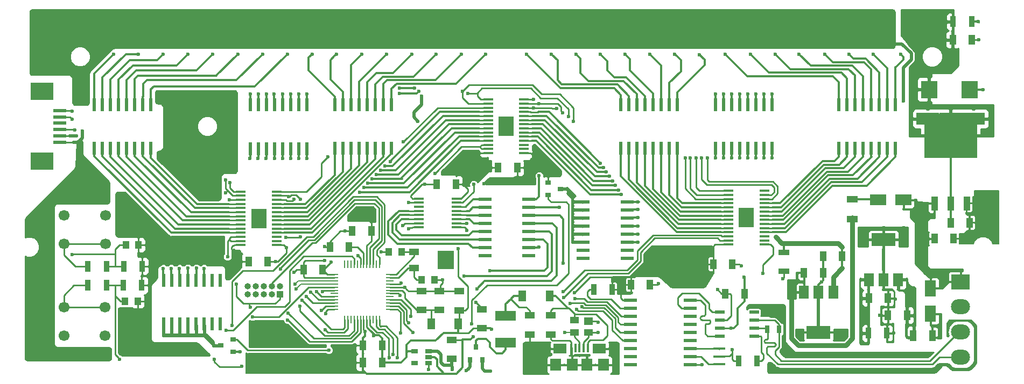
<source format=gbl>
G04 #@! TF.GenerationSoftware,KiCad,Pcbnew,(5.0.2)-1*
G04 #@! TF.CreationDate,2019-04-28T17:40:44-04:00*
G04 #@! TF.ProjectId,FSAE Main Panel,46534145-204d-4616-996e-2050616e656c,rev?*
G04 #@! TF.SameCoordinates,Original*
G04 #@! TF.FileFunction,Copper,L2,Bot*
G04 #@! TF.FilePolarity,Positive*
%FSLAX46Y46*%
G04 Gerber Fmt 4.6, Leading zero omitted, Abs format (unit mm)*
G04 Created by KiCad (PCBNEW (5.0.2)-1) date 4/28/2019 5:40:44 PM*
%MOMM*%
%LPD*%
G01*
G04 APERTURE LIST*
G04 #@! TA.AperFunction,SMDPad,CuDef*
%ADD10R,2.000000X0.630000*%
G04 #@! TD*
G04 #@! TA.AperFunction,SMDPad,CuDef*
%ADD11R,2.500000X1.800000*%
G04 #@! TD*
G04 #@! TA.AperFunction,SMDPad,CuDef*
%ADD12R,3.580000X1.910000*%
G04 #@! TD*
G04 #@! TA.AperFunction,ComponentPad*
%ADD13C,0.600000*%
G04 #@! TD*
G04 #@! TA.AperFunction,SMDPad,CuDef*
%ADD14R,1.100000X2.160000*%
G04 #@! TD*
G04 #@! TA.AperFunction,SMDPad,CuDef*
%ADD15R,8.330000X6.990000*%
G04 #@! TD*
G04 #@! TA.AperFunction,ComponentPad*
%ADD16R,3.000000X2.350000*%
G04 #@! TD*
G04 #@! TA.AperFunction,ComponentPad*
%ADD17O,3.000000X2.350000*%
G04 #@! TD*
G04 #@! TA.AperFunction,SMDPad,CuDef*
%ADD18R,0.900000X0.800000*%
G04 #@! TD*
G04 #@! TA.AperFunction,SMDPad,CuDef*
%ADD19R,2.000000X0.600000*%
G04 #@! TD*
G04 #@! TA.AperFunction,SMDPad,CuDef*
%ADD20R,1.600000X1.000000*%
G04 #@! TD*
G04 #@! TA.AperFunction,SMDPad,CuDef*
%ADD21R,2.540000X3.000000*%
G04 #@! TD*
G04 #@! TA.AperFunction,SMDPad,CuDef*
%ADD22R,0.400000X1.350000*%
G04 #@! TD*
G04 #@! TA.AperFunction,SMDPad,CuDef*
%ADD23R,2.100000X1.600000*%
G04 #@! TD*
G04 #@! TA.AperFunction,SMDPad,CuDef*
%ADD24R,1.800000X1.900000*%
G04 #@! TD*
G04 #@! TA.AperFunction,SMDPad,CuDef*
%ADD25R,2.340000X3.040000*%
G04 #@! TD*
G04 #@! TA.AperFunction,SMDPad,CuDef*
%ADD26R,1.600000X0.300000*%
G04 #@! TD*
G04 #@! TA.AperFunction,SMDPad,CuDef*
%ADD27R,1.900000X0.400000*%
G04 #@! TD*
G04 #@! TA.AperFunction,SMDPad,CuDef*
%ADD28R,1.000000X1.600000*%
G04 #@! TD*
G04 #@! TA.AperFunction,SMDPad,CuDef*
%ADD29R,1.000000X1.250000*%
G04 #@! TD*
G04 #@! TA.AperFunction,SMDPad,CuDef*
%ADD30R,2.550000X2.700000*%
G04 #@! TD*
G04 #@! TA.AperFunction,SMDPad,CuDef*
%ADD31R,1.400000X1.000000*%
G04 #@! TD*
G04 #@! TA.AperFunction,SMDPad,CuDef*
%ADD32R,1.400000X1.200000*%
G04 #@! TD*
G04 #@! TA.AperFunction,SMDPad,CuDef*
%ADD33R,1.800000X2.500000*%
G04 #@! TD*
G04 #@! TA.AperFunction,SMDPad,CuDef*
%ADD34R,3.200000X1.500000*%
G04 #@! TD*
G04 #@! TA.AperFunction,ComponentPad*
%ADD35O,1.000000X1.000000*%
G04 #@! TD*
G04 #@! TA.AperFunction,ComponentPad*
%ADD36R,1.000000X1.000000*%
G04 #@! TD*
G04 #@! TA.AperFunction,SMDPad,CuDef*
%ADD37R,3.600000X2.680000*%
G04 #@! TD*
G04 #@! TA.AperFunction,SMDPad,CuDef*
%ADD38R,2.000000X0.610000*%
G04 #@! TD*
G04 #@! TA.AperFunction,SMDPad,CuDef*
%ADD39R,1.250000X1.700000*%
G04 #@! TD*
G04 #@! TA.AperFunction,SMDPad,CuDef*
%ADD40R,0.800000X0.900000*%
G04 #@! TD*
G04 #@! TA.AperFunction,SMDPad,CuDef*
%ADD41R,0.900000X1.700000*%
G04 #@! TD*
G04 #@! TA.AperFunction,ComponentPad*
%ADD42C,1.700000*%
G04 #@! TD*
G04 #@! TA.AperFunction,SMDPad,CuDef*
%ADD43R,0.250000X1.300000*%
G04 #@! TD*
G04 #@! TA.AperFunction,SMDPad,CuDef*
%ADD44R,1.300000X0.250000*%
G04 #@! TD*
G04 #@! TA.AperFunction,SMDPad,CuDef*
%ADD45R,1.060000X0.650000*%
G04 #@! TD*
G04 #@! TA.AperFunction,SMDPad,CuDef*
%ADD46R,1.550000X0.600000*%
G04 #@! TD*
G04 #@! TA.AperFunction,SMDPad,CuDef*
%ADD47R,1.500000X0.450000*%
G04 #@! TD*
G04 #@! TA.AperFunction,SMDPad,CuDef*
%ADD48R,0.630000X2.000000*%
G04 #@! TD*
G04 #@! TA.AperFunction,SMDPad,CuDef*
%ADD49R,1.700000X0.900000*%
G04 #@! TD*
G04 #@! TA.AperFunction,SMDPad,CuDef*
%ADD50R,1.500000X2.000000*%
G04 #@! TD*
G04 #@! TA.AperFunction,SMDPad,CuDef*
%ADD51R,3.800000X2.000000*%
G04 #@! TD*
G04 #@! TA.AperFunction,SMDPad,CuDef*
%ADD52R,0.700000X1.300000*%
G04 #@! TD*
G04 #@! TA.AperFunction,SMDPad,CuDef*
%ADD53R,1.100000X1.800000*%
G04 #@! TD*
G04 #@! TA.AperFunction,SMDPad,CuDef*
%ADD54R,1.800000X1.100000*%
G04 #@! TD*
G04 #@! TA.AperFunction,ViaPad*
%ADD55C,0.600000*%
G04 #@! TD*
G04 #@! TA.AperFunction,Conductor*
%ADD56C,0.500000*%
G04 #@! TD*
G04 #@! TA.AperFunction,Conductor*
%ADD57C,0.250000*%
G04 #@! TD*
G04 #@! TA.AperFunction,Conductor*
%ADD58C,0.350000*%
G04 #@! TD*
G04 #@! TA.AperFunction,Conductor*
%ADD59C,0.750000*%
G04 #@! TD*
G04 #@! TA.AperFunction,Conductor*
%ADD60C,0.300000*%
G04 #@! TD*
G04 #@! TA.AperFunction,Conductor*
%ADD61C,0.200000*%
G04 #@! TD*
G04 #@! TA.AperFunction,Conductor*
%ADD62C,0.254000*%
G04 #@! TD*
G04 #@! TA.AperFunction,Conductor*
%ADD63C,0.240000*%
G04 #@! TD*
G04 #@! TA.AperFunction,Conductor*
%ADD64C,0.199900*%
G04 #@! TD*
G04 APERTURE END LIST*
D10*
G04 #@! TO.P,RN501,16*
G04 #@! TO.N,/Display/aI*
X159200000Y-60480000D03*
G04 #@! TO.P,RN501,15*
G04 #@! TO.N,/Display/bI*
X159200000Y-61750000D03*
G04 #@! TO.P,RN501,14*
G04 #@! TO.N,/Display/cI*
X159200000Y-63020000D03*
G04 #@! TO.P,RN501,13*
G04 #@! TO.N,/Display/dI*
X159200000Y-64290000D03*
G04 #@! TO.P,RN501,12*
G04 #@! TO.N,/Display/eI*
X159200000Y-65570000D03*
G04 #@! TO.P,RN501,11*
G04 #@! TO.N,/Display/fI*
X159200000Y-66840000D03*
G04 #@! TO.P,RN501,10*
G04 #@! TO.N,/Display/gI*
X159200000Y-68110000D03*
G04 #@! TO.P,RN501,9*
G04 #@! TO.N,Net-(RN501-Pad9)*
X159200000Y-69380000D03*
G04 #@! TO.P,RN501,8*
G04 #@! TO.N,Net-(RN501-Pad8)*
X166100000Y-69380000D03*
G04 #@! TO.P,RN501,7*
G04 #@! TO.N,/Display/g*
X166100000Y-68110000D03*
G04 #@! TO.P,RN501,6*
G04 #@! TO.N,/Display/f*
X166100000Y-66840000D03*
G04 #@! TO.P,RN501,5*
G04 #@! TO.N,/Display/e*
X166100000Y-65570000D03*
G04 #@! TO.P,RN501,4*
G04 #@! TO.N,/Display/d*
X166100000Y-64290000D03*
G04 #@! TO.P,RN501,3*
G04 #@! TO.N,/Display/c*
X166100000Y-63020000D03*
G04 #@! TO.P,RN501,2*
G04 #@! TO.N,/Display/b*
X166100000Y-61750000D03*
G04 #@! TO.P,RN501,1*
G04 #@! TO.N,/Display/a*
X166100000Y-60480000D03*
G04 #@! TD*
D11*
G04 #@! TO.P,D302,2*
G04 #@! TO.N,CAN_V+*
X225000000Y-60600000D03*
G04 #@! TO.P,D302,1*
G04 #@! TO.N,/Power/CAN_D2*
X221000000Y-60600000D03*
G04 #@! TD*
D12*
G04 #@! TO.P,U303,2*
G04 #@! TO.N,LED_+5V*
X228800000Y-47800000D03*
X236000000Y-47800000D03*
X232400000Y-47800000D03*
D13*
X229500000Y-47500000D03*
X229500000Y-49500000D03*
X229500000Y-51500000D03*
X229500000Y-53500000D03*
X231500000Y-47500000D03*
X231500000Y-53500000D03*
X233500000Y-47500000D03*
X233500000Y-53500000D03*
X235500000Y-47500000D03*
X235500000Y-49500000D03*
X235500000Y-51500000D03*
X235500000Y-53500000D03*
D14*
G04 #@! TO.P,U303,1*
G04 #@! TO.N,GND*
X234940000Y-61145000D03*
G04 #@! TO.P,U303,2*
G04 #@! TO.N,LED_+5V*
X232400000Y-61145000D03*
G04 #@! TO.P,U303,3*
G04 #@! TO.N,CAN_V+*
X229860000Y-61145000D03*
D15*
G04 #@! TO.P,U303,2*
G04 #@! TO.N,LED_+5V*
X232400000Y-50500000D03*
G04 #@! TD*
D16*
G04 #@! TO.P,J203,1*
G04 #@! TO.N,CAN_V+*
X234000000Y-73500000D03*
D17*
G04 #@! TO.P,J203,2*
G04 #@! TO.N,GND*
X234000000Y-77460000D03*
G04 #@! TO.P,J203,3*
G04 #@! TO.N,CAN_IN-*
X234000000Y-81420000D03*
G04 #@! TO.P,J203,4*
G04 #@! TO.N,CAN_IN+*
X234000000Y-85380000D03*
G04 #@! TD*
D10*
G04 #@! TO.P,RN509,1*
G04 #@! TO.N,Net-(RN509-Pad1)*
X174624000Y-69800000D03*
G04 #@! TO.P,RN509,2*
G04 #@! TO.N,Net-(RN509-Pad2)*
X174624000Y-68530000D03*
G04 #@! TO.P,RN509,3*
G04 #@! TO.N,/Display/OP_CONTROL*
X174624000Y-67260000D03*
G04 #@! TO.P,RN509,4*
X174624000Y-65990000D03*
G04 #@! TO.P,RN509,5*
X174624000Y-64710000D03*
G04 #@! TO.P,RN509,6*
X174624000Y-63440000D03*
G04 #@! TO.P,RN509,7*
X174624000Y-62170000D03*
G04 #@! TO.P,RN509,8*
X174624000Y-60900000D03*
G04 #@! TO.P,RN509,9*
G04 #@! TO.N,/Display/OP1*
X181524000Y-60900000D03*
G04 #@! TO.P,RN509,10*
G04 #@! TO.N,/Display/OP2*
X181524000Y-62170000D03*
G04 #@! TO.P,RN509,11*
G04 #@! TO.N,/Display/OP3*
X181524000Y-63440000D03*
G04 #@! TO.P,RN509,12*
G04 #@! TO.N,/Display/OP4*
X181524000Y-64710000D03*
G04 #@! TO.P,RN509,13*
G04 #@! TO.N,/Display/OP5*
X181524000Y-65990000D03*
G04 #@! TO.P,RN509,14*
G04 #@! TO.N,/Display/OP6*
X181524000Y-67260000D03*
G04 #@! TO.P,RN509,15*
G04 #@! TO.N,Net-(RN509-Pad15)*
X181524000Y-68530000D03*
G04 #@! TO.P,RN509,16*
G04 #@! TO.N,Net-(RN509-Pad16)*
X181524000Y-69800000D03*
G04 #@! TD*
D18*
G04 #@! TO.P,Q501,1*
G04 #@! TO.N,HIGH_TEMP*
X119600000Y-82600000D03*
G04 #@! TO.P,Q501,2*
G04 #@! TO.N,GND*
X119600000Y-84500000D03*
G04 #@! TO.P,Q501,3*
G04 #@! TO.N,/Display/HT_CONTROL*
X117600000Y-83550000D03*
G04 #@! TD*
G04 #@! TO.P,Q502,3*
G04 #@! TO.N,/Display/OP_CONTROL*
X171090000Y-58850000D03*
G04 #@! TO.P,Q502,2*
G04 #@! TO.N,GND*
X169090000Y-57900000D03*
G04 #@! TO.P,Q502,1*
G04 #@! TO.N,OIL_PRES*
X169090000Y-59800000D03*
G04 #@! TD*
D19*
G04 #@! TO.P,U401,1*
G04 #@! TO.N,/CAN/CAN_TX+*
X191500000Y-76438511D03*
G04 #@! TO.P,U401,2*
G04 #@! TO.N,/CAN/CAN_TX-*
X191500000Y-77708511D03*
G04 #@! TO.P,U401,3*
G04 #@! TO.N,Net-(U401-Pad3)*
X191500000Y-78978511D03*
G04 #@! TO.P,U401,4*
G04 #@! TO.N,Net-(U401-Pad4)*
X191500000Y-80248511D03*
G04 #@! TO.P,U401,5*
G04 #@! TO.N,Net-(U401-Pad5)*
X191500000Y-81518511D03*
G04 #@! TO.P,U401,6*
G04 #@! TO.N,Net-(U401-Pad6)*
X191500000Y-82788511D03*
G04 #@! TO.P,U401,7*
G04 #@! TO.N,/CAN/OSC2*
X191500000Y-84058511D03*
G04 #@! TO.P,U401,8*
G04 #@! TO.N,/CAN/OSC1*
X191500000Y-85328511D03*
G04 #@! TO.P,U401,9*
G04 #@! TO.N,GND*
X191500000Y-86598511D03*
G04 #@! TO.P,U401,10*
G04 #@! TO.N,Net-(U401-Pad10)*
X182100000Y-86598511D03*
G04 #@! TO.P,U401,11*
G04 #@! TO.N,Net-(U401-Pad11)*
X182100000Y-85328511D03*
G04 #@! TO.P,U401,12*
G04 #@! TO.N,Net-(U401-Pad12)*
X182100000Y-84058511D03*
G04 #@! TO.P,U401,13*
G04 #@! TO.N,CAN_SCLK*
X182100000Y-82788511D03*
G04 #@! TO.P,U401,14*
G04 #@! TO.N,CAN_MOSI*
X182100000Y-81518511D03*
G04 #@! TO.P,U401,15*
G04 #@! TO.N,CAN_MISO*
X182100000Y-80248511D03*
G04 #@! TO.P,U401,16*
G04 #@! TO.N,CAN_CS*
X182100000Y-78978511D03*
G04 #@! TO.P,U401,17*
G04 #@! TO.N,/CAN/CANRST*
X182100000Y-77708511D03*
G04 #@! TO.P,U401,18*
G04 #@! TO.N,+3V3*
X182100000Y-76438511D03*
G04 #@! TD*
D20*
G04 #@! TO.P,Y101,2*
G04 #@! TO.N,/XIN-*
X148050000Y-71350000D03*
G04 #@! TO.P,Y101,1*
G04 #@! TO.N,/XIN+*
X148050000Y-68750000D03*
D21*
G04 #@! TO.P,Y101,3*
G04 #@! TO.N,N/C*
X153050000Y-70050000D03*
G04 #@! TD*
D22*
G04 #@! TO.P,J201,1*
G04 #@! TO.N,/External Interface/VBUS*
X175350000Y-83925000D03*
G04 #@! TO.P,J201,2*
G04 #@! TO.N,USB_D-*
X174700000Y-83925000D03*
G04 #@! TO.P,J201,3*
G04 #@! TO.N,USB_D+*
X174050000Y-83925000D03*
G04 #@! TO.P,J201,4*
G04 #@! TO.N,/External Interface/ID*
X173400000Y-83925000D03*
G04 #@! TO.P,J201,5*
G04 #@! TO.N,GND*
X172750000Y-83925000D03*
D23*
G04 #@! TO.P,J201,6*
X170950000Y-84050000D03*
X177150000Y-84050000D03*
D24*
X177850000Y-86600000D03*
X175200000Y-86600000D03*
X170250000Y-86600000D03*
X172900000Y-86600000D03*
G04 #@! TD*
D25*
G04 #@! TO.P,U503,*
G04 #@! TO.N,*
X200300000Y-63400000D03*
D26*
G04 #@! TO.P,U503,28*
G04 #@! TO.N,GND*
X203100000Y-67625000D03*
G04 #@! TO.P,U503,27*
G04 #@! TO.N,Net-(U503-Pad27)*
X203100000Y-66975000D03*
G04 #@! TO.P,U503,26*
G04 #@! TO.N,Net-(U503-Pad26)*
X203100000Y-66325000D03*
G04 #@! TO.P,U503,25*
G04 #@! TO.N,/Display/RPM_32*
X203100000Y-65675000D03*
G04 #@! TO.P,U503,24*
G04 #@! TO.N,/Display/RPM_31*
X203100000Y-65025000D03*
G04 #@! TO.P,U503,23*
G04 #@! TO.N,/Display/RPM_30*
X203100000Y-64375000D03*
G04 #@! TO.P,U503,22*
G04 #@! TO.N,/Display/RPM_29*
X203100000Y-63725000D03*
G04 #@! TO.P,U503,21*
G04 #@! TO.N,/Display/RPM_28*
X203100000Y-63075000D03*
G04 #@! TO.P,U503,20*
G04 #@! TO.N,/Display/RPM_27*
X203100000Y-62425000D03*
G04 #@! TO.P,U503,19*
G04 #@! TO.N,/Display/RPM_26*
X203100000Y-61775000D03*
G04 #@! TO.P,U503,18*
G04 #@! TO.N,/Display/RPM_25*
X203100000Y-61125000D03*
G04 #@! TO.P,U503,17*
G04 #@! TO.N,FRAME_CLK*
X203100000Y-60475000D03*
G04 #@! TO.P,U503,16*
G04 #@! TO.N,RPM_SET*
X203100000Y-59825000D03*
G04 #@! TO.P,U503,15*
G04 #@! TO.N,Net-(U503-Pad15)*
X203100000Y-59175000D03*
G04 #@! TO.P,U503,14*
G04 #@! TO.N,~RPM_EN*
X197500000Y-59175000D03*
G04 #@! TO.P,U503,13*
G04 #@! TO.N,RPM_CLR*
X197500000Y-59825000D03*
G04 #@! TO.P,U503,12*
G04 #@! TO.N,Net-(U503-Pad12)*
X197500000Y-60475000D03*
G04 #@! TO.P,U503,11*
G04 #@! TO.N,/Display/RPM_24*
X197500000Y-61125000D03*
G04 #@! TO.P,U503,10*
G04 #@! TO.N,/Display/RPM_23*
X197500000Y-61775000D03*
G04 #@! TO.P,U503,9*
G04 #@! TO.N,/Display/RPM_22*
X197500000Y-62425000D03*
G04 #@! TO.P,U503,8*
G04 #@! TO.N,/Display/RPM_21*
X197500000Y-63075000D03*
G04 #@! TO.P,U503,7*
G04 #@! TO.N,/Display/RPM_20*
X197500000Y-63725000D03*
G04 #@! TO.P,U503,6*
G04 #@! TO.N,/Display/RPM_19*
X197500000Y-64375000D03*
G04 #@! TO.P,U503,5*
G04 #@! TO.N,/Display/RPM_18*
X197500000Y-65025000D03*
G04 #@! TO.P,U503,4*
G04 #@! TO.N,/Display/RPM_17*
X197500000Y-65675000D03*
G04 #@! TO.P,U503,3*
G04 #@! TO.N,~PWM_RED*
X197500000Y-66325000D03*
G04 #@! TO.P,U503,2*
G04 #@! TO.N,~PWM_YELLOW*
X197500000Y-66975000D03*
G04 #@! TO.P,U503,1*
G04 #@! TO.N,+3V3*
X197500000Y-67625000D03*
G04 #@! TD*
D25*
G04 #@! TO.P,U504,*
G04 #@! TO.N,*
X162500000Y-48990000D03*
D26*
G04 #@! TO.P,U504,28*
G04 #@! TO.N,GND*
X165300000Y-53215000D03*
G04 #@! TO.P,U504,27*
G04 #@! TO.N,Net-(U504-Pad27)*
X165300000Y-52565000D03*
G04 #@! TO.P,U504,26*
G04 #@! TO.N,Net-(U504-Pad26)*
X165300000Y-51915000D03*
G04 #@! TO.P,U504,25*
G04 #@! TO.N,/Display/SFT_16*
X165300000Y-51265000D03*
G04 #@! TO.P,U504,24*
G04 #@! TO.N,/Display/SFT_15*
X165300000Y-50615000D03*
G04 #@! TO.P,U504,23*
G04 #@! TO.N,/Display/SFT_14*
X165300000Y-49965000D03*
G04 #@! TO.P,U504,22*
G04 #@! TO.N,/Display/SFT_13*
X165300000Y-49315000D03*
G04 #@! TO.P,U504,21*
G04 #@! TO.N,/Display/SFT_12*
X165300000Y-48665000D03*
G04 #@! TO.P,U504,20*
G04 #@! TO.N,/Display/SFT_11*
X165300000Y-48015000D03*
G04 #@! TO.P,U504,19*
G04 #@! TO.N,/Display/SFT_10*
X165300000Y-47365000D03*
G04 #@! TO.P,U504,18*
G04 #@! TO.N,/Display/SFT_9*
X165300000Y-46715000D03*
G04 #@! TO.P,U504,17*
G04 #@! TO.N,FRAME_CLK*
X165300000Y-46065000D03*
G04 #@! TO.P,U504,16*
G04 #@! TO.N,RPM_SET*
X165300000Y-45415000D03*
G04 #@! TO.P,U504,15*
G04 #@! TO.N,Net-(U503-Pad12)*
X165300000Y-44765000D03*
G04 #@! TO.P,U504,14*
G04 #@! TO.N,~RPM_EN*
X159700000Y-44765000D03*
G04 #@! TO.P,U504,13*
G04 #@! TO.N,RPM_CLR*
X159700000Y-45415000D03*
G04 #@! TO.P,U504,12*
G04 #@! TO.N,Net-(U502-Pad15)*
X159700000Y-46065000D03*
G04 #@! TO.P,U504,11*
G04 #@! TO.N,/Display/SFT_8*
X159700000Y-46715000D03*
G04 #@! TO.P,U504,10*
G04 #@! TO.N,/Display/SFT_7*
X159700000Y-47365000D03*
G04 #@! TO.P,U504,9*
G04 #@! TO.N,/Display/SFT_6*
X159700000Y-48015000D03*
G04 #@! TO.P,U504,8*
G04 #@! TO.N,/Display/SFT_5*
X159700000Y-48665000D03*
G04 #@! TO.P,U504,7*
G04 #@! TO.N,/Display/SFT_4*
X159700000Y-49315000D03*
G04 #@! TO.P,U504,6*
G04 #@! TO.N,/Display/SFT_3*
X159700000Y-49965000D03*
G04 #@! TO.P,U504,5*
G04 #@! TO.N,/Display/SFT_2*
X159700000Y-50615000D03*
G04 #@! TO.P,U504,4*
G04 #@! TO.N,/Display/SFT_1*
X159700000Y-51265000D03*
G04 #@! TO.P,U504,3*
G04 #@! TO.N,~PWM_BLUE*
X159700000Y-51915000D03*
G04 #@! TO.P,U504,2*
X159700000Y-52565000D03*
G04 #@! TO.P,U504,1*
G04 #@! TO.N,+3V3*
X159700000Y-53215000D03*
G04 #@! TD*
D27*
G04 #@! TO.P,Y401,3*
G04 #@! TO.N,/CAN/OSC2*
X196026517Y-84067399D03*
G04 #@! TO.P,Y401,2*
G04 #@! TO.N,GND*
X196026517Y-85267399D03*
G04 #@! TO.P,Y401,1*
G04 #@! TO.N,/CAN/OSC1*
X196026517Y-86467399D03*
G04 #@! TD*
D25*
G04 #@! TO.P,U502,*
G04 #@! TO.N,*
X123600000Y-63500000D03*
D26*
G04 #@! TO.P,U502,28*
G04 #@! TO.N,GND*
X126400000Y-67725000D03*
G04 #@! TO.P,U502,27*
G04 #@! TO.N,Net-(U502-Pad27)*
X126400000Y-67075000D03*
G04 #@! TO.P,U502,26*
G04 #@! TO.N,Net-(U502-Pad26)*
X126400000Y-66425000D03*
G04 #@! TO.P,U502,25*
G04 #@! TO.N,/Display/RPM_16*
X126400000Y-65775000D03*
G04 #@! TO.P,U502,24*
G04 #@! TO.N,/Display/RPM_15*
X126400000Y-65125000D03*
G04 #@! TO.P,U502,23*
G04 #@! TO.N,/Display/RPM_14*
X126400000Y-64475000D03*
G04 #@! TO.P,U502,22*
G04 #@! TO.N,/Display/RPM_13*
X126400000Y-63825000D03*
G04 #@! TO.P,U502,21*
G04 #@! TO.N,/Display/RPM_12*
X126400000Y-63175000D03*
G04 #@! TO.P,U502,20*
G04 #@! TO.N,/Display/RPM_11*
X126400000Y-62525000D03*
G04 #@! TO.P,U502,19*
G04 #@! TO.N,/Display/RPM_10*
X126400000Y-61875000D03*
G04 #@! TO.P,U502,18*
G04 #@! TO.N,/Display/RPM_9*
X126400000Y-61225000D03*
G04 #@! TO.P,U502,17*
G04 #@! TO.N,FRAME_CLK*
X126400000Y-60575000D03*
G04 #@! TO.P,U502,16*
G04 #@! TO.N,RPM_SET*
X126400000Y-59925000D03*
G04 #@! TO.P,U502,15*
G04 #@! TO.N,Net-(U502-Pad15)*
X126400000Y-59275000D03*
G04 #@! TO.P,U502,14*
G04 #@! TO.N,~RPM_EN*
X120800000Y-59275000D03*
G04 #@! TO.P,U502,13*
G04 #@! TO.N,RPM_CLR*
X120800000Y-59925000D03*
G04 #@! TO.P,U502,12*
G04 #@! TO.N,GEAR_OUT*
X120800000Y-60575000D03*
G04 #@! TO.P,U502,11*
G04 #@! TO.N,/Display/RPM_8*
X120800000Y-61225000D03*
G04 #@! TO.P,U502,10*
G04 #@! TO.N,/Display/RPM_7*
X120800000Y-61875000D03*
G04 #@! TO.P,U502,9*
G04 #@! TO.N,/Display/RPM_6*
X120800000Y-62525000D03*
G04 #@! TO.P,U502,8*
G04 #@! TO.N,/Display/RPM_5*
X120800000Y-63175000D03*
G04 #@! TO.P,U502,7*
G04 #@! TO.N,/Display/RPM_4*
X120800000Y-63825000D03*
G04 #@! TO.P,U502,6*
G04 #@! TO.N,/Display/RPM_3*
X120800000Y-64475000D03*
G04 #@! TO.P,U502,5*
G04 #@! TO.N,/Display/RPM_2*
X120800000Y-65125000D03*
G04 #@! TO.P,U502,4*
G04 #@! TO.N,/Display/RPM_1*
X120800000Y-65775000D03*
G04 #@! TO.P,U502,3*
G04 #@! TO.N,~PWM_GREEN*
X120800000Y-66425000D03*
G04 #@! TO.P,U502,2*
X120800000Y-67075000D03*
G04 #@! TO.P,U502,1*
G04 #@! TO.N,+3V3*
X120800000Y-67725000D03*
G04 #@! TD*
D20*
G04 #@! TO.P,C101,1*
G04 #@! TO.N,/VDDANA*
X149250000Y-77975000D03*
G04 #@! TO.P,C101,2*
G04 #@! TO.N,GND*
X149250000Y-74975000D03*
G04 #@! TD*
G04 #@! TO.P,C102,2*
G04 #@! TO.N,GND*
X152000000Y-74975000D03*
G04 #@! TO.P,C102,1*
G04 #@! TO.N,/VDDANA*
X152000000Y-77975000D03*
G04 #@! TD*
D28*
G04 #@! TO.P,C103,1*
G04 #@! TO.N,GND*
X140000000Y-83550000D03*
G04 #@! TO.P,C103,2*
G04 #@! TO.N,+3V3*
X143000000Y-83550000D03*
G04 #@! TD*
D29*
G04 #@! TO.P,C104,2*
G04 #@! TO.N,/XIN-*
X149250000Y-73150000D03*
G04 #@! TO.P,C104,1*
G04 #@! TO.N,GND*
X151250000Y-73150000D03*
G04 #@! TD*
G04 #@! TO.P,C105,1*
G04 #@! TO.N,GND*
X144050000Y-68800000D03*
G04 #@! TO.P,C105,2*
G04 #@! TO.N,/XIN+*
X146050000Y-68800000D03*
G04 #@! TD*
D28*
G04 #@! TO.P,C106,2*
G04 #@! TO.N,GND*
X130650000Y-71600000D03*
G04 #@! TO.P,C106,1*
G04 #@! TO.N,+3V3*
X133650000Y-71600000D03*
G04 #@! TD*
G04 #@! TO.P,C107,1*
G04 #@! TO.N,+3V3*
X141300000Y-65500000D03*
G04 #@! TO.P,C107,2*
G04 #@! TO.N,GND*
X138300000Y-65500000D03*
G04 #@! TD*
G04 #@! TO.P,C108,2*
G04 #@! TO.N,GND*
X134800000Y-68000000D03*
G04 #@! TO.P,C108,1*
G04 #@! TO.N,/VCORE1*
X137800000Y-68000000D03*
G04 #@! TD*
D29*
G04 #@! TO.P,C201,1*
G04 #@! TO.N,~RESET*
X102700000Y-67700000D03*
G04 #@! TO.P,C201,2*
G04 #@! TO.N,+3V3*
X104700000Y-67700000D03*
G04 #@! TD*
G04 #@! TO.P,C202,2*
G04 #@! TO.N,+3V3*
X104600000Y-76550000D03*
G04 #@! TO.P,C202,1*
G04 #@! TO.N,~CLEAR*
X102600000Y-76550000D03*
G04 #@! TD*
D20*
G04 #@! TO.P,C203,1*
G04 #@! TO.N,GND*
X169550000Y-81800000D03*
G04 #@! TO.P,C203,2*
G04 #@! TO.N,/External Interface/VBUS*
X169550000Y-78800000D03*
G04 #@! TD*
G04 #@! TO.P,C204,2*
G04 #@! TO.N,/External Interface/V_USB_1*
X166200000Y-78800000D03*
G04 #@! TO.P,C204,1*
G04 #@! TO.N,GND*
X166200000Y-81800000D03*
G04 #@! TD*
D28*
G04 #@! TO.P,C301,2*
G04 #@! TO.N,GND*
X222550000Y-78800000D03*
G04 #@! TO.P,C301,1*
G04 #@! TO.N,/Power/REG1_VIN*
X225550000Y-78800000D03*
G04 #@! TD*
G04 #@! TO.P,C302,2*
G04 #@! TO.N,GND*
X232900000Y-66700000D03*
G04 #@! TO.P,C302,1*
G04 #@! TO.N,CAN_V+*
X229900000Y-66700000D03*
G04 #@! TD*
G04 #@! TO.P,C303,1*
G04 #@! TO.N,+5V*
X219550000Y-76100000D03*
G04 #@! TO.P,C303,2*
G04 #@! TO.N,GND*
X222550000Y-76100000D03*
G04 #@! TD*
D20*
G04 #@! TO.P,C304,2*
G04 #@! TO.N,GND*
X153950000Y-82650000D03*
G04 #@! TO.P,C304,1*
G04 #@! TO.N,+5V*
X153950000Y-85650000D03*
G04 #@! TD*
D28*
G04 #@! TO.P,C305,1*
G04 #@! TO.N,+3V3*
X143000000Y-86250000D03*
G04 #@! TO.P,C305,2*
G04 #@! TO.N,GND*
X140000000Y-86250000D03*
G04 #@! TD*
D30*
G04 #@! TO.P,C306,2*
G04 #@! TO.N,GND*
X235375000Y-43200000D03*
G04 #@! TO.P,C306,1*
G04 #@! TO.N,LED_+5V*
X229025000Y-43200000D03*
G04 #@! TD*
D20*
G04 #@! TO.P,C501,2*
G04 #@! TO.N,GND*
X158675000Y-77825000D03*
G04 #@! TO.P,C501,1*
G04 #@! TO.N,+3V3*
X158675000Y-80825000D03*
G04 #@! TD*
D28*
G04 #@! TO.P,C502,2*
G04 #@! TO.N,GND*
X151600000Y-58125000D03*
G04 #@! TO.P,C502,1*
G04 #@! TO.N,+3V3*
X154600000Y-58125000D03*
G04 #@! TD*
D20*
G04 #@! TO.P,C503,1*
G04 #@! TO.N,GND*
X155100000Y-75000000D03*
G04 #@! TO.P,C503,2*
G04 #@! TO.N,+3V3*
X155100000Y-78000000D03*
G04 #@! TD*
D28*
G04 #@! TO.P,C504,1*
G04 #@! TO.N,GND*
X125000000Y-70300000D03*
G04 #@! TO.P,C504,2*
G04 #@! TO.N,+3V3*
X122000000Y-70300000D03*
G04 #@! TD*
G04 #@! TO.P,C505,2*
G04 #@! TO.N,+3V3*
X195100000Y-70700000D03*
G04 #@! TO.P,C505,1*
G04 #@! TO.N,GND*
X198100000Y-70700000D03*
G04 #@! TD*
G04 #@! TO.P,C506,1*
G04 #@! TO.N,GND*
X164250000Y-55500000D03*
G04 #@! TO.P,C506,2*
G04 #@! TO.N,+3V3*
X161250000Y-55500000D03*
G04 #@! TD*
D31*
G04 #@! TO.P,D201,4*
G04 #@! TO.N,/External Interface/VBUS*
X173250000Y-79550000D03*
G04 #@! TO.P,D201,3*
G04 #@! TO.N,USB_D+*
X173250000Y-81450000D03*
G04 #@! TO.P,D201,2*
G04 #@! TO.N,USB_D-*
X175450000Y-81450000D03*
D32*
G04 #@! TO.P,D201,1*
G04 #@! TO.N,GND*
X175450000Y-79730000D03*
G04 #@! TD*
D33*
G04 #@! TO.P,D301,2*
G04 #@! TO.N,CAN_V+*
X229250000Y-74550000D03*
G04 #@! TO.P,D301,1*
G04 #@! TO.N,/Power/CAN_D1*
X229250000Y-78550000D03*
G04 #@! TD*
D34*
G04 #@! TO.P,F201,1*
G04 #@! TO.N,USB_POWER*
X162450000Y-83100000D03*
G04 #@! TO.P,F201,2*
G04 #@! TO.N,/External Interface/V_USB_1*
X162450000Y-78900000D03*
G04 #@! TD*
D35*
G04 #@! TO.P,J202,10*
G04 #@! TO.N,Net-(J202-Pad10)*
X121870000Y-74180000D03*
G04 #@! TO.P,J202,9*
G04 #@! TO.N,Net-(J202-Pad9)*
X121870000Y-75450000D03*
G04 #@! TO.P,J202,8*
G04 #@! TO.N,Net-(J202-Pad8)*
X123140000Y-74180000D03*
G04 #@! TO.P,J202,7*
G04 #@! TO.N,Net-(J202-Pad7)*
X123140000Y-75450000D03*
G04 #@! TO.P,J202,6*
G04 #@! TO.N,Net-(J202-Pad6)*
X124410000Y-74180000D03*
G04 #@! TO.P,J202,5*
G04 #@! TO.N,GND*
X124410000Y-75450000D03*
G04 #@! TO.P,J202,4*
G04 #@! TO.N,SWCLK*
X125680000Y-74180000D03*
G04 #@! TO.P,J202,3*
G04 #@! TO.N,GND*
X125680000Y-75450000D03*
G04 #@! TO.P,J202,2*
G04 #@! TO.N,SWDIO*
X126950000Y-74180000D03*
D36*
G04 #@! TO.P,J202,1*
G04 #@! TO.N,+3V3*
X126950000Y-75450000D03*
G04 #@! TD*
D37*
G04 #@! TO.P,J204,*
G04 #@! TO.N,*
X89500000Y-43510000D03*
X89500000Y-54490000D03*
D38*
G04 #@! TO.P,J204,6*
G04 #@! TO.N,DWC_SCLK*
X92300000Y-46500000D03*
G04 #@! TO.P,J204,5*
G04 #@! TO.N,DWC_SDI*
X92300000Y-47500000D03*
G04 #@! TO.P,J204,4*
G04 #@! TO.N,DWC_SDO*
X92300000Y-48500000D03*
G04 #@! TO.P,J204,3*
G04 #@! TO.N,~CHECK_ENGINE*
X92300000Y-49500000D03*
G04 #@! TO.P,J204,2*
G04 #@! TO.N,GND*
X92300000Y-50500000D03*
G04 #@! TO.P,J204,1*
G04 #@! TO.N,DWC_+5V*
X92300000Y-51500000D03*
G04 #@! TD*
D39*
G04 #@! TO.P,L101,2*
G04 #@! TO.N,+3V3*
X155005000Y-80175000D03*
G04 #@! TO.P,L101,1*
G04 #@! TO.N,/VDDANA*
X150745000Y-80175000D03*
G04 #@! TD*
G04 #@! TO.P,L201,1*
G04 #@! TO.N,/External Interface/V_USB_1*
X165070000Y-75750000D03*
G04 #@! TO.P,L201,2*
G04 #@! TO.N,/External Interface/VBUS*
X169330000Y-75750000D03*
G04 #@! TD*
D40*
G04 #@! TO.P,Q301,3*
G04 #@! TO.N,USB_POWER*
X157800000Y-83800000D03*
G04 #@! TO.P,Q301,2*
G04 #@! TO.N,+5V*
X156850000Y-85800000D03*
G04 #@! TO.P,Q301,1*
X158750000Y-85800000D03*
G04 #@! TD*
D41*
G04 #@! TO.P,R201,1*
G04 #@! TO.N,+3V3*
X105250000Y-71050000D03*
G04 #@! TO.P,R201,2*
G04 #@! TO.N,~RESET*
X102350000Y-71050000D03*
G04 #@! TD*
G04 #@! TO.P,R202,2*
G04 #@! TO.N,/External Interface/SW1_L*
X96750000Y-71050000D03*
G04 #@! TO.P,R202,1*
G04 #@! TO.N,~RESET*
X99650000Y-71050000D03*
G04 #@! TD*
G04 #@! TO.P,R203,1*
G04 #@! TO.N,+3V3*
X105200000Y-74050000D03*
G04 #@! TO.P,R203,2*
G04 #@! TO.N,~CLEAR*
X102300000Y-74050000D03*
G04 #@! TD*
G04 #@! TO.P,R204,2*
G04 #@! TO.N,/External Interface/SW2_L*
X96750000Y-74050000D03*
G04 #@! TO.P,R204,1*
G04 #@! TO.N,~CLEAR*
X99650000Y-74050000D03*
G04 #@! TD*
G04 #@! TO.P,R401,2*
G04 #@! TO.N,/CAN/CANRST*
X176300000Y-74750000D03*
G04 #@! TO.P,R401,1*
G04 #@! TO.N,+3V3*
X179200000Y-74750000D03*
G04 #@! TD*
G04 #@! TO.P,R402,1*
G04 #@! TO.N,/CAN/CANRS*
X201950000Y-86000000D03*
G04 #@! TO.P,R402,2*
G04 #@! TO.N,GND*
X199050000Y-86000000D03*
G04 #@! TD*
D42*
G04 #@! TO.P,SW1,1*
G04 #@! TO.N,GND*
X99500000Y-63000000D03*
G04 #@! TO.P,SW1,2*
X93000000Y-63000000D03*
G04 #@! TO.P,SW1,3*
G04 #@! TO.N,/External Interface/SW1_L*
X99500000Y-67500000D03*
G04 #@! TO.P,SW1,4*
X93000000Y-67500000D03*
G04 #@! TD*
G04 #@! TO.P,SW2,4*
G04 #@! TO.N,/External Interface/SW2_L*
X99450000Y-77500000D03*
G04 #@! TO.P,SW2,3*
X92950000Y-77500000D03*
G04 #@! TO.P,SW2,2*
G04 #@! TO.N,GND*
X99450000Y-82000000D03*
G04 #@! TO.P,SW2,1*
X92950000Y-82000000D03*
G04 #@! TD*
D43*
G04 #@! TO.P,U1,48*
G04 #@! TO.N,~CHECK_ENGINE*
X142600000Y-70750000D03*
G04 #@! TO.P,U1,47*
G04 #@! TO.N,Net-(U1-Pad47)*
X142100000Y-70750000D03*
G04 #@! TO.P,U1,46*
G04 #@! TO.N,SWDIO*
X141600000Y-70750000D03*
G04 #@! TO.P,U1,45*
G04 #@! TO.N,SWCLK*
X141100000Y-70750000D03*
G04 #@! TO.P,U1,44*
G04 #@! TO.N,+3V3*
X140600000Y-70750000D03*
G04 #@! TO.P,U1,43*
G04 #@! TO.N,/VCORE1*
X140100000Y-70750000D03*
G04 #@! TO.P,U1,42*
G04 #@! TO.N,GND*
X139600000Y-70750000D03*
G04 #@! TO.P,U1,41*
G04 #@! TO.N,Net-(U1-Pad41)*
X139100000Y-70750000D03*
G04 #@! TO.P,U1,40*
G04 #@! TO.N,~RESET*
X138600000Y-70750000D03*
G04 #@! TO.P,U1,39*
G04 #@! TO.N,Net-(U1-Pad39)*
X138100000Y-70750000D03*
G04 #@! TO.P,U1,38*
G04 #@! TO.N,Net-(U1-Pad38)*
X137600000Y-70750000D03*
G04 #@! TO.P,U1,37*
G04 #@! TO.N,Net-(U1-Pad37)*
X137100000Y-70750000D03*
D44*
G04 #@! TO.P,U1,36*
G04 #@! TO.N,+3V3*
X135500000Y-72350000D03*
G04 #@! TO.P,U1,35*
G04 #@! TO.N,GND*
X135500000Y-72850000D03*
G04 #@! TO.P,U1,34*
G04 #@! TO.N,USB_D+*
X135500000Y-73350000D03*
G04 #@! TO.P,U1,33*
G04 #@! TO.N,USB_D-*
X135500000Y-73850000D03*
G04 #@! TO.P,U1,32*
G04 #@! TO.N,~PWM_GREEN*
X135500000Y-74350000D03*
G04 #@! TO.P,U1,31*
G04 #@! TO.N,~PWM_YELLOW*
X135500000Y-74850000D03*
G04 #@! TO.P,U1,30*
G04 #@! TO.N,Net-(U1-Pad30)*
X135500000Y-75350000D03*
G04 #@! TO.P,U1,29*
G04 #@! TO.N,GEAR_CLR*
X135500000Y-75850000D03*
G04 #@! TO.P,U1,28*
G04 #@! TO.N,~PWM_WHITE*
X135500000Y-76350000D03*
G04 #@! TO.P,U1,27*
G04 #@! TO.N,GEAR_SET*
X135500000Y-76850000D03*
G04 #@! TO.P,U1,26*
G04 #@! TO.N,~PWM_RED*
X135500000Y-77350000D03*
G04 #@! TO.P,U1,25*
G04 #@! TO.N,~PWM_BLUE*
X135500000Y-77850000D03*
D43*
G04 #@! TO.P,U1,24*
G04 #@! TO.N,FRAME_CLK*
X137100000Y-79450000D03*
G04 #@! TO.P,U1,23*
G04 #@! TO.N,FRAME_IN*
X137600000Y-79450000D03*
G04 #@! TO.P,U1,22*
G04 #@! TO.N,Net-(U1-Pad22)*
X138100000Y-79450000D03*
G04 #@! TO.P,U1,21*
G04 #@! TO.N,RPM_SET*
X138600000Y-79450000D03*
G04 #@! TO.P,U1,20*
G04 #@! TO.N,RPM_CLR*
X139100000Y-79450000D03*
G04 #@! TO.P,U1,19*
G04 #@! TO.N,~RPM_EN*
X139600000Y-79450000D03*
G04 #@! TO.P,U1,18*
G04 #@! TO.N,GND*
X140100000Y-79450000D03*
G04 #@! TO.P,U1,17*
G04 #@! TO.N,+3V3*
X140600000Y-79450000D03*
G04 #@! TO.P,U1,16*
G04 #@! TO.N,~CLEAR*
X141100000Y-79450000D03*
G04 #@! TO.P,U1,15*
G04 #@! TO.N,Net-(U1-Pad15)*
X141600000Y-79450000D03*
G04 #@! TO.P,U1,14*
G04 #@! TO.N,DWC_SCLK*
X142100000Y-79450000D03*
G04 #@! TO.P,U1,13*
G04 #@! TO.N,DWC_SDI*
X142600000Y-79450000D03*
D44*
G04 #@! TO.P,U1,12*
G04 #@! TO.N,CAN_SCLK*
X144200000Y-77850000D03*
G04 #@! TO.P,U1,11*
G04 #@! TO.N,CAN_CS*
X144200000Y-77350000D03*
G04 #@! TO.P,U1,10*
G04 #@! TO.N,CAN_MISO*
X144200000Y-76850000D03*
G04 #@! TO.P,U1,9*
G04 #@! TO.N,CAN_MOSI*
X144200000Y-76350000D03*
G04 #@! TO.P,U1,8*
G04 #@! TO.N,Net-(U1-Pad8)*
X144200000Y-75850000D03*
G04 #@! TO.P,U1,7*
G04 #@! TO.N,OIL_PRES*
X144200000Y-75350000D03*
G04 #@! TO.P,U1,6*
G04 #@! TO.N,/VDDANA*
X144200000Y-74850000D03*
G04 #@! TO.P,U1,5*
G04 #@! TO.N,GND*
X144200000Y-74350000D03*
G04 #@! TO.P,U1,4*
G04 #@! TO.N,HIGH_TEMP*
X144200000Y-73850000D03*
G04 #@! TO.P,U1,3*
G04 #@! TO.N,Net-(U1-Pad3)*
X144200000Y-73350000D03*
G04 #@! TO.P,U1,2*
G04 #@! TO.N,/XIN-*
X144200000Y-72850000D03*
G04 #@! TO.P,U1,1*
G04 #@! TO.N,/XIN+*
X144200000Y-72350000D03*
G04 #@! TD*
D45*
G04 #@! TO.P,U302,5*
G04 #@! TO.N,+3V3*
X148100000Y-84450000D03*
G04 #@! TO.P,U302,4*
G04 #@! TO.N,Net-(U302-Pad4)*
X148100000Y-86350000D03*
G04 #@! TO.P,U302,3*
G04 #@! TO.N,+5V*
X150300000Y-86350000D03*
G04 #@! TO.P,U302,2*
G04 #@! TO.N,GND*
X150300000Y-85400000D03*
G04 #@! TO.P,U302,1*
G04 #@! TO.N,+5V*
X150300000Y-84450000D03*
G04 #@! TD*
D46*
G04 #@! TO.P,U402,8*
G04 #@! TO.N,/CAN/CANRS*
X201500000Y-82105000D03*
G04 #@! TO.P,U402,7*
G04 #@! TO.N,CAN_IN+*
X201500000Y-80835000D03*
G04 #@! TO.P,U402,6*
G04 #@! TO.N,CAN_IN-*
X201500000Y-79565000D03*
G04 #@! TO.P,U402,5*
G04 #@! TO.N,Net-(U402-Pad5)*
X201500000Y-78295000D03*
G04 #@! TO.P,U402,4*
G04 #@! TO.N,/CAN/CAN_TX-*
X196100000Y-78295000D03*
G04 #@! TO.P,U402,3*
G04 #@! TO.N,+5V*
X196100000Y-79565000D03*
G04 #@! TO.P,U402,2*
G04 #@! TO.N,GND*
X196100000Y-80835000D03*
G04 #@! TO.P,U402,1*
G04 #@! TO.N,/CAN/CAN_TX+*
X196100000Y-82105000D03*
G04 #@! TD*
D47*
G04 #@! TO.P,U501,16*
G04 #@! TO.N,GND*
X148810000Y-60375000D03*
G04 #@! TO.P,U501,15*
G04 #@! TO.N,FRAME_CLK*
X148810000Y-61025000D03*
G04 #@! TO.P,U501,14*
G04 #@! TO.N,Net-(U501-Pad14)*
X148810000Y-61675000D03*
G04 #@! TO.P,U501,13*
G04 #@! TO.N,/Display/gI*
X148810000Y-62325000D03*
G04 #@! TO.P,U501,12*
G04 #@! TO.N,/Display/fI*
X148810000Y-62975000D03*
G04 #@! TO.P,U501,11*
G04 #@! TO.N,/Display/eI*
X148810000Y-63625000D03*
G04 #@! TO.P,U501,10*
G04 #@! TO.N,GEAR_SET*
X148810000Y-64275000D03*
G04 #@! TO.P,U501,9*
G04 #@! TO.N,GEAR_OUT*
X148810000Y-64925000D03*
G04 #@! TO.P,U501,8*
G04 #@! TO.N,~PWM_WHITE*
X154710000Y-64925000D03*
G04 #@! TO.P,U501,7*
G04 #@! TO.N,GEAR_CLR*
X154710000Y-64275000D03*
G04 #@! TO.P,U501,6*
G04 #@! TO.N,/Display/dI*
X154710000Y-63625000D03*
G04 #@! TO.P,U501,5*
G04 #@! TO.N,/Display/cI*
X154710000Y-62975000D03*
G04 #@! TO.P,U501,4*
G04 #@! TO.N,/Display/bI*
X154710000Y-62325000D03*
G04 #@! TO.P,U501,3*
G04 #@! TO.N,/Display/aI*
X154710000Y-61675000D03*
G04 #@! TO.P,U501,2*
G04 #@! TO.N,FRAME_IN*
X154710000Y-61025000D03*
G04 #@! TO.P,U501,1*
G04 #@! TO.N,+3V3*
X154710000Y-60375000D03*
G04 #@! TD*
D48*
G04 #@! TO.P,RN502,1*
G04 #@! TO.N,/Display/RPM_8*
X106650000Y-52450000D03*
G04 #@! TO.P,RN502,2*
G04 #@! TO.N,/Display/RPM_7*
X105380000Y-52450000D03*
G04 #@! TO.P,RN502,3*
G04 #@! TO.N,/Display/RPM_6*
X104110000Y-52450000D03*
G04 #@! TO.P,RN502,4*
G04 #@! TO.N,/Display/RPM_5*
X102840000Y-52450000D03*
G04 #@! TO.P,RN502,5*
G04 #@! TO.N,/Display/RPM_4*
X101560000Y-52450000D03*
G04 #@! TO.P,RN502,6*
G04 #@! TO.N,/Display/RPM_3*
X100290000Y-52450000D03*
G04 #@! TO.P,RN502,7*
G04 #@! TO.N,/Display/RPM_2*
X99020000Y-52450000D03*
G04 #@! TO.P,RN502,8*
G04 #@! TO.N,/Display/RPM_1*
X97750000Y-52450000D03*
G04 #@! TO.P,RN502,9*
G04 #@! TO.N,/Display/G1*
X97750000Y-45550000D03*
G04 #@! TO.P,RN502,10*
G04 #@! TO.N,/Display/G2*
X99020000Y-45550000D03*
G04 #@! TO.P,RN502,11*
G04 #@! TO.N,/Display/G3*
X100290000Y-45550000D03*
G04 #@! TO.P,RN502,12*
G04 #@! TO.N,/Display/G4*
X101560000Y-45550000D03*
G04 #@! TO.P,RN502,13*
G04 #@! TO.N,/Display/G5*
X102840000Y-45550000D03*
G04 #@! TO.P,RN502,14*
G04 #@! TO.N,/Display/G6*
X104110000Y-45550000D03*
G04 #@! TO.P,RN502,15*
G04 #@! TO.N,/Display/G7*
X105380000Y-45550000D03*
G04 #@! TO.P,RN502,16*
G04 #@! TO.N,/Display/G8*
X106650000Y-45550000D03*
G04 #@! TD*
G04 #@! TO.P,RN503,16*
G04 #@! TO.N,/Display/G16*
X144450000Y-45550000D03*
G04 #@! TO.P,RN503,15*
G04 #@! TO.N,/Display/G15*
X143180000Y-45550000D03*
G04 #@! TO.P,RN503,14*
G04 #@! TO.N,/Display/G14*
X141910000Y-45550000D03*
G04 #@! TO.P,RN503,13*
G04 #@! TO.N,/Display/G13*
X140640000Y-45550000D03*
G04 #@! TO.P,RN503,12*
G04 #@! TO.N,/Display/G12*
X139360000Y-45550000D03*
G04 #@! TO.P,RN503,11*
G04 #@! TO.N,/Display/G11*
X138090000Y-45550000D03*
G04 #@! TO.P,RN503,10*
G04 #@! TO.N,/Display/G10*
X136820000Y-45550000D03*
G04 #@! TO.P,RN503,9*
G04 #@! TO.N,/Display/G9*
X135550000Y-45550000D03*
G04 #@! TO.P,RN503,8*
G04 #@! TO.N,/Display/RPM_9*
X135550000Y-52450000D03*
G04 #@! TO.P,RN503,7*
G04 #@! TO.N,/Display/RPM_10*
X136820000Y-52450000D03*
G04 #@! TO.P,RN503,6*
G04 #@! TO.N,/Display/RPM_11*
X138090000Y-52450000D03*
G04 #@! TO.P,RN503,5*
G04 #@! TO.N,/Display/RPM_12*
X139360000Y-52450000D03*
G04 #@! TO.P,RN503,4*
G04 #@! TO.N,/Display/RPM_13*
X140640000Y-52450000D03*
G04 #@! TO.P,RN503,3*
G04 #@! TO.N,/Display/RPM_14*
X141910000Y-52450000D03*
G04 #@! TO.P,RN503,2*
G04 #@! TO.N,/Display/RPM_15*
X143180000Y-52450000D03*
G04 #@! TO.P,RN503,1*
G04 #@! TO.N,/Display/RPM_16*
X144450000Y-52450000D03*
G04 #@! TD*
G04 #@! TO.P,RN504,16*
G04 #@! TO.N,/Display/Y8*
X189450000Y-45550000D03*
G04 #@! TO.P,RN504,15*
G04 #@! TO.N,/Display/Y7*
X188180000Y-45550000D03*
G04 #@! TO.P,RN504,14*
G04 #@! TO.N,/Display/Y6*
X186910000Y-45550000D03*
G04 #@! TO.P,RN504,13*
G04 #@! TO.N,/Display/Y5*
X185640000Y-45550000D03*
G04 #@! TO.P,RN504,12*
G04 #@! TO.N,/Display/Y4*
X184360000Y-45550000D03*
G04 #@! TO.P,RN504,11*
G04 #@! TO.N,/Display/Y3*
X183090000Y-45550000D03*
G04 #@! TO.P,RN504,10*
G04 #@! TO.N,/Display/Y2*
X181820000Y-45550000D03*
G04 #@! TO.P,RN504,9*
G04 #@! TO.N,/Display/Y1*
X180550000Y-45550000D03*
G04 #@! TO.P,RN504,8*
G04 #@! TO.N,/Display/RPM_17*
X180550000Y-52450000D03*
G04 #@! TO.P,RN504,7*
G04 #@! TO.N,/Display/RPM_18*
X181820000Y-52450000D03*
G04 #@! TO.P,RN504,6*
G04 #@! TO.N,/Display/RPM_19*
X183090000Y-52450000D03*
G04 #@! TO.P,RN504,5*
G04 #@! TO.N,/Display/RPM_20*
X184360000Y-52450000D03*
G04 #@! TO.P,RN504,4*
G04 #@! TO.N,/Display/RPM_21*
X185640000Y-52450000D03*
G04 #@! TO.P,RN504,3*
G04 #@! TO.N,/Display/RPM_22*
X186910000Y-52450000D03*
G04 #@! TO.P,RN504,2*
G04 #@! TO.N,/Display/RPM_23*
X188180000Y-52450000D03*
G04 #@! TO.P,RN504,1*
G04 #@! TO.N,/Display/RPM_24*
X189450000Y-52450000D03*
G04 #@! TD*
G04 #@! TO.P,RN505,1*
G04 #@! TO.N,/Display/RPM_32*
X223750000Y-52450000D03*
G04 #@! TO.P,RN505,2*
G04 #@! TO.N,/Display/RPM_31*
X222480000Y-52450000D03*
G04 #@! TO.P,RN505,3*
G04 #@! TO.N,/Display/RPM_30*
X221210000Y-52450000D03*
G04 #@! TO.P,RN505,4*
G04 #@! TO.N,/Display/RPM_29*
X219940000Y-52450000D03*
G04 #@! TO.P,RN505,5*
G04 #@! TO.N,/Display/RPM_28*
X218660000Y-52450000D03*
G04 #@! TO.P,RN505,6*
G04 #@! TO.N,/Display/RPM_27*
X217390000Y-52450000D03*
G04 #@! TO.P,RN505,7*
G04 #@! TO.N,/Display/RPM_26*
X216120000Y-52450000D03*
G04 #@! TO.P,RN505,8*
G04 #@! TO.N,/Display/RPM_25*
X214850000Y-52450000D03*
G04 #@! TO.P,RN505,9*
G04 #@! TO.N,/Display/R1*
X214850000Y-45550000D03*
G04 #@! TO.P,RN505,10*
G04 #@! TO.N,/Display/R2*
X216120000Y-45550000D03*
G04 #@! TO.P,RN505,11*
G04 #@! TO.N,/Display/R3*
X217390000Y-45550000D03*
G04 #@! TO.P,RN505,12*
G04 #@! TO.N,/Display/R4*
X218660000Y-45550000D03*
G04 #@! TO.P,RN505,13*
G04 #@! TO.N,/Display/R5*
X219940000Y-45550000D03*
G04 #@! TO.P,RN505,14*
G04 #@! TO.N,/Display/R6*
X221210000Y-45550000D03*
G04 #@! TO.P,RN505,15*
G04 #@! TO.N,/Display/R7*
X222480000Y-45550000D03*
G04 #@! TO.P,RN505,16*
G04 #@! TO.N,/Display/R8*
X223750000Y-45550000D03*
G04 #@! TD*
G04 #@! TO.P,RN506,1*
G04 #@! TO.N,/Display/SFT_8*
X131150000Y-52500000D03*
G04 #@! TO.P,RN506,2*
G04 #@! TO.N,/Display/SFT_7*
X129880000Y-52500000D03*
G04 #@! TO.P,RN506,3*
G04 #@! TO.N,/Display/SFT_6*
X128610000Y-52500000D03*
G04 #@! TO.P,RN506,4*
G04 #@! TO.N,/Display/SFT_5*
X127340000Y-52500000D03*
G04 #@! TO.P,RN506,5*
G04 #@! TO.N,/Display/SFT_4*
X126060000Y-52500000D03*
G04 #@! TO.P,RN506,6*
G04 #@! TO.N,/Display/SFT_3*
X124790000Y-52500000D03*
G04 #@! TO.P,RN506,7*
G04 #@! TO.N,/Display/SFT_2*
X123520000Y-52500000D03*
G04 #@! TO.P,RN506,8*
G04 #@! TO.N,/Display/SFT_1*
X122250000Y-52500000D03*
G04 #@! TO.P,RN506,9*
G04 #@! TO.N,/Display/B1*
X122250000Y-45600000D03*
G04 #@! TO.P,RN506,10*
G04 #@! TO.N,/Display/B2*
X123520000Y-45600000D03*
G04 #@! TO.P,RN506,11*
G04 #@! TO.N,/Display/B3*
X124790000Y-45600000D03*
G04 #@! TO.P,RN506,12*
G04 #@! TO.N,/Display/B4*
X126060000Y-45600000D03*
G04 #@! TO.P,RN506,13*
G04 #@! TO.N,/Display/B5*
X127340000Y-45600000D03*
G04 #@! TO.P,RN506,14*
G04 #@! TO.N,/Display/B6*
X128610000Y-45600000D03*
G04 #@! TO.P,RN506,15*
G04 #@! TO.N,/Display/B7*
X129880000Y-45600000D03*
G04 #@! TO.P,RN506,16*
G04 #@! TO.N,/Display/B8*
X131150000Y-45600000D03*
G04 #@! TD*
G04 #@! TO.P,RN507,16*
G04 #@! TO.N,/Display/B16*
X204300000Y-45550000D03*
G04 #@! TO.P,RN507,15*
G04 #@! TO.N,/Display/B15*
X203030000Y-45550000D03*
G04 #@! TO.P,RN507,14*
G04 #@! TO.N,/Display/B14*
X201760000Y-45550000D03*
G04 #@! TO.P,RN507,13*
G04 #@! TO.N,/Display/B13*
X200490000Y-45550000D03*
G04 #@! TO.P,RN507,12*
G04 #@! TO.N,/Display/B12*
X199210000Y-45550000D03*
G04 #@! TO.P,RN507,11*
G04 #@! TO.N,/Display/B11*
X197940000Y-45550000D03*
G04 #@! TO.P,RN507,10*
G04 #@! TO.N,/Display/B10*
X196670000Y-45550000D03*
G04 #@! TO.P,RN507,9*
G04 #@! TO.N,/Display/B9*
X195400000Y-45550000D03*
G04 #@! TO.P,RN507,8*
G04 #@! TO.N,/Display/SFT_9*
X195400000Y-52450000D03*
G04 #@! TO.P,RN507,7*
G04 #@! TO.N,/Display/SFT_10*
X196670000Y-52450000D03*
G04 #@! TO.P,RN507,6*
G04 #@! TO.N,/Display/SFT_11*
X197940000Y-52450000D03*
G04 #@! TO.P,RN507,5*
G04 #@! TO.N,/Display/SFT_12*
X199210000Y-52450000D03*
G04 #@! TO.P,RN507,4*
G04 #@! TO.N,/Display/SFT_13*
X200490000Y-52450000D03*
G04 #@! TO.P,RN507,3*
G04 #@! TO.N,/Display/SFT_14*
X201760000Y-52450000D03*
G04 #@! TO.P,RN507,2*
G04 #@! TO.N,/Display/SFT_15*
X203030000Y-52450000D03*
G04 #@! TO.P,RN507,1*
G04 #@! TO.N,/Display/SFT_16*
X204300000Y-52450000D03*
G04 #@! TD*
G04 #@! TO.P,RN508,16*
G04 #@! TO.N,Net-(RN508-Pad16)*
X117550000Y-73250000D03*
G04 #@! TO.P,RN508,15*
G04 #@! TO.N,Net-(RN508-Pad15)*
X116280000Y-73250000D03*
G04 #@! TO.P,RN508,14*
G04 #@! TO.N,/Display/HT6*
X115010000Y-73250000D03*
G04 #@! TO.P,RN508,13*
G04 #@! TO.N,/Display/HT5*
X113740000Y-73250000D03*
G04 #@! TO.P,RN508,12*
G04 #@! TO.N,/Display/HT4*
X112460000Y-73250000D03*
G04 #@! TO.P,RN508,11*
G04 #@! TO.N,/Display/HT3*
X111190000Y-73250000D03*
G04 #@! TO.P,RN508,10*
G04 #@! TO.N,/Display/HT2*
X109920000Y-73250000D03*
G04 #@! TO.P,RN508,9*
G04 #@! TO.N,/Display/HT1*
X108650000Y-73250000D03*
G04 #@! TO.P,RN508,8*
G04 #@! TO.N,/Display/HT_CONTROL*
X108650000Y-80150000D03*
G04 #@! TO.P,RN508,7*
X109920000Y-80150000D03*
G04 #@! TO.P,RN508,6*
X111190000Y-80150000D03*
G04 #@! TO.P,RN508,5*
X112460000Y-80150000D03*
G04 #@! TO.P,RN508,4*
X113740000Y-80150000D03*
G04 #@! TO.P,RN508,3*
X115010000Y-80150000D03*
G04 #@! TO.P,RN508,2*
G04 #@! TO.N,Net-(RN508-Pad2)*
X116280000Y-80150000D03*
G04 #@! TO.P,RN508,1*
G04 #@! TO.N,Net-(RN508-Pad1)*
X117550000Y-80150000D03*
G04 #@! TD*
D28*
G04 #@! TO.P,C307,2*
G04 #@! TO.N,GND*
X212350000Y-72050000D03*
G04 #@! TO.P,C307,1*
G04 #@! TO.N,/Power/REG2_VIN*
X209350000Y-72050000D03*
G04 #@! TD*
G04 #@! TO.P,C308,1*
G04 #@! TO.N,DWC_+5V*
X215350000Y-69500000D03*
G04 #@! TO.P,C308,2*
G04 #@! TO.N,GND*
X212350000Y-69500000D03*
G04 #@! TD*
G04 #@! TO.P,C309,2*
G04 #@! TO.N,GND*
X235400000Y-64200000D03*
G04 #@! TO.P,C309,1*
G04 #@! TO.N,LED_+5V*
X232400000Y-64200000D03*
G04 #@! TD*
D41*
G04 #@! TO.P,R301,2*
G04 #@! TO.N,GND*
X222400000Y-81600000D03*
G04 #@! TO.P,R301,1*
G04 #@! TO.N,+5V*
X219500000Y-81600000D03*
G04 #@! TD*
G04 #@! TO.P,R302,2*
G04 #@! TO.N,GND*
X235700000Y-32500000D03*
G04 #@! TO.P,R302,1*
G04 #@! TO.N,LED_+5V*
X232800000Y-32500000D03*
G04 #@! TD*
D49*
G04 #@! TO.P,R303,1*
G04 #@! TO.N,DWC_+5V*
X206200000Y-68900000D03*
G04 #@! TO.P,R303,2*
G04 #@! TO.N,GND*
X206200000Y-71800000D03*
G04 #@! TD*
D28*
G04 #@! TO.P,C507,2*
G04 #@! TO.N,LED_+5V*
X232750000Y-35350000D03*
G04 #@! TO.P,C507,1*
G04 #@! TO.N,GND*
X235750000Y-35350000D03*
G04 #@! TD*
G04 #@! TO.P,C401,2*
G04 #@! TO.N,GND*
X200000000Y-75400000D03*
G04 #@! TO.P,C401,1*
G04 #@! TO.N,+5V*
X197000000Y-75400000D03*
G04 #@! TD*
G04 #@! TO.P,C402,1*
G04 #@! TO.N,GND*
X185150000Y-73950000D03*
G04 #@! TO.P,C402,2*
G04 #@! TO.N,+3V3*
X182150000Y-73950000D03*
G04 #@! TD*
D50*
G04 #@! TO.P,U301,1*
G04 #@! TO.N,/Power/REG1_VIN*
X224150000Y-73150000D03*
G04 #@! TO.P,U301,3*
G04 #@! TO.N,+5V*
X219550000Y-73150000D03*
G04 #@! TO.P,U301,2*
G04 #@! TO.N,GND*
X221850000Y-73150000D03*
D51*
X221850000Y-66850000D03*
G04 #@! TD*
G04 #@! TO.P,U304,2*
G04 #@! TO.N,GND*
X211650000Y-81450000D03*
D50*
X211650000Y-75150000D03*
G04 #@! TO.P,U304,3*
G04 #@! TO.N,DWC_+5V*
X213950000Y-75150000D03*
G04 #@! TO.P,U304,1*
G04 #@! TO.N,/Power/REG2_VIN*
X209350000Y-75150000D03*
G04 #@! TD*
D52*
G04 #@! TO.P,R403,2*
G04 #@! TO.N,CAN_IN+*
X203550000Y-81000000D03*
G04 #@! TO.P,R403,1*
G04 #@! TO.N,CAN_IN-*
X205450000Y-81000000D03*
G04 #@! TD*
D53*
G04 #@! TO.P,L301,1*
G04 #@! TO.N,/Power/REG1_VIN*
X226500000Y-82000000D03*
G04 #@! TO.P,L301,2*
G04 #@! TO.N,/Power/CAN_D1*
X229600000Y-82000000D03*
G04 #@! TD*
D54*
G04 #@! TO.P,L302,2*
G04 #@! TO.N,/Power/CAN_D2*
X216950000Y-60500000D03*
G04 #@! TO.P,L302,1*
G04 #@! TO.N,/Power/REG2_VIN*
X216950000Y-63600000D03*
G04 #@! TD*
D55*
G04 #@! TO.N,GND*
X229500000Y-87500000D03*
X202900000Y-72175000D03*
X198100000Y-84200000D03*
X140300000Y-81300000D03*
X214650000Y-82150000D03*
X208750000Y-82150000D03*
X212100000Y-73500000D03*
X177000000Y-79900000D03*
X197900000Y-80800000D03*
X228750000Y-85000000D03*
X206750000Y-84750000D03*
X204250000Y-87250000D03*
X203250000Y-78250000D03*
X232250000Y-80000000D03*
X199500000Y-71000000D03*
X186500000Y-73750000D03*
X179400000Y-83650000D03*
X139180000Y-69360000D03*
X237500000Y-43250000D03*
X206000000Y-73000000D03*
X199950000Y-72750000D03*
X146550000Y-74375000D03*
X142850000Y-68800000D03*
X152475000Y-73150000D03*
X94980000Y-50510000D03*
X120700000Y-84500000D03*
X137150000Y-65500000D03*
X157350000Y-82150000D03*
X236750000Y-32500000D03*
X236850000Y-35350000D03*
X127950000Y-68100000D03*
X129150000Y-72000000D03*
X133975000Y-70125000D03*
X133975000Y-67975000D03*
X239100000Y-60600000D03*
X236900000Y-60600000D03*
X236900000Y-63200000D03*
X239100000Y-63200000D03*
X234900000Y-66600000D03*
X221300000Y-78800000D03*
X223500000Y-81600000D03*
X223700000Y-76200000D03*
X221900000Y-65000000D03*
X225100000Y-65000000D03*
X225100000Y-66800000D03*
X193300000Y-86600000D03*
X126300000Y-70300000D03*
X122300000Y-85600000D03*
X123700000Y-85600000D03*
X125100000Y-85600000D03*
X126500000Y-85600000D03*
X149700000Y-58125000D03*
X225000000Y-45000000D03*
X225000000Y-43750000D03*
X225000000Y-42500000D03*
X166810000Y-53675000D03*
X159750000Y-58000000D03*
X159000000Y-58000000D03*
X169000000Y-56250000D03*
X170500000Y-56250000D03*
X169000000Y-54750000D03*
X157750000Y-76750000D03*
X179750000Y-85000000D03*
X179750000Y-86250000D03*
X168500000Y-86250000D03*
X169500000Y-85000000D03*
G04 #@! TO.N,+3V3*
X156000000Y-58325000D03*
X160250000Y-81000000D03*
X173250000Y-75250000D03*
X120050000Y-73850000D03*
X120033058Y-71933058D03*
X141650000Y-82000000D03*
X133950000Y-83625000D03*
X123425000Y-79825000D03*
X122250000Y-77500000D03*
X141275000Y-63675000D03*
X134950000Y-70425000D03*
X154950000Y-68275000D03*
G04 #@! TO.N,~RESET*
X118500484Y-81150000D03*
X94300000Y-69200000D03*
G04 #@! TO.N,~CLEAR*
X144100000Y-85500000D03*
X101750000Y-85700000D03*
X116650000Y-85700000D03*
X120950000Y-86800000D03*
G04 #@! TO.N,+5V*
X218400000Y-78150000D03*
X160050000Y-87550000D03*
X156273196Y-87512731D03*
X154008797Y-87325000D03*
X195750000Y-74750000D03*
G04 #@! TO.N,DWC_+5V*
X204925000Y-66450722D03*
X95830000Y-49720000D03*
G04 #@! TO.N,USB_D+*
X171700000Y-81450000D03*
X129350000Y-73850000D03*
G04 #@! TO.N,USB_D-*
X176950000Y-81450000D03*
X129450000Y-74650000D03*
G04 #@! TO.N,/Display/b*
X170900000Y-61800000D03*
G04 #@! TO.N,/Display/g*
X167700000Y-68000000D03*
G04 #@! TO.N,/Display/c*
X171500000Y-70600000D03*
G04 #@! TO.N,/Display/d*
X157900000Y-74600000D03*
G04 #@! TO.N,/Display/e*
X155900000Y-72600000D03*
G04 #@! TO.N,/Display/f*
X160000000Y-71750000D03*
G04 #@! TO.N,/Display/a*
X167700000Y-56800000D03*
G04 #@! TO.N,/Display/G1*
X100800000Y-37600000D03*
G04 #@! TO.N,/Display/G2*
X104700000Y-37600000D03*
G04 #@! TO.N,/Display/G3*
X108600000Y-37600000D03*
G04 #@! TO.N,/Display/G4*
X112500000Y-37600000D03*
G04 #@! TO.N,/Display/G5*
X116400000Y-37600000D03*
G04 #@! TO.N,/Display/G6*
X120300000Y-37600000D03*
G04 #@! TO.N,/Display/G7*
X124200000Y-37600000D03*
G04 #@! TO.N,/Display/G8*
X128100000Y-37600000D03*
G04 #@! TO.N,/Display/G9*
X132000000Y-37600000D03*
G04 #@! TO.N,/Display/G10*
X135800000Y-37600000D03*
G04 #@! TO.N,/Display/G11*
X139800000Y-37600000D03*
G04 #@! TO.N,/Display/G12*
X143700000Y-37600000D03*
G04 #@! TO.N,/Display/G13*
X147700000Y-37600000D03*
G04 #@! TO.N,/Display/G14*
X151500000Y-37600000D03*
G04 #@! TO.N,/Display/G15*
X155500000Y-37600000D03*
G04 #@! TO.N,/Display/G16*
X159300000Y-37600000D03*
G04 #@! TO.N,/Display/Y1*
X165700000Y-37600000D03*
G04 #@! TO.N,/Display/Y2*
X169600000Y-37600000D03*
G04 #@! TO.N,/Display/Y3*
X173500000Y-37600000D03*
G04 #@! TO.N,/Display/Y4*
X177300000Y-37600000D03*
G04 #@! TO.N,/Display/Y5*
X181200000Y-37600000D03*
G04 #@! TO.N,/Display/Y6*
X185100000Y-37600000D03*
G04 #@! TO.N,/Display/Y7*
X189000000Y-37600000D03*
G04 #@! TO.N,/Display/Y8*
X192900000Y-37700000D03*
G04 #@! TO.N,/Display/R1*
X197000000Y-37600000D03*
G04 #@! TO.N,/Display/R2*
X200900000Y-37600000D03*
G04 #@! TO.N,/Display/R3*
X204800000Y-37600000D03*
G04 #@! TO.N,/Display/R4*
X208600000Y-37600000D03*
G04 #@! TO.N,/Display/R5*
X212600000Y-37600000D03*
G04 #@! TO.N,/Display/R6*
X216400000Y-37600000D03*
G04 #@! TO.N,/Display/R7*
X220270000Y-37650000D03*
G04 #@! TO.N,/Display/R8*
X224550004Y-37600000D03*
G04 #@! TO.N,/Display/B1*
X122260000Y-43860000D03*
G04 #@! TO.N,/Display/B2*
X123520000Y-43860000D03*
G04 #@! TO.N,/Display/B3*
X124800000Y-43860000D03*
G04 #@! TO.N,/Display/B4*
X126000000Y-43860000D03*
G04 #@! TO.N,/Display/B5*
X127400000Y-43860000D03*
G04 #@! TO.N,/Display/B6*
X128600000Y-43860000D03*
G04 #@! TO.N,/Display/B7*
X129900000Y-43860000D03*
X148100000Y-42950000D03*
X145700000Y-42950000D03*
G04 #@! TO.N,/Display/B8*
X131200000Y-43860000D03*
X148800000Y-43450000D03*
X145700000Y-43800000D03*
G04 #@! TO.N,/Display/B9*
X195400000Y-43874990D03*
G04 #@! TO.N,/Display/B10*
X196678571Y-43874990D03*
G04 #@! TO.N,/Display/B11*
X197957142Y-43874990D03*
G04 #@! TO.N,/Display/B12*
X199235713Y-43874990D03*
G04 #@! TO.N,/Display/B13*
X200514284Y-43874990D03*
G04 #@! TO.N,/Display/B14*
X201792855Y-43874990D03*
G04 #@! TO.N,/Display/B15*
X203071426Y-43874990D03*
G04 #@! TO.N,/Display/B16*
X204350000Y-43874990D03*
G04 #@! TO.N,SWDIO*
X127000000Y-71500000D03*
G04 #@! TO.N,DWC_SCLK*
X144750000Y-84950000D03*
X94300000Y-46600000D03*
G04 #@! TO.N,DWC_SDI*
X145400000Y-85500000D03*
X94250000Y-47850000D03*
G04 #@! TO.N,~CHECK_ENGINE*
X119400000Y-80424258D03*
X94700000Y-49600000D03*
G04 #@! TO.N,/Display/SFT_8*
X131200000Y-54050000D03*
X144290424Y-54535663D03*
G04 #@! TO.N,/Display/SFT_7*
X129914284Y-54050000D03*
X143470000Y-55260000D03*
G04 #@! TO.N,/Display/SFT_6*
X128628570Y-54050000D03*
X142780000Y-55940000D03*
G04 #@! TO.N,/Display/SFT_5*
X127342856Y-54050000D03*
X142100000Y-56620000D03*
G04 #@! TO.N,/Display/SFT_4*
X126057142Y-54050000D03*
X141410000Y-57310000D03*
G04 #@! TO.N,/Display/SFT_3*
X124771428Y-54050000D03*
X140780000Y-57990097D03*
G04 #@! TO.N,/Display/SFT_2*
X123485714Y-54050000D03*
X140160000Y-58665098D03*
G04 #@! TO.N,/Display/SFT_1*
X122200000Y-54050000D03*
X139510000Y-59369308D03*
G04 #@! TO.N,/Display/SFT_9*
X195400000Y-53990000D03*
X177330000Y-54810000D03*
G04 #@! TO.N,/Display/SFT_10*
X196674285Y-53990000D03*
X177830000Y-55530000D03*
G04 #@! TO.N,/Display/SFT_11*
X197948570Y-53990000D03*
X178290000Y-56210000D03*
G04 #@! TO.N,/Display/SFT_12*
X199222855Y-53990000D03*
X178730000Y-56890000D03*
G04 #@! TO.N,/Display/SFT_13*
X200497140Y-53990000D03*
X179230000Y-57580000D03*
G04 #@! TO.N,/Display/SFT_14*
X201771425Y-53990000D03*
X179720000Y-58300000D03*
G04 #@! TO.N,/Display/SFT_15*
X203045710Y-53990000D03*
X180170000Y-59020000D03*
G04 #@! TO.N,/Display/SFT_16*
X204320000Y-53990000D03*
X180640000Y-59750000D03*
G04 #@! TO.N,GEAR_CLR*
X132700000Y-75050000D03*
X156300000Y-64325000D03*
G04 #@! TO.N,RPM_CLR*
X191475000Y-53950000D03*
X173125000Y-48175000D03*
X118377298Y-57472702D03*
X155650000Y-43450000D03*
X118350000Y-59475000D03*
X128250000Y-78450000D03*
G04 #@! TO.N,~RPM_EN*
X192350000Y-53950000D03*
X172300000Y-47450000D03*
X119100000Y-57850000D03*
X156450000Y-43800000D03*
X128150000Y-79500000D03*
G04 #@! TO.N,CAN_SCLK*
X173630000Y-77870000D03*
X145890000Y-81570000D03*
G04 #@! TO.N,CAN_CS*
X173310000Y-76194999D03*
X147840000Y-81510000D03*
G04 #@! TO.N,CAN_MISO*
X172560000Y-76930000D03*
X147201942Y-79988058D03*
G04 #@! TO.N,CAN_MOSI*
X174400000Y-77445000D03*
X147520000Y-78960000D03*
G04 #@! TO.N,Net-(U502-Pad15)*
X146350000Y-51450000D03*
X134500000Y-53800000D03*
G04 #@! TO.N,OIL_PRES*
X145850000Y-75625000D03*
X157050000Y-80100000D03*
G04 #@! TO.N,HIGH_TEMP*
X146011485Y-73734468D03*
X134650000Y-84300000D03*
G04 #@! TO.N,LED_+5V*
X224800000Y-30900000D03*
X226300000Y-30900000D03*
X227800000Y-30900000D03*
X224800000Y-32400000D03*
X226300000Y-32400000D03*
X227800000Y-32400000D03*
X224800000Y-33900000D03*
X226300000Y-33900000D03*
X227800000Y-33900000D03*
X226250000Y-39750000D03*
X108000000Y-44250000D03*
X111750000Y-57300000D03*
X149250000Y-44200000D03*
X148650000Y-48175000D03*
G04 #@! TO.N,/Display/HT1*
X108600000Y-71400000D03*
G04 #@! TO.N,/Display/HT2*
X109850000Y-71400000D03*
G04 #@! TO.N,/Display/HT3*
X111150000Y-71400000D03*
G04 #@! TO.N,/Display/HT4*
X112450000Y-71350000D03*
G04 #@! TO.N,/Display/HT5*
X113800000Y-71350000D03*
G04 #@! TO.N,/Display/HT6*
X115000000Y-71400000D03*
G04 #@! TO.N,/Display/OP1*
X183205000Y-60895000D03*
G04 #@! TO.N,/Display/OP2*
X183205000Y-62095000D03*
G04 #@! TO.N,/Display/OP3*
X183205000Y-63395000D03*
G04 #@! TO.N,/Display/OP4*
X183205000Y-64720000D03*
G04 #@! TO.N,/Display/OP5*
X183205000Y-65995000D03*
G04 #@! TO.N,/Display/OP6*
X183205000Y-67270000D03*
G04 #@! TO.N,GEAR_OUT*
X147200000Y-65150000D03*
X119000000Y-60550000D03*
X130200000Y-66450000D03*
X127900000Y-66500000D03*
G04 #@! TO.N,Net-(U503-Pad12)*
X190675000Y-53950000D03*
X166850000Y-44725000D03*
G04 #@! TO.N,~PWM_WHITE*
X131800000Y-75100000D03*
X156300000Y-65400000D03*
G04 #@! TO.N,GEAR_SET*
X146225000Y-64650000D03*
X131050000Y-75800000D03*
G04 #@! TO.N,FRAME_CLK*
X194150000Y-53950000D03*
X170425000Y-46175000D03*
X166850000Y-46065000D03*
X129150000Y-60450000D03*
X147150000Y-61000000D03*
X130450000Y-76450000D03*
G04 #@! TO.N,FRAME_IN*
X134025000Y-81025000D03*
X157400000Y-58150000D03*
G04 #@! TO.N,RPM_SET*
X193250000Y-53950000D03*
X171425000Y-46825000D03*
X167700000Y-45415000D03*
X128300000Y-60100000D03*
X130100000Y-77350000D03*
X130125000Y-60525000D03*
G04 #@! TO.N,~PWM_GREEN*
X118700000Y-69550000D03*
X122616942Y-79016942D03*
G04 #@! TO.N,~PWM_YELLOW*
X171575000Y-75950000D03*
X133650000Y-75050000D03*
G04 #@! TO.N,~PWM_RED*
X171500000Y-75049998D03*
X133425000Y-78050000D03*
G04 #@! TO.N,~PWM_BLUE*
X151300000Y-56400000D03*
X134100000Y-78550000D03*
G04 #@! TO.N,*
X124250000Y-63500000D03*
X123000000Y-63500000D03*
X123000000Y-64500000D03*
X124250000Y-64500000D03*
X124250000Y-62500000D03*
X123000000Y-62500000D03*
X163000000Y-49000000D03*
X162000000Y-49000000D03*
X162000000Y-50000000D03*
X163000000Y-50000000D03*
X163000000Y-48000000D03*
X162000000Y-48000000D03*
X200750000Y-64500000D03*
X199750000Y-63500000D03*
X200750000Y-63500000D03*
X200750000Y-62500000D03*
X199750000Y-62500000D03*
G04 #@! TO.N,+5V*
X150300000Y-87300000D03*
G04 #@! TD*
D56*
G04 #@! TO.N,GND*
X223250000Y-36000000D02*
X224750000Y-36000000D01*
D57*
X203000000Y-72075000D02*
X202900000Y-72175000D01*
X203750000Y-67625000D02*
X203100000Y-67625000D01*
X204075000Y-67625000D02*
X203100000Y-67625000D01*
X204500000Y-68050000D02*
X204075000Y-67625000D01*
X204500000Y-69250000D02*
X204500000Y-68050000D01*
X202900000Y-72175000D02*
X202900000Y-70850000D01*
X202900000Y-70850000D02*
X204500000Y-69250000D01*
X169550000Y-82550000D02*
X169550000Y-81800000D01*
X169750000Y-82750000D02*
X169550000Y-82550000D01*
X172500000Y-82750000D02*
X169750000Y-82750000D01*
X172750000Y-83925000D02*
X172750000Y-83000000D01*
X172750000Y-83000000D02*
X172500000Y-82750000D01*
X140100000Y-81100000D02*
X140300000Y-81300000D01*
X140100000Y-79450000D02*
X140100000Y-81100000D01*
D58*
X140000000Y-86250000D02*
X140000000Y-83550000D01*
X140000000Y-83550000D02*
X140000000Y-82350000D01*
X140300000Y-82050000D02*
X140300000Y-81300000D01*
X140000000Y-82350000D02*
X140300000Y-82050000D01*
D56*
X211650000Y-79950000D02*
X211650000Y-75150000D01*
X211650000Y-81450000D02*
X211650000Y-79950000D01*
D58*
X212350000Y-69500000D02*
X212350000Y-72050000D01*
X212350000Y-73250000D02*
X212100000Y-73500000D01*
X212350000Y-72050000D02*
X212350000Y-73250000D01*
X211650000Y-73950000D02*
X212100000Y-73500000D01*
X211650000Y-75150000D02*
X211650000Y-73950000D01*
D57*
X175450000Y-79730000D02*
X176830000Y-79730000D01*
X176830000Y-79730000D02*
X177000000Y-79900000D01*
X196100000Y-80835000D02*
X197865000Y-80835000D01*
X197865000Y-80835000D02*
X197900000Y-80800000D01*
X198100000Y-84750000D02*
X198100000Y-84200000D01*
X197600000Y-85250000D02*
X198100000Y-84750000D01*
X196793916Y-85250000D02*
X197600000Y-85250000D01*
X196026517Y-85267399D02*
X196776517Y-85267399D01*
X196776517Y-85267399D02*
X196793916Y-85250000D01*
X198100000Y-85750000D02*
X198100000Y-84750000D01*
X199050000Y-86000000D02*
X198350000Y-86000000D01*
X198350000Y-86000000D02*
X198100000Y-85750000D01*
X198100000Y-70700000D02*
X199200000Y-70700000D01*
X199200000Y-70700000D02*
X199500000Y-71000000D01*
X185150000Y-73950000D02*
X186300000Y-73950000D01*
X186300000Y-73950000D02*
X186500000Y-73750000D01*
X166200000Y-81800000D02*
X166200000Y-82550000D01*
X166200000Y-82550000D02*
X166200000Y-83400000D01*
X166350000Y-53215000D02*
X166810000Y-53675000D01*
X165300000Y-53215000D02*
X166350000Y-53215000D01*
X166810000Y-53675000D02*
X166810000Y-55000000D01*
X166310000Y-55500000D02*
X164250000Y-55500000D01*
X166810000Y-55000000D02*
X166310000Y-55500000D01*
X139600000Y-70750000D02*
X139600000Y-69780000D01*
X139479999Y-69659999D02*
X139180000Y-69360000D01*
X139600000Y-69780000D02*
X139479999Y-69659999D01*
X147525000Y-59900000D02*
X149300000Y-58125000D01*
X147525000Y-60100000D02*
X147525000Y-59900000D01*
X148810000Y-60375000D02*
X147800000Y-60375000D01*
X147800000Y-60375000D02*
X147525000Y-60100000D01*
X150575000Y-74975000D02*
X152150000Y-74975000D01*
X149525000Y-74975000D02*
X150575000Y-74975000D01*
D58*
X235375000Y-43200000D02*
X237450000Y-43200000D01*
X237450000Y-43200000D02*
X237500000Y-43250000D01*
D57*
X206200000Y-71800000D02*
X206200000Y-72800000D01*
X206200000Y-72800000D02*
X206000000Y-73000000D01*
X126400000Y-67725000D02*
X127575000Y-67725000D01*
X127575000Y-67725000D02*
X127950000Y-68100000D01*
X127950000Y-68100000D02*
X127950000Y-68950000D01*
X126600000Y-70300000D02*
X126300000Y-70300000D01*
X127950000Y-68950000D02*
X126600000Y-70300000D01*
D58*
X200000000Y-76550000D02*
X200000000Y-75400000D01*
X198900000Y-80224264D02*
X198900000Y-77650000D01*
X198324264Y-80800000D02*
X198900000Y-80224264D01*
X197900000Y-80800000D02*
X198324264Y-80800000D01*
X200000000Y-75400000D02*
X200000000Y-72800000D01*
X200000000Y-72800000D02*
X199950000Y-72750000D01*
D57*
X149025000Y-75000000D02*
X147175000Y-75000000D01*
X146849999Y-74674999D02*
X146550000Y-74375000D01*
X147175000Y-75000000D02*
X146849999Y-74674999D01*
X144050000Y-68800000D02*
X142850000Y-68800000D01*
X151250000Y-73150000D02*
X152475000Y-73150000D01*
X152475000Y-73150000D02*
X152475000Y-73725000D01*
X152150000Y-74050000D02*
X152150000Y-74975000D01*
X152475000Y-73725000D02*
X152150000Y-74050000D01*
X144200000Y-74350000D02*
X145100000Y-74350000D01*
X145100000Y-74350000D02*
X145125000Y-74375000D01*
X145125000Y-74375000D02*
X146550000Y-74375000D01*
X92300000Y-50500000D02*
X93850000Y-50500000D01*
D56*
X93850000Y-50500000D02*
X94970000Y-50500000D01*
X94970000Y-50500000D02*
X94980000Y-50510000D01*
D58*
X119600000Y-84500000D02*
X120700000Y-84500000D01*
D57*
X152175000Y-75000000D02*
X152150000Y-74975000D01*
X155100000Y-75000000D02*
X152175000Y-75000000D01*
X138300000Y-65500000D02*
X137150000Y-65500000D01*
D58*
X155675000Y-82625000D02*
X155675000Y-87000000D01*
X155700000Y-82600000D02*
X155675000Y-82625000D01*
X151625000Y-85750000D02*
X151275000Y-85400000D01*
X155675000Y-87000000D02*
X154675000Y-88000000D01*
X154675000Y-88000000D02*
X152775000Y-88000000D01*
X151275000Y-85400000D02*
X150300000Y-85400000D01*
X152775000Y-88000000D02*
X151625000Y-86850000D01*
X151625000Y-86850000D02*
X151625000Y-85750000D01*
D57*
X155650000Y-82650000D02*
X155675000Y-82625000D01*
X153950000Y-82650000D02*
X155650000Y-82650000D01*
D58*
X155700000Y-82600000D02*
X156900000Y-82600000D01*
X156900000Y-82600000D02*
X157350000Y-82150000D01*
X140600000Y-88000000D02*
X152775000Y-88000000D01*
X140000000Y-86250000D02*
X140000000Y-87400000D01*
X140000000Y-87400000D02*
X140600000Y-88000000D01*
D57*
X235750000Y-35350000D02*
X236850000Y-35350000D01*
X236850000Y-32600000D02*
X236750000Y-32500000D01*
D58*
X235700000Y-32500000D02*
X236750000Y-32500000D01*
D57*
X130650000Y-72650000D02*
X130650000Y-71600000D01*
X130850000Y-72850000D02*
X130650000Y-72650000D01*
X135500000Y-72850000D02*
X130850000Y-72850000D01*
X129550000Y-71600000D02*
X129150000Y-72000000D01*
X130650000Y-71600000D02*
X129550000Y-71600000D01*
X130650000Y-70400000D02*
X130650000Y-71600000D01*
X130925000Y-70125000D02*
X130650000Y-70400000D01*
X133975000Y-70125000D02*
X130925000Y-70125000D01*
X134000000Y-68000000D02*
X133975000Y-67975000D01*
X134800000Y-68000000D02*
X134000000Y-68000000D01*
X134800000Y-68000000D02*
X134800000Y-67150000D01*
X136450000Y-65500000D02*
X137150000Y-65500000D01*
X134800000Y-67150000D02*
X136450000Y-65500000D01*
D58*
X198900000Y-77650000D02*
X200000000Y-76550000D01*
D57*
X191500000Y-86598511D02*
X193298511Y-86598511D01*
X193298511Y-86598511D02*
X193300000Y-86600000D01*
X126300000Y-70300000D02*
X125000000Y-70300000D01*
X150075000Y-58125000D02*
X149700000Y-58125000D01*
X150075000Y-58125000D02*
X151600000Y-58125000D01*
X149300000Y-58125000D02*
X150075000Y-58125000D01*
D56*
X224750000Y-36000000D02*
X226250000Y-37500000D01*
X226250000Y-37500000D02*
X226250000Y-38250000D01*
X226250000Y-38250000D02*
X226250000Y-38500000D01*
X226250000Y-38500000D02*
X225000000Y-39750000D01*
X225000000Y-39750000D02*
X225000000Y-42500000D01*
X225000000Y-45000000D02*
X225000000Y-45000000D01*
X225000000Y-43750000D02*
X225000000Y-45000000D01*
X225000000Y-42500000D02*
X225000000Y-43750000D01*
D57*
X166810000Y-53675000D02*
X166810000Y-53675000D01*
X170500000Y-56250000D02*
X169000000Y-54750000D01*
X158675000Y-77675000D02*
X158675000Y-77825000D01*
X157750000Y-76750000D02*
X158675000Y-77675000D01*
G04 #@! TO.N,+3V3*
X140600000Y-79450000D02*
X140600000Y-80450000D01*
X140600000Y-80450000D02*
X140600000Y-80650000D01*
X140600000Y-80650000D02*
X141100000Y-81150000D01*
D58*
X143000000Y-82400000D02*
X143000000Y-83550000D01*
X142550000Y-81950000D02*
X143000000Y-82400000D01*
X141900000Y-81950000D02*
X142550000Y-81950000D01*
X141100000Y-81150000D02*
X141900000Y-81950000D01*
X143000000Y-83550000D02*
X143000000Y-86250000D01*
X147100000Y-84450000D02*
X148100000Y-84450000D01*
X146850000Y-84700000D02*
X147100000Y-84450000D01*
X146850000Y-85400000D02*
X146850000Y-84700000D01*
X143000000Y-86250000D02*
X146000000Y-86250000D01*
X146000000Y-86250000D02*
X146850000Y-85400000D01*
D57*
X197500000Y-67625000D02*
X195975000Y-67625000D01*
X155875000Y-58300000D02*
X155875000Y-58285000D01*
X155700000Y-58125000D02*
X154600000Y-58125000D01*
D58*
X155005000Y-81375000D02*
X155005000Y-80175000D01*
X146850000Y-84700000D02*
X146850000Y-83450000D01*
X146850000Y-83450000D02*
X147525000Y-82775000D01*
X147525000Y-82775000D02*
X151450000Y-82775000D01*
X151450000Y-82775000D02*
X152650000Y-81575000D01*
X152650000Y-81575000D02*
X154805000Y-81575000D01*
X154805000Y-81575000D02*
X155005000Y-81375000D01*
D57*
X154805000Y-81575000D02*
X156575000Y-81575000D01*
X157325000Y-80825000D02*
X158675000Y-80825000D01*
X156575000Y-81575000D02*
X157325000Y-80825000D01*
D58*
X158675000Y-80825000D02*
X160075000Y-80825000D01*
X160075000Y-80825000D02*
X160250000Y-81000000D01*
D57*
X119750000Y-67725000D02*
X119725000Y-67750000D01*
X120800000Y-67725000D02*
X119750000Y-67725000D01*
X119725000Y-67750000D02*
X119600000Y-67750000D01*
X119600000Y-67750000D02*
X119350000Y-68000000D01*
X155100000Y-80080000D02*
X155005000Y-80175000D01*
X155100000Y-78000000D02*
X155100000Y-80080000D01*
X140600000Y-70750000D02*
X140600000Y-67800000D01*
X141300000Y-67100000D02*
X141300000Y-65500000D01*
X140600000Y-67800000D02*
X141300000Y-67100000D01*
X134400000Y-72350000D02*
X133650000Y-71600000D01*
X135500000Y-72350000D02*
X134400000Y-72350000D01*
X126950000Y-76200000D02*
X126200000Y-76950000D01*
X126950000Y-75450000D02*
X126950000Y-76200000D01*
X121200000Y-76950000D02*
X120050000Y-75800000D01*
X120050000Y-75800000D02*
X120050000Y-73850000D01*
X120033058Y-71508794D02*
X120050000Y-71491852D01*
X120033058Y-71933058D02*
X120033058Y-71508794D01*
X141900000Y-81950000D02*
X141700000Y-81950000D01*
X141700000Y-81950000D02*
X141650000Y-82000000D01*
X122125000Y-77375000D02*
X122125000Y-76950000D01*
X122250000Y-77500000D02*
X122125000Y-77375000D01*
X126200000Y-76950000D02*
X122125000Y-76950000D01*
X122125000Y-76950000D02*
X121200000Y-76950000D01*
X141300000Y-63700000D02*
X141275000Y-63675000D01*
X133650000Y-71600000D02*
X133775000Y-71600000D01*
X133775000Y-71600000D02*
X134950000Y-70425000D01*
X155875000Y-58300000D02*
X155700000Y-58125000D01*
X154950000Y-72650000D02*
X154950000Y-68275000D01*
X156475000Y-74175000D02*
X154950000Y-72650000D01*
X156475000Y-77575000D02*
X156475000Y-74175000D01*
X155100000Y-78000000D02*
X156050000Y-78000000D01*
X156050000Y-78000000D02*
X156475000Y-77575000D01*
X119350000Y-68000000D02*
X119350000Y-68350000D01*
X119350000Y-68350000D02*
X119500000Y-68500000D01*
X180500000Y-74750000D02*
X180500000Y-75350000D01*
X180500000Y-76088511D02*
X180500000Y-74750000D01*
X182100000Y-76438511D02*
X180850000Y-76438511D01*
X180850000Y-76438511D02*
X180500000Y-76088511D01*
X180250000Y-72750000D02*
X178750000Y-72750000D01*
X173250000Y-75250000D02*
X175750000Y-72750000D01*
X175750000Y-72750000D02*
X180250000Y-72750000D01*
X195975000Y-67625000D02*
X195375000Y-67625000D01*
X195375000Y-67625000D02*
X194500000Y-68500000D01*
G04 #@! TO.N,~RESET*
X102700000Y-67700000D02*
X101950000Y-67700000D01*
X101950000Y-67700000D02*
X101700000Y-67700000D01*
X101700000Y-67700000D02*
X101050000Y-68350000D01*
X102350000Y-71050000D02*
X99650000Y-71050000D01*
X101050000Y-69150000D02*
X101050000Y-70950000D01*
X101050000Y-68350000D02*
X101050000Y-69150000D01*
X119599260Y-81150000D02*
X118924748Y-81150000D01*
X119999260Y-80750000D02*
X119599260Y-81150000D01*
X127700000Y-77450000D02*
X123300000Y-77450000D01*
X123300000Y-77450000D02*
X120000000Y-80750000D01*
X138600000Y-70750000D02*
X138600000Y-69850000D01*
X138600000Y-69850000D02*
X138250000Y-69500000D01*
X138250000Y-69500000D02*
X130700000Y-69500000D01*
X120000000Y-80750000D02*
X119999260Y-80750000D01*
X130700000Y-69500000D02*
X128450000Y-71750000D01*
X118924748Y-81150000D02*
X118500484Y-81150000D01*
X128450000Y-71750000D02*
X128450000Y-76700000D01*
X128450000Y-76700000D02*
X127700000Y-77450000D01*
X94300000Y-69200000D02*
X94350000Y-69150000D01*
X94350000Y-69150000D02*
X101050000Y-69150000D01*
G04 #@! TO.N,~CLEAR*
X142199990Y-81449990D02*
X143049990Y-81449990D01*
X141100000Y-79450000D02*
X141100000Y-80350000D01*
X141100000Y-80350000D02*
X142199990Y-81449990D01*
X143049990Y-81449990D02*
X144050000Y-82450000D01*
X144050000Y-82450000D02*
X144050000Y-84600000D01*
X144050000Y-84600000D02*
X144050000Y-85600000D01*
X99650000Y-74050000D02*
X100350000Y-74050000D01*
X101000000Y-75700000D02*
X101000000Y-74050000D01*
X101850000Y-76550000D02*
X101000000Y-75700000D01*
X102600000Y-76550000D02*
X101850000Y-76550000D01*
X100350000Y-74050000D02*
X101000000Y-74050000D01*
X101000000Y-74050000D02*
X102300000Y-74050000D01*
X101000000Y-75700000D02*
X101000000Y-84950000D01*
X101450001Y-85400001D02*
X101750000Y-85700000D01*
X101000000Y-84950000D02*
X101450001Y-85400001D01*
X120824999Y-86925001D02*
X120950000Y-86800000D01*
X117450737Y-86925001D02*
X120824999Y-86925001D01*
X116650000Y-85700000D02*
X116650000Y-86124264D01*
X116650000Y-86124264D02*
X117450737Y-86925001D01*
G04 #@! TO.N,/External Interface/VBUS*
X173250000Y-79550000D02*
X173250000Y-78500000D01*
X169550000Y-78050000D02*
X169550000Y-78800000D01*
X169900000Y-77700000D02*
X169550000Y-78050000D01*
X173250000Y-78500000D02*
X172450000Y-77700000D01*
D58*
X172255000Y-77700000D02*
X172350000Y-77700000D01*
X170305000Y-75750000D02*
X172255000Y-77700000D01*
X169330000Y-75750000D02*
X170305000Y-75750000D01*
D57*
X172450000Y-77700000D02*
X172350000Y-77700000D01*
X172350000Y-77700000D02*
X169900000Y-77700000D01*
X173320000Y-78570000D02*
X173250000Y-78500000D01*
X176620000Y-78570000D02*
X173320000Y-78570000D01*
X175350000Y-83000000D02*
X175700000Y-82650000D01*
X175350000Y-83925000D02*
X175350000Y-83000000D01*
X177750000Y-82650000D02*
X178400000Y-82000000D01*
X178400000Y-82000000D02*
X178400000Y-80350000D01*
X175700000Y-82650000D02*
X177750000Y-82650000D01*
X178400000Y-80350000D02*
X176620000Y-78570000D01*
G04 #@! TO.N,+5V*
X197750000Y-75400000D02*
X197000000Y-75400000D01*
X197900000Y-78900000D02*
X197900000Y-75550000D01*
X197900000Y-75550000D02*
X197750000Y-75400000D01*
X197235000Y-79565000D02*
X196100000Y-79565000D01*
X197900000Y-78900000D02*
X197235000Y-79565000D01*
D59*
X218800000Y-78150000D02*
X218400000Y-78150000D01*
D56*
X158750000Y-87150000D02*
X158750000Y-85800000D01*
X159150000Y-87550000D02*
X158750000Y-87150000D01*
X159150000Y-87550000D02*
X160050000Y-87550000D01*
X151725000Y-84450000D02*
X150300000Y-84450000D01*
X152250000Y-84975000D02*
X151725000Y-84450000D01*
X152250000Y-86250000D02*
X152250000Y-84975000D01*
X152650000Y-86650000D02*
X152250000Y-86250000D01*
X153950000Y-85650000D02*
X153950000Y-86650000D01*
X153950000Y-86650000D02*
X152650000Y-86650000D01*
X156573195Y-87212732D02*
X156273196Y-87512731D01*
X156850000Y-86935927D02*
X156573195Y-87212732D01*
X156850000Y-85800000D02*
X156850000Y-86935927D01*
X154008797Y-86900736D02*
X153950000Y-86841939D01*
X154008797Y-87325000D02*
X154008797Y-86900736D01*
X153950000Y-86841939D02*
X153950000Y-86650000D01*
D57*
X197000000Y-75400000D02*
X196400000Y-75400000D01*
X196400000Y-75400000D02*
X195750000Y-74750000D01*
D59*
G04 #@! TO.N,DWC_+5V*
X213950000Y-75150000D02*
X213950000Y-72850000D01*
X213950000Y-72850000D02*
X213950000Y-72750000D01*
X213950000Y-72750000D02*
X215350000Y-71350000D01*
D58*
X215350000Y-71350000D02*
X215350000Y-69500000D01*
X215350000Y-69500000D02*
X215350000Y-68350000D01*
X215350000Y-68350000D02*
X215350000Y-68050000D01*
D59*
X205874278Y-67400000D02*
X204925000Y-66450722D01*
X215350000Y-68050000D02*
X214700000Y-67400000D01*
D58*
X206200000Y-67450000D02*
X206250000Y-67400000D01*
X206200000Y-68900000D02*
X206200000Y-67450000D01*
D59*
X214700000Y-67400000D02*
X206250000Y-67400000D01*
X206250000Y-67400000D02*
X205874278Y-67400000D01*
D56*
X95190000Y-51500000D02*
X94450000Y-51500000D01*
D57*
X94450000Y-51500000D02*
X92300000Y-51500000D01*
D56*
X95830000Y-50860000D02*
X95190000Y-51500000D01*
X95830000Y-49720000D02*
X95830000Y-50860000D01*
D60*
X95190000Y-51500000D02*
X95190000Y-53190000D01*
D57*
G04 #@! TO.N,USB_D+*
X173250000Y-82200000D02*
X173250000Y-81450000D01*
X174050000Y-83925000D02*
X174050000Y-83000000D01*
X174050000Y-83000000D02*
X173250000Y-82200000D01*
D61*
X129850000Y-73350000D02*
X129350000Y-73850000D01*
X129950000Y-73350000D02*
X129850000Y-73350000D01*
X135500000Y-73350000D02*
X129950000Y-73350000D01*
X173250000Y-81450000D02*
X171700000Y-81450000D01*
D57*
G04 #@! TO.N,USB_D-*
X175450000Y-82250000D02*
X175450000Y-81450000D01*
X174700000Y-83925000D02*
X174700000Y-83000000D01*
X174700000Y-83000000D02*
X175450000Y-82250000D01*
X175450000Y-81450000D02*
X176950000Y-81450000D01*
D61*
X135500000Y-73850000D02*
X130500000Y-73850000D01*
X130250000Y-73850000D02*
X130500000Y-73850000D01*
X129450000Y-74650000D02*
X130250000Y-73850000D01*
D58*
G04 #@! TO.N,/Display/b*
X170875000Y-61775000D02*
X165870000Y-61775000D01*
X170900000Y-61800000D02*
X170875000Y-61775000D01*
G04 #@! TO.N,/Display/g*
X167575000Y-68125000D02*
X165870000Y-68125000D01*
X167700000Y-68000000D02*
X167575000Y-68125000D01*
G04 #@! TO.N,/Display/c*
X170945000Y-63045000D02*
X165870000Y-63045000D01*
X171500000Y-70600000D02*
X171500000Y-63600000D01*
X171500000Y-63600000D02*
X170945000Y-63045000D01*
G04 #@! TO.N,/Display/d*
X169815000Y-64315000D02*
X165870000Y-64315000D01*
X170500000Y-65000000D02*
X169815000Y-64315000D01*
X170500000Y-72500000D02*
X170500000Y-65000000D01*
X169600000Y-73400000D02*
X170500000Y-72500000D01*
X157900000Y-74600000D02*
X159100000Y-73400000D01*
X159100000Y-73400000D02*
X169600000Y-73400000D01*
G04 #@! TO.N,/Display/e*
X169285000Y-65585000D02*
X165870000Y-65585000D01*
X169700000Y-66000000D02*
X169285000Y-65585000D01*
X169700000Y-71800000D02*
X169700000Y-66000000D01*
X155900000Y-72600000D02*
X168900000Y-72600000D01*
X168900000Y-72600000D02*
X169700000Y-71800000D01*
G04 #@! TO.N,/Display/f*
X168355000Y-66855000D02*
X165870000Y-66855000D01*
X169000000Y-67500000D02*
X168355000Y-66855000D01*
X169000000Y-71250000D02*
X169000000Y-67500000D01*
X160000000Y-71750000D02*
X168500000Y-71750000D01*
X168500000Y-71750000D02*
X169000000Y-71250000D01*
G04 #@! TO.N,/Display/G1*
X97750000Y-40650000D02*
X97750000Y-45550000D01*
X100800000Y-37600000D02*
X97750000Y-40650000D01*
G04 #@! TO.N,/Display/G2*
X102700000Y-37600000D02*
X99020000Y-41280000D01*
X99020000Y-41280000D02*
X99020000Y-45550000D01*
X104700000Y-37600000D02*
X102700000Y-37600000D01*
G04 #@! TO.N,/Display/G3*
X100290000Y-41610000D02*
X100290000Y-45550000D01*
X103300000Y-38600000D02*
X100290000Y-41610000D01*
X108600000Y-37600000D02*
X107600000Y-38600000D01*
X107600000Y-38600000D02*
X103300000Y-38600000D01*
G04 #@! TO.N,/Display/G4*
X110700000Y-39400000D02*
X103800000Y-39400000D01*
X112500000Y-37600000D02*
X110700000Y-39400000D01*
X103800000Y-39400000D02*
X101560000Y-41640000D01*
X101560000Y-41640000D02*
X101560000Y-45550000D01*
G04 #@! TO.N,/Display/G5*
X102840000Y-41660000D02*
X102840000Y-45323590D01*
X104320000Y-40180000D02*
X102840000Y-41660000D01*
X116400000Y-37600000D02*
X113820000Y-40180000D01*
X113820000Y-40180000D02*
X104320000Y-40180000D01*
G04 #@! TO.N,/Display/G6*
X104110000Y-45550000D02*
X104110000Y-44300000D01*
X104100000Y-44290000D02*
X104100000Y-41500000D01*
X116900000Y-41000000D02*
X120300000Y-37600000D01*
X104610000Y-41000000D02*
X104110000Y-41500000D01*
X116910000Y-41000000D02*
X104610000Y-41000000D01*
G04 #@! TO.N,/Display/G7*
X120100000Y-41700000D02*
X106000000Y-41700000D01*
X124200000Y-37600000D02*
X120100000Y-41700000D01*
X106000000Y-41700000D02*
X105400000Y-42300000D01*
X105400000Y-42300000D02*
X105400000Y-44280000D01*
X105380000Y-45550000D02*
X105380000Y-44300000D01*
G04 #@! TO.N,/Display/G8*
X106650000Y-43150000D02*
X106650000Y-45550000D01*
X107100000Y-42700000D02*
X106650000Y-43150000D01*
X128100000Y-37600000D02*
X123000000Y-42700000D01*
X123000000Y-42700000D02*
X107100000Y-42700000D01*
G04 #@! TO.N,/Display/G9*
X131430000Y-38170000D02*
X132000000Y-37600000D01*
X131430000Y-40180000D02*
X131430000Y-38170000D01*
X135550000Y-45550000D02*
X135550000Y-44300000D01*
X135550000Y-44300000D02*
X131430000Y-40180000D01*
G04 #@! TO.N,/Display/G10*
X135500001Y-37899999D02*
X135490001Y-37899999D01*
X135800000Y-37600000D02*
X135500001Y-37899999D01*
X135490001Y-37899999D02*
X134860000Y-38530000D01*
X134860000Y-38530000D02*
X134860000Y-41590000D01*
X136820000Y-43550000D02*
X136820000Y-45550000D01*
X134860000Y-41590000D02*
X136820000Y-43550000D01*
G04 #@! TO.N,/Display/G11*
X138090000Y-39310000D02*
X138090000Y-45550000D01*
X139800000Y-37600000D02*
X138090000Y-39310000D01*
G04 #@! TO.N,/Display/G12*
X139360000Y-41940000D02*
X139360000Y-45550000D01*
X143700000Y-37600000D02*
X139360000Y-41940000D01*
G04 #@! TO.N,/Display/G13*
X144700000Y-40600000D02*
X147700000Y-37600000D01*
X144700000Y-40600000D02*
X142070000Y-40600000D01*
X140640000Y-42030000D02*
X140640000Y-45550000D01*
X142070000Y-40600000D02*
X140640000Y-42030000D01*
G04 #@! TO.N,/Display/G14*
X151200001Y-37899999D02*
X151500000Y-37600000D01*
X141910000Y-45550000D02*
X141910000Y-42340000D01*
X141910000Y-42340000D02*
X143090000Y-41160000D01*
X143090000Y-41160000D02*
X144710000Y-41160000D01*
X144710000Y-41160000D02*
X144719990Y-41150010D01*
X144719990Y-41150010D02*
X147949990Y-41150010D01*
X147949990Y-41150010D02*
X151200001Y-37899999D01*
G04 #@! TO.N,/Display/G15*
X143180000Y-44200000D02*
X143170000Y-44190000D01*
X143180000Y-45550000D02*
X143180000Y-44200000D01*
X143180000Y-42320000D02*
X143789990Y-41710010D01*
X143180000Y-44200000D02*
X143180000Y-42320000D01*
X151389990Y-41710010D02*
X155500000Y-37600000D01*
X143789990Y-41710010D02*
X151389990Y-41710010D01*
G04 #@! TO.N,/Display/G16*
X154639980Y-42260020D02*
X159300000Y-37600000D01*
X145289980Y-42260020D02*
X154639980Y-42260020D01*
X144460000Y-43090000D02*
X145289980Y-42260020D01*
X144460000Y-44190000D02*
X144460000Y-43090000D01*
X144450000Y-45550000D02*
X144450000Y-44200000D01*
X144450000Y-44200000D02*
X144460000Y-44190000D01*
G04 #@! TO.N,/Display/Y1*
X171070000Y-42970000D02*
X178655000Y-42970000D01*
X165700000Y-37600000D02*
X171070000Y-42970000D01*
X178655000Y-42970000D02*
X178685000Y-43000000D01*
X178685000Y-43000000D02*
X179500000Y-43000000D01*
X179500000Y-43000000D02*
X180550000Y-44050000D01*
X180550000Y-44050000D02*
X180550000Y-45550000D01*
G04 #@! TO.N,/Display/Y2*
X170593915Y-41716085D02*
X170593915Y-38593915D01*
X170593915Y-38593915D02*
X169600000Y-37600000D01*
X171257830Y-42380000D02*
X170593915Y-41716085D01*
X180000000Y-42380000D02*
X171257830Y-42380000D01*
X181820000Y-45550000D02*
X181820000Y-44200000D01*
X181820000Y-44200000D02*
X180000000Y-42380000D01*
G04 #@! TO.N,/Display/Y3*
X180999990Y-41829990D02*
X183090000Y-43920000D01*
X183090000Y-43920000D02*
X183090000Y-45550000D01*
X174190000Y-40560000D02*
X175459990Y-41829990D01*
X175459990Y-41829990D02*
X180999990Y-41829990D01*
X174190000Y-38310000D02*
X174190000Y-40560000D01*
X173799999Y-37919999D02*
X174190000Y-38310000D01*
X173500000Y-37600000D02*
X173799999Y-37899999D01*
X173799999Y-37899999D02*
X173799999Y-37919999D01*
G04 #@! TO.N,/Display/Y4*
X178420000Y-38720000D02*
X177599999Y-37899999D01*
X178420000Y-40130000D02*
X178420000Y-38720000D01*
X177599999Y-37899999D02*
X177300000Y-37600000D01*
X179530000Y-41240000D02*
X178420000Y-40130000D01*
X181400000Y-41240000D02*
X179530000Y-41240000D01*
X184360000Y-45550000D02*
X184360000Y-44200000D01*
X184360000Y-44200000D02*
X181400000Y-41240000D01*
G04 #@! TO.N,/Display/Y5*
X181980000Y-40130000D02*
X185640000Y-43790000D01*
X185640000Y-43790000D02*
X185640000Y-45550000D01*
X181499999Y-37909999D02*
X181980000Y-38390000D01*
X181980000Y-38390000D02*
X181980000Y-40130000D01*
X181200000Y-37600000D02*
X181499999Y-37899999D01*
X181499999Y-37899999D02*
X181499999Y-37909999D01*
G04 #@! TO.N,/Display/Y6*
X186910000Y-45550000D02*
X186910000Y-39410000D01*
X186910000Y-39410000D02*
X185100000Y-37600000D01*
G04 #@! TO.N,/Display/Y7*
X190000000Y-38600000D02*
X189299999Y-37899999D01*
X190000000Y-40320000D02*
X190000000Y-38600000D01*
X189299999Y-37899999D02*
X189000000Y-37600000D01*
X188170000Y-42150000D02*
X190000000Y-40320000D01*
X188170000Y-44190000D02*
X188170000Y-42150000D01*
X188180000Y-45550000D02*
X188180000Y-44200000D01*
X188180000Y-44200000D02*
X188170000Y-44190000D01*
G04 #@! TO.N,/Display/Y8*
X193720000Y-39360000D02*
X189450000Y-43630000D01*
X189450000Y-43630000D02*
X189450000Y-45550000D01*
X193720000Y-38520000D02*
X193720000Y-39360000D01*
X192900000Y-37700000D02*
X193720000Y-38520000D01*
G04 #@! TO.N,/Display/R1*
X214850000Y-44200000D02*
X214860000Y-44190000D01*
X214860000Y-44190000D02*
X214860000Y-42000000D01*
X214860000Y-42000000D02*
X213935051Y-41075051D01*
X214850000Y-45550000D02*
X214850000Y-44200000D01*
X200475051Y-41075051D02*
X197000000Y-37600000D01*
X213935051Y-41075051D02*
X200475051Y-41075051D01*
G04 #@! TO.N,/Display/R2*
X216120000Y-44200000D02*
X216110000Y-44190000D01*
X216110000Y-44190000D02*
X216110000Y-41420000D01*
X216110000Y-41420000D02*
X215215041Y-40525041D01*
X216120000Y-45550000D02*
X216120000Y-44200000D01*
X203825041Y-40525041D02*
X200900000Y-37600000D01*
X215215041Y-40525041D02*
X203825041Y-40525041D01*
G04 #@! TO.N,/Display/R3*
X217390000Y-44200000D02*
X217340000Y-44150000D01*
X217340000Y-44150000D02*
X217340000Y-40950000D01*
X217340000Y-40950000D02*
X216365031Y-39975031D01*
X217390000Y-45550000D02*
X217390000Y-44200000D01*
X207175031Y-39975031D02*
X204800000Y-37600000D01*
X216365031Y-39975031D02*
X207175031Y-39975031D01*
G04 #@! TO.N,/Display/R4*
X210425021Y-39425021D02*
X208600000Y-37600000D01*
X218660000Y-45550000D02*
X218660000Y-41100000D01*
X218660000Y-41100000D02*
X216985021Y-39425021D01*
X216985021Y-39425021D02*
X210425021Y-39425021D01*
G04 #@! TO.N,/Display/R5*
X219940000Y-45550000D02*
X219940000Y-39980000D01*
X219940000Y-39980000D02*
X218835011Y-38875011D01*
X213875011Y-38875011D02*
X212600000Y-37600000D01*
X218835011Y-38875011D02*
X213875011Y-38875011D01*
G04 #@! TO.N,/Display/R6*
X216699999Y-37899999D02*
X216400000Y-37600000D01*
X217125001Y-38325001D02*
X216699999Y-37899999D01*
X221210000Y-40470000D02*
X219065001Y-38325001D01*
X221210000Y-45550000D02*
X221210000Y-40470000D01*
X219065001Y-38325001D02*
X217125001Y-38325001D01*
G04 #@! TO.N,/Display/R7*
X222470000Y-39850000D02*
X220270000Y-37650000D01*
X222470000Y-44190000D02*
X222470000Y-39850000D01*
X222480000Y-45550000D02*
X222480000Y-44200000D01*
X222480000Y-44200000D02*
X222470000Y-44190000D01*
G04 #@! TO.N,/Display/R8*
X223750000Y-45550000D02*
X223750000Y-39699996D01*
X223750000Y-39699996D02*
X223800004Y-39699996D01*
X223800004Y-39699996D02*
X225000000Y-38500000D01*
X225000000Y-38049996D02*
X224550004Y-37600000D01*
X225000000Y-38500000D02*
X225000000Y-38049996D01*
D57*
G04 #@! TO.N,/Display/B1*
X122250000Y-43960000D02*
X122260000Y-43950000D01*
D58*
X122250000Y-45600000D02*
X122250000Y-43960000D01*
G04 #@! TO.N,/Display/B2*
X123520000Y-43860000D02*
X123520000Y-45530000D01*
D57*
G04 #@! TO.N,/Display/B3*
X124790000Y-44060000D02*
X124800000Y-44050000D01*
D58*
X124790000Y-45600000D02*
X124790000Y-44060000D01*
G04 #@! TO.N,/Display/B4*
X126000000Y-44050000D02*
X126000000Y-45540000D01*
X126000000Y-45540000D02*
X126060000Y-45600000D01*
G04 #@! TO.N,/Display/B5*
X127400000Y-44050000D02*
X127400000Y-45540000D01*
X127400000Y-45540000D02*
X127340000Y-45600000D01*
G04 #@! TO.N,/Display/B6*
X128610000Y-45600000D02*
X128610000Y-43960000D01*
X128610000Y-43960000D02*
X128600000Y-43950000D01*
G04 #@! TO.N,/Display/B7*
X129900000Y-43950000D02*
X129900000Y-45580000D01*
X129900000Y-45580000D02*
X129880000Y-45600000D01*
X148100000Y-42950000D02*
X145700000Y-42950000D01*
D57*
G04 #@! TO.N,/Display/B8*
X131150000Y-44199918D02*
X131200000Y-44149918D01*
D58*
X131150000Y-45600000D02*
X131150000Y-44199918D01*
X148500001Y-43749999D02*
X148800000Y-43450000D01*
X148450000Y-43800000D02*
X148500001Y-43749999D01*
X145700000Y-43800000D02*
X148450000Y-43800000D01*
G04 #@! TO.N,/Display/B9*
X195400000Y-45550000D02*
X195400000Y-43940000D01*
G04 #@! TO.N,/Display/B10*
X196670000Y-43970000D02*
X196660000Y-43960000D01*
X196670000Y-45550000D02*
X196670000Y-43970000D01*
G04 #@! TO.N,/Display/B11*
X197940000Y-45550000D02*
X197940000Y-43884990D01*
X197940000Y-43884990D02*
X197950000Y-43874990D01*
G04 #@! TO.N,/Display/B12*
X199210000Y-43914990D02*
X199250000Y-43874990D01*
X199210000Y-45550000D02*
X199210000Y-43914990D01*
G04 #@! TO.N,/Display/B13*
X200490000Y-45550000D02*
X200490000Y-43914990D01*
X200490000Y-43914990D02*
X200450000Y-43874990D01*
G04 #@! TO.N,/Display/B14*
X201760000Y-45550000D02*
X201760000Y-43884990D01*
X201760000Y-43884990D02*
X201750000Y-43874990D01*
G04 #@! TO.N,/Display/B15*
X203030000Y-43894990D02*
X203050000Y-43874990D01*
X203030000Y-45550000D02*
X203030000Y-43894990D01*
G04 #@! TO.N,/Display/B16*
X204300000Y-43924990D02*
X204350000Y-43874990D01*
X204300000Y-45550000D02*
X204300000Y-43924990D01*
G04 #@! TO.N,USB_POWER*
X162450000Y-84200000D02*
X161900000Y-84750000D01*
X162450000Y-83100000D02*
X162450000Y-84200000D01*
X161900000Y-84750000D02*
X160950000Y-84750000D01*
X160950000Y-84750000D02*
X160000000Y-83800000D01*
X160000000Y-83800000D02*
X160000000Y-83100000D01*
X160000000Y-83100000D02*
X159400000Y-82500000D01*
X159400000Y-82500000D02*
X158100000Y-82500000D01*
X157800000Y-82800000D02*
X157800000Y-83800000D01*
X158100000Y-82500000D02*
X157800000Y-82800000D01*
D57*
G04 #@! TO.N,SWCLK*
X125680000Y-73720000D02*
X125680000Y-74180000D01*
X132049990Y-67350010D02*
X125680000Y-73720000D01*
X132536400Y-67350010D02*
X132049990Y-67350010D01*
X141100000Y-68100000D02*
X142500000Y-66700000D01*
X141100000Y-70750000D02*
X141100000Y-68100000D01*
X142500000Y-66700000D02*
X142500000Y-61850000D01*
X142500000Y-61850000D02*
X141800000Y-61150000D01*
X141800000Y-61150000D02*
X138736410Y-61150000D01*
X138736410Y-61150000D02*
X132536400Y-67350010D01*
G04 #@! TO.N,SWDIO*
X141600000Y-68350000D02*
X141600000Y-70750000D01*
X142950000Y-67000000D02*
X141600000Y-68350000D01*
X131450000Y-66900000D02*
X132350000Y-66900000D01*
X127000000Y-71350000D02*
X131450000Y-66900000D01*
X132350000Y-66900000D02*
X138650000Y-60600000D01*
X138650000Y-60600000D02*
X141950000Y-60600000D01*
X141950000Y-60600000D02*
X142950000Y-61600000D01*
X142950000Y-61600000D02*
X142950000Y-67000000D01*
X127000000Y-71350000D02*
X127000000Y-71500000D01*
G04 #@! TO.N,DWC_SCLK*
X144750000Y-82400000D02*
X144750000Y-84950000D01*
X143349980Y-80999980D02*
X144750000Y-82400000D01*
X142499980Y-80999980D02*
X143349980Y-80999980D01*
X142100000Y-79450000D02*
X142100000Y-80600000D01*
X142100000Y-80600000D02*
X142499980Y-80999980D01*
X94200000Y-46500000D02*
X92300000Y-46500000D01*
X94300000Y-46600000D02*
X94200000Y-46500000D01*
G04 #@! TO.N,DWC_SDI*
X145400000Y-82300000D02*
X145400000Y-85500000D01*
X143600000Y-80500000D02*
X145400000Y-82300000D01*
X142849940Y-80500000D02*
X143600000Y-80500000D01*
X142799970Y-80549970D02*
X142849940Y-80500000D01*
X142600000Y-79450000D02*
X142600000Y-80350000D01*
X142600000Y-80350000D02*
X142799970Y-80549970D01*
X93940000Y-47500000D02*
X92300000Y-47500000D01*
X94290000Y-47850000D02*
X93940000Y-47500000D01*
G04 #@! TO.N,~CHECK_ENGINE*
X121100000Y-71750000D02*
X119400000Y-73450000D01*
X142200000Y-60100000D02*
X138450000Y-60100000D01*
X138450000Y-60100000D02*
X132150000Y-66400000D01*
X132150000Y-66400000D02*
X131150000Y-66400000D01*
X142600000Y-69690000D02*
X142150000Y-69240000D01*
X131150000Y-66400000D02*
X125800000Y-71750000D01*
X119400000Y-79999994D02*
X119400000Y-80424258D01*
X142600000Y-70750000D02*
X142600000Y-69690000D01*
X119400000Y-73450000D02*
X119400000Y-79999994D01*
X143400009Y-61300009D02*
X142200000Y-60100000D01*
X143400009Y-67299991D02*
X143400009Y-61300009D01*
X142150000Y-69240000D02*
X142150000Y-68550000D01*
X142150000Y-68550000D02*
X143400009Y-67299991D01*
X125800000Y-71750000D02*
X121100000Y-71750000D01*
X94700000Y-49600000D02*
X94600000Y-49500000D01*
X94600000Y-49500000D02*
X92300000Y-49500000D01*
D58*
G04 #@! TO.N,/Display/RPM_8*
X106650000Y-53950000D02*
X106650000Y-52450000D01*
X113925000Y-61225000D02*
X106650000Y-53950000D01*
D57*
X113925000Y-61225000D02*
X113800000Y-61100000D01*
X120025000Y-61225000D02*
X120800000Y-61225000D01*
X118915000Y-61225000D02*
X120025000Y-61225000D01*
D58*
X113925000Y-61225000D02*
X118915000Y-61225000D01*
G04 #@! TO.N,/Display/RPM_7*
X105380000Y-53700000D02*
X105380000Y-52450000D01*
X113555000Y-61875000D02*
X105380000Y-53700000D01*
D57*
X118915000Y-61875000D02*
X120800000Y-61875000D01*
D58*
X113555000Y-61875000D02*
X118915000Y-61875000D01*
G04 #@! TO.N,/Display/RPM_6*
X104110000Y-53690000D02*
X104110000Y-52450000D01*
X112945000Y-62525000D02*
X104110000Y-53690000D01*
D57*
X118925000Y-62525000D02*
X120800000Y-62525000D01*
D58*
X112945000Y-62525000D02*
X118925000Y-62525000D01*
G04 #@! TO.N,/Display/RPM_5*
X102840000Y-53840000D02*
X102840000Y-52450000D01*
X112175000Y-63175000D02*
X102840000Y-53840000D01*
D57*
X118945000Y-63175000D02*
X120800000Y-63175000D01*
D58*
X112175000Y-63175000D02*
X118945000Y-63175000D01*
G04 #@! TO.N,/Display/RPM_4*
X101560000Y-53760000D02*
X101560000Y-52450000D01*
X111625000Y-63825000D02*
X101560000Y-53760000D01*
D57*
X118955000Y-63825000D02*
X120800000Y-63825000D01*
D58*
X111975000Y-63825000D02*
X118955000Y-63825000D01*
X111625000Y-63825000D02*
X111975000Y-63825000D01*
G04 #@! TO.N,/Display/RPM_3*
X100290000Y-53790000D02*
X100290000Y-52450000D01*
X110975000Y-64475000D02*
X100290000Y-53790000D01*
D57*
X118945000Y-64475000D02*
X120800000Y-64475000D01*
D58*
X110975000Y-64475000D02*
X118945000Y-64475000D01*
G04 #@! TO.N,/Display/RPM_2*
X99020000Y-53700000D02*
X99020000Y-52450000D01*
X110445000Y-65125000D02*
X99020000Y-53700000D01*
D57*
X118945000Y-65125000D02*
X120800000Y-65125000D01*
X118940000Y-65120000D02*
X118945000Y-65125000D01*
D58*
X118935000Y-65125000D02*
X118940000Y-65120000D01*
X110445000Y-65125000D02*
X118935000Y-65125000D01*
G04 #@! TO.N,/Display/RPM_1*
X97750000Y-53700000D02*
X97750000Y-52450000D01*
X109825000Y-65775000D02*
X97750000Y-53700000D01*
D57*
X118955000Y-65775000D02*
X120800000Y-65775000D01*
X118950000Y-65780000D02*
X118955000Y-65775000D01*
D58*
X118945000Y-65775000D02*
X118950000Y-65780000D01*
X109825000Y-65775000D02*
X118945000Y-65775000D01*
D57*
G04 #@! TO.N,/Display/RPM_9*
X127450000Y-61225000D02*
X127455000Y-61230000D01*
X126400000Y-61225000D02*
X127450000Y-61225000D01*
X127455000Y-61230000D02*
X127660000Y-61230000D01*
D58*
X135550000Y-56640000D02*
X135550000Y-52450000D01*
X130960000Y-61230000D02*
X135550000Y-56640000D01*
X130960000Y-61230000D02*
X127660000Y-61230000D01*
D57*
G04 #@! TO.N,/Display/RPM_10*
X127450000Y-61875000D02*
X127455000Y-61870000D01*
X126400000Y-61875000D02*
X127450000Y-61875000D01*
X127455000Y-61870000D02*
X127630000Y-61870000D01*
D58*
X136820000Y-53800000D02*
X136820000Y-52450000D01*
X136820000Y-56147830D02*
X136820000Y-53800000D01*
X130930000Y-61870000D02*
X131097830Y-61870000D01*
X131097830Y-61870000D02*
X136820000Y-56147830D01*
X131097830Y-61870000D02*
X127630000Y-61870000D01*
D57*
G04 #@! TO.N,/Display/RPM_11*
X126400000Y-62525000D02*
X127635000Y-62525000D01*
D58*
X130935000Y-62525000D02*
X127635000Y-62525000D01*
X131220660Y-62525000D02*
X130935000Y-62525000D01*
X138090000Y-52450000D02*
X138090000Y-55655660D01*
X138090000Y-55655660D02*
X131220660Y-62525000D01*
D57*
G04 #@! TO.N,/Display/RPM_12*
X127620000Y-63180000D02*
X127455000Y-63180000D01*
X126400000Y-63175000D02*
X127615000Y-63175000D01*
X127615000Y-63175000D02*
X127620000Y-63180000D01*
D58*
X131343490Y-63180000D02*
X139360000Y-55163490D01*
X130920000Y-63180000D02*
X131343490Y-63180000D01*
X139360000Y-55163490D02*
X139360000Y-53800000D01*
X139360000Y-53800000D02*
X139360000Y-52450000D01*
X130920000Y-63180000D02*
X127620000Y-63180000D01*
D57*
G04 #@! TO.N,/Display/RPM_13*
X127450000Y-63825000D02*
X127455000Y-63820000D01*
X126400000Y-63825000D02*
X127450000Y-63825000D01*
X127455000Y-63820000D02*
X127590000Y-63820000D01*
D58*
X130890000Y-63820000D02*
X127590000Y-63820000D01*
X131481320Y-63820000D02*
X130890000Y-63820000D01*
X140640000Y-52450000D02*
X140640000Y-54661320D01*
X140640000Y-54661320D02*
X131481320Y-63820000D01*
D57*
G04 #@! TO.N,/Display/RPM_14*
X127450000Y-64475000D02*
X127455000Y-64480000D01*
X126400000Y-64475000D02*
X127450000Y-64475000D01*
X127455000Y-64480000D02*
X127610000Y-64480000D01*
D58*
X130910000Y-64480000D02*
X127610000Y-64480000D01*
X131599150Y-64480000D02*
X130910000Y-64480000D01*
X141910000Y-52450000D02*
X141910000Y-54169150D01*
X141910000Y-54169150D02*
X131599150Y-64480000D01*
D57*
G04 #@! TO.N,/Display/RPM_15*
X127450000Y-65125000D02*
X127455000Y-65120000D01*
X126400000Y-65125000D02*
X127450000Y-65125000D01*
X127455000Y-65120000D02*
X127610000Y-65120000D01*
D58*
X131860000Y-65120000D02*
X143180000Y-53800000D01*
X130910000Y-65120000D02*
X131860000Y-65120000D01*
X143180000Y-53800000D02*
X143180000Y-52450000D01*
X130910000Y-65120000D02*
X127610000Y-65120000D01*
D57*
G04 #@! TO.N,/Display/RPM_16*
X126400000Y-65775000D02*
X127615000Y-65775000D01*
D58*
X131982830Y-65775000D02*
X144450000Y-53307830D01*
X130915000Y-65775000D02*
X131982830Y-65775000D01*
X144450000Y-53307830D02*
X144450000Y-52450000D01*
X130915000Y-65775000D02*
X127615000Y-65775000D01*
D57*
G04 #@! TO.N,/Display/RPM_24*
X196450000Y-61125000D02*
X196445000Y-61120000D01*
X197500000Y-61125000D02*
X196450000Y-61125000D01*
X196445000Y-61120000D02*
X196290000Y-61120000D01*
D58*
X189450000Y-52450000D02*
X189450000Y-60342170D01*
X190227830Y-61120000D02*
X196290000Y-61120000D01*
X189450000Y-60342170D02*
X190227830Y-61120000D01*
D57*
G04 #@! TO.N,/Display/RPM_23*
X196450000Y-61775000D02*
X196445000Y-61780000D01*
X197500000Y-61775000D02*
X196450000Y-61775000D01*
X196445000Y-61780000D02*
X196320000Y-61780000D01*
D58*
X188180000Y-52450000D02*
X188180000Y-59850000D01*
X190110000Y-61780000D02*
X196320000Y-61780000D01*
X188180000Y-59850000D02*
X190110000Y-61780000D01*
D57*
G04 #@! TO.N,/Display/RPM_22*
X196450000Y-62425000D02*
X196435000Y-62410000D01*
X197500000Y-62425000D02*
X196450000Y-62425000D01*
X196435000Y-62410000D02*
X196260000Y-62410000D01*
D58*
X186910000Y-52450000D02*
X186910000Y-59360000D01*
X196245000Y-62425000D02*
X196260000Y-62410000D01*
X186910000Y-59360000D02*
X189975000Y-62425000D01*
X189975000Y-62425000D02*
X196245000Y-62425000D01*
D57*
G04 #@! TO.N,/Display/RPM_21*
X196450000Y-63075000D02*
X196445000Y-63080000D01*
X197500000Y-63075000D02*
X196450000Y-63075000D01*
X196445000Y-63080000D02*
X196280000Y-63080000D01*
D58*
X185640000Y-52450000D02*
X185640000Y-58868680D01*
X189851320Y-63080000D02*
X196445000Y-63080000D01*
X185640000Y-58868680D02*
X189851320Y-63080000D01*
D57*
G04 #@! TO.N,/Display/RPM_20*
X196450000Y-63725000D02*
X196445000Y-63720000D01*
X197500000Y-63725000D02*
X196450000Y-63725000D01*
X196445000Y-63720000D02*
X196300000Y-63720000D01*
D58*
X184360000Y-52450000D02*
X184360000Y-58366510D01*
X189713490Y-63720000D02*
X196300000Y-63720000D01*
X184360000Y-58366510D02*
X189713490Y-63720000D01*
D57*
G04 #@! TO.N,/Display/RPM_19*
X196450000Y-64375000D02*
X196445000Y-64380000D01*
X197500000Y-64375000D02*
X196450000Y-64375000D01*
X196450000Y-64375000D02*
X196255000Y-64375000D01*
D58*
X183090000Y-52450000D02*
X183090000Y-57874340D01*
X189590660Y-64375000D02*
X196255000Y-64375000D01*
X183090000Y-57874340D02*
X189590660Y-64375000D01*
D57*
G04 #@! TO.N,/Display/RPM_18*
X197500000Y-65025000D02*
X196265000Y-65025000D01*
D58*
X181790000Y-53830000D02*
X181790000Y-57352170D01*
X181820000Y-52450000D02*
X181820000Y-53800000D01*
X181820000Y-53800000D02*
X181790000Y-53830000D01*
X189462830Y-65025000D02*
X196265000Y-65025000D01*
X181790000Y-57352170D02*
X189462830Y-65025000D01*
D57*
G04 #@! TO.N,/Display/RPM_17*
X196450000Y-65675000D02*
X196445000Y-65670000D01*
X197500000Y-65675000D02*
X196450000Y-65675000D01*
X196445000Y-65670000D02*
X196260000Y-65670000D01*
D58*
X180550000Y-56890000D02*
X180550000Y-52450000D01*
X189335000Y-65675000D02*
X180550000Y-56890000D01*
X196260000Y-65670000D02*
X196255000Y-65675000D01*
X196255000Y-65675000D02*
X189335000Y-65675000D01*
D57*
G04 #@! TO.N,/Display/RPM_25*
X204150000Y-61125000D02*
X204155000Y-61120000D01*
X203100000Y-61125000D02*
X204150000Y-61125000D01*
X204155000Y-61120000D02*
X204420000Y-61120000D01*
D58*
X214850000Y-53800000D02*
X214150000Y-54500000D01*
X214850000Y-52450000D02*
X214850000Y-53800000D01*
X205630000Y-61120000D02*
X212250000Y-54500000D01*
X204420000Y-61120000D02*
X205630000Y-61120000D01*
X212250000Y-54500000D02*
X214150000Y-54500000D01*
D57*
G04 #@! TO.N,/Display/RPM_26*
X203100000Y-61775000D02*
X204405000Y-61775000D01*
D58*
X205752830Y-61775000D02*
X204405000Y-61775000D01*
X212477820Y-55050010D02*
X205752830Y-61775000D01*
X216120000Y-52450000D02*
X216120000Y-53800000D01*
X216120000Y-53800000D02*
X214869990Y-55050010D01*
X212477820Y-55050010D02*
X214869990Y-55050010D01*
D57*
G04 #@! TO.N,/Display/RPM_27*
X203100000Y-62425000D02*
X204445000Y-62425000D01*
D58*
X217390000Y-53800000D02*
X217390000Y-52450000D01*
X215589980Y-55600020D02*
X217390000Y-53800000D01*
X212705640Y-55600020D02*
X215589980Y-55600020D01*
X204445000Y-62425000D02*
X205880660Y-62425000D01*
X205880660Y-62425000D02*
X212705640Y-55600020D01*
D57*
G04 #@! TO.N,/Display/RPM_28*
X204150000Y-63075000D02*
X204155000Y-63080000D01*
X203100000Y-63075000D02*
X204150000Y-63075000D01*
X204155000Y-63080000D02*
X204430000Y-63080000D01*
D58*
X206003490Y-63080000D02*
X204430000Y-63080000D01*
X212933460Y-56150030D02*
X206003490Y-63080000D01*
X218660000Y-52450000D02*
X218660000Y-53790000D01*
X218660000Y-53790000D02*
X216299970Y-56150030D01*
X212933460Y-56150030D02*
X216299970Y-56150030D01*
D57*
G04 #@! TO.N,/Display/RPM_29*
X204150000Y-63725000D02*
X204155000Y-63730000D01*
X203100000Y-63725000D02*
X204150000Y-63725000D01*
X204155000Y-63730000D02*
X204430000Y-63730000D01*
D58*
X206131320Y-63730000D02*
X204430000Y-63730000D01*
X213161280Y-56700040D02*
X206131320Y-63730000D01*
X219950000Y-53810000D02*
X217059960Y-56700040D01*
X219940000Y-53800000D02*
X219950000Y-53810000D01*
X219940000Y-52450000D02*
X219940000Y-53800000D01*
X213161280Y-56700040D02*
X217059960Y-56700040D01*
G04 #@! TO.N,/Display/RPM_30*
X221210000Y-52450000D02*
X221210000Y-53790000D01*
X221210000Y-53790000D02*
X217749950Y-57250050D01*
X206264150Y-64375000D02*
X204300000Y-64375000D01*
X213389100Y-57250050D02*
X206264150Y-64375000D01*
D57*
X203100000Y-64375000D02*
X204300000Y-64375000D01*
X204300000Y-64375000D02*
X204415000Y-64375000D01*
D58*
X213389100Y-57250050D02*
X217749950Y-57250050D01*
D57*
G04 #@! TO.N,/Display/RPM_31*
X204150000Y-65025000D02*
X204155000Y-65030000D01*
X203100000Y-65025000D02*
X204150000Y-65025000D01*
X204155000Y-65030000D02*
X204410000Y-65030000D01*
D58*
X206386980Y-65030000D02*
X204410000Y-65030000D01*
X213616920Y-57800060D02*
X206386980Y-65030000D01*
X222480000Y-52450000D02*
X222480000Y-53770000D01*
X222480000Y-53770000D02*
X218449940Y-57800060D01*
X213616920Y-57800060D02*
X218449940Y-57800060D01*
D57*
G04 #@! TO.N,/Display/RPM_32*
X204150000Y-65675000D02*
X204155000Y-65670000D01*
X203100000Y-65675000D02*
X204150000Y-65675000D01*
X204155000Y-65670000D02*
X204430000Y-65670000D01*
D58*
X206524810Y-65670000D02*
X204430000Y-65670000D01*
X213844740Y-58350070D02*
X206524810Y-65670000D01*
X223750000Y-52450000D02*
X223750000Y-53800000D01*
X223750000Y-53800000D02*
X219199930Y-58350070D01*
X213844740Y-58350070D02*
X219199930Y-58350070D01*
G04 #@! TO.N,/Display/SFT_8*
X131150000Y-52500000D02*
X131150000Y-54000000D01*
X131150000Y-54000000D02*
X131200000Y-54050000D01*
D57*
X158650000Y-46715000D02*
X158645000Y-46710000D01*
X159700000Y-46715000D02*
X158650000Y-46715000D01*
X158645000Y-46710000D02*
X158270000Y-46710000D01*
D58*
X158270000Y-46710000D02*
X152116087Y-46710000D01*
X152116087Y-46710000D02*
X144590423Y-54235664D01*
X144590423Y-54235664D02*
X144290424Y-54535663D01*
G04 #@! TO.N,/Display/SFT_7*
X129880000Y-52500000D02*
X129880000Y-54130000D01*
D57*
X159700000Y-47365000D02*
X158265000Y-47365000D01*
D58*
X152570534Y-47365000D02*
X158265000Y-47365000D01*
X144675534Y-55260000D02*
X152570534Y-47365000D01*
X143470000Y-55260000D02*
X144675534Y-55260000D01*
G04 #@! TO.N,/Display/SFT_6*
X128610000Y-52500000D02*
X128610000Y-54140000D01*
D57*
X158650000Y-48015000D02*
X158645000Y-48010000D01*
X159700000Y-48015000D02*
X158650000Y-48015000D01*
X158645000Y-48010000D02*
X158250000Y-48010000D01*
D58*
X153034752Y-48010000D02*
X158250000Y-48010000D01*
X145104752Y-55940000D02*
X153034752Y-48010000D01*
X142780000Y-55940000D02*
X145104752Y-55940000D01*
G04 #@! TO.N,/Display/SFT_5*
X127340000Y-52500000D02*
X127340000Y-54110000D01*
D57*
X158650000Y-48665000D02*
X158645000Y-48660000D01*
X159700000Y-48665000D02*
X158650000Y-48665000D01*
X158645000Y-48660000D02*
X158240000Y-48660000D01*
D58*
X153495375Y-48660000D02*
X158240000Y-48660000D01*
X145535375Y-56620000D02*
X153495375Y-48660000D01*
X142100000Y-56620000D02*
X145535375Y-56620000D01*
G04 #@! TO.N,/Display/SFT_4*
X126060000Y-52500000D02*
X126060000Y-54090000D01*
D57*
X159700000Y-49315000D02*
X158265000Y-49315000D01*
D58*
X141410000Y-57310000D02*
X141412633Y-57307367D01*
X141412633Y-57307367D02*
X146119845Y-57307367D01*
X141410000Y-57310000D02*
X145947481Y-57310000D01*
X145947481Y-57310000D02*
X153942481Y-49315000D01*
X153942481Y-49315000D02*
X158265000Y-49315000D01*
G04 #@! TO.N,/Display/SFT_3*
X124790000Y-52500000D02*
X124790000Y-54040000D01*
D57*
X159700000Y-49965000D02*
X158255000Y-49965000D01*
D58*
X154420474Y-49965000D02*
X158255000Y-49965000D01*
X146395377Y-57990097D02*
X154420474Y-49965000D01*
X140780000Y-57990097D02*
X146395377Y-57990097D01*
G04 #@! TO.N,/Display/SFT_2*
X123520000Y-52500000D02*
X123520000Y-54130000D01*
D57*
X159700000Y-50615000D02*
X158195000Y-50615000D01*
D58*
X158195000Y-50615000D02*
X155094362Y-50615000D01*
X140584264Y-58665098D02*
X140160000Y-58665098D01*
X155094362Y-50615000D02*
X147044264Y-58665098D01*
X147044264Y-58665098D02*
X140584264Y-58665098D01*
G04 #@! TO.N,/Display/SFT_1*
X122250000Y-54000000D02*
X122200000Y-54050000D01*
X122250000Y-52500000D02*
X122250000Y-54000000D01*
D57*
X158645000Y-51260000D02*
X158240000Y-51260000D01*
X158650000Y-51265000D02*
X158645000Y-51260000D01*
X159700000Y-51265000D02*
X158650000Y-51265000D01*
D58*
X155420000Y-51260000D02*
X158240000Y-51260000D01*
X139510000Y-59369308D02*
X147310692Y-59369308D01*
X147310692Y-59369308D02*
X155420000Y-51260000D01*
G04 #@! TO.N,/Display/SFT_9*
X195400000Y-52450000D02*
X195400000Y-54050000D01*
X169240000Y-46720000D02*
X177330000Y-54810000D01*
X167580000Y-46720000D02*
X169240000Y-46720000D01*
D57*
X167500000Y-46800000D02*
X167580000Y-46720000D01*
X166435000Y-46800000D02*
X167500000Y-46800000D01*
X165300000Y-46715000D02*
X166350000Y-46715000D01*
X166350000Y-46715000D02*
X166435000Y-46800000D01*
D58*
G04 #@! TO.N,/Display/SFT_10*
X196670000Y-52450000D02*
X196670000Y-53985715D01*
X196670000Y-53985715D02*
X196674285Y-53990000D01*
D57*
X166350000Y-47365000D02*
X166355000Y-47370000D01*
X165300000Y-47365000D02*
X166350000Y-47365000D01*
X166355000Y-47370000D02*
X166620000Y-47370000D01*
D58*
X166620000Y-47370000D02*
X168890998Y-47370000D01*
X168890998Y-47370000D02*
X177050998Y-55530000D01*
X177050998Y-55530000D02*
X177830000Y-55530000D01*
G04 #@! TO.N,/Display/SFT_11*
X197940000Y-52450000D02*
X197940000Y-53981430D01*
X197940000Y-53981430D02*
X197948570Y-53990000D01*
D57*
X165300000Y-48015000D02*
X166595000Y-48015000D01*
D58*
X166595000Y-48015000D02*
X168625000Y-48015000D01*
X168625000Y-48015000D02*
X176820000Y-56210000D01*
X176820000Y-56210000D02*
X178290000Y-56210000D01*
G04 #@! TO.N,/Display/SFT_12*
X199210000Y-52450000D02*
X199210000Y-53977145D01*
X199210000Y-53977145D02*
X199222855Y-53990000D01*
D57*
X166350000Y-48665000D02*
X166355000Y-48660000D01*
X165300000Y-48665000D02*
X166350000Y-48665000D01*
X166350000Y-48665000D02*
X166595000Y-48665000D01*
D58*
X166595000Y-48665000D02*
X168275000Y-48665000D01*
X168275000Y-48665000D02*
X176500000Y-56890000D01*
X176500000Y-56890000D02*
X178730000Y-56890000D01*
G04 #@! TO.N,/Display/SFT_13*
X200490000Y-52450000D02*
X200490000Y-53982860D01*
X200490000Y-53982860D02*
X200497140Y-53990000D01*
D57*
X166350000Y-49315000D02*
X166355000Y-49320000D01*
X165300000Y-49315000D02*
X166350000Y-49315000D01*
X166350000Y-49315000D02*
X166625000Y-49315000D01*
D58*
X166625000Y-49315000D02*
X167985000Y-49315000D01*
X167985000Y-49315000D02*
X176250000Y-57580000D01*
X176250000Y-57580000D02*
X179230000Y-57580000D01*
G04 #@! TO.N,/Display/SFT_14*
X201760000Y-52450000D02*
X201760000Y-53978575D01*
X201760000Y-53978575D02*
X201771425Y-53990000D01*
D57*
X166350000Y-49965000D02*
X166355000Y-49960000D01*
X165300000Y-49965000D02*
X166350000Y-49965000D01*
X166355000Y-49960000D02*
X166630000Y-49960000D01*
D58*
X166630000Y-49960000D02*
X167750000Y-49960000D01*
X167750000Y-49960000D02*
X176090000Y-58300000D01*
X176090000Y-58300000D02*
X179720000Y-58300000D01*
G04 #@! TO.N,/Display/SFT_15*
X203030000Y-52450000D02*
X203030000Y-53974290D01*
X203030000Y-53974290D02*
X203045710Y-53990000D01*
D57*
X166350000Y-50615000D02*
X166355000Y-50620000D01*
X165300000Y-50615000D02*
X166350000Y-50615000D01*
X166355000Y-50620000D02*
X166580000Y-50620000D01*
D58*
X166580000Y-50620000D02*
X167480000Y-50620000D01*
X167480000Y-50620000D02*
X175880000Y-59020000D01*
X175880000Y-59020000D02*
X180170000Y-59020000D01*
G04 #@! TO.N,/Display/SFT_16*
X204300000Y-52450000D02*
X204300000Y-53970000D01*
X204300000Y-53970000D02*
X204320000Y-53990000D01*
D57*
X166350000Y-51265000D02*
X166355000Y-51260000D01*
X165300000Y-51265000D02*
X166350000Y-51265000D01*
X166355000Y-51260000D02*
X166580000Y-51260000D01*
D58*
X166580000Y-51260000D02*
X167230000Y-51260000D01*
X167230000Y-51260000D02*
X175720000Y-59750000D01*
X175720000Y-59750000D02*
X180640000Y-59750000D01*
D57*
G04 #@! TO.N,GEAR_CLR*
X135500000Y-75850000D02*
X134300000Y-75850000D01*
X134300000Y-75850000D02*
X133500000Y-75850000D01*
X133500000Y-75850000D02*
X132700000Y-75050000D01*
X156300000Y-64275000D02*
X154710000Y-64275000D01*
X156350000Y-64325000D02*
X156300000Y-64275000D01*
G04 #@! TO.N,RPM_CLR*
X197500000Y-59825000D02*
X192550000Y-59825000D01*
X192550000Y-59825000D02*
X192475000Y-59825000D01*
X192475000Y-59825000D02*
X191475000Y-58825000D01*
X191475000Y-58825000D02*
X191475000Y-53975000D01*
X119638590Y-59925000D02*
X119613590Y-59900000D01*
X120800000Y-59925000D02*
X119638590Y-59925000D01*
X119613590Y-59900000D02*
X119500000Y-59900000D01*
X118377298Y-58777298D02*
X118377298Y-57472702D01*
X156615000Y-45415000D02*
X159700000Y-45415000D01*
X155650000Y-44450000D02*
X156615000Y-45415000D01*
X155650000Y-43500000D02*
X155650000Y-44450000D01*
X173125000Y-46075000D02*
X170950000Y-43900000D01*
X170950000Y-43900000D02*
X168075000Y-43900000D01*
X168075000Y-43900000D02*
X166625000Y-42450000D01*
X166625000Y-42450000D02*
X156700000Y-42450000D01*
X173125000Y-48175000D02*
X173125000Y-46075000D01*
X156700000Y-42450000D02*
X155650000Y-43500000D01*
X139100000Y-79450000D02*
X139100000Y-81300000D01*
X118650000Y-59175000D02*
X118350000Y-59475000D01*
X118650000Y-59050000D02*
X118650000Y-59175000D01*
X118650000Y-59050000D02*
X118377298Y-58777298D01*
X119500000Y-59900000D02*
X118650000Y-59050000D01*
X132250000Y-82450000D02*
X128250000Y-78450000D01*
X139100000Y-81350000D02*
X138000000Y-82450000D01*
X138000000Y-82450000D02*
X132250000Y-82450000D01*
G04 #@! TO.N,~RPM_EN*
X197500000Y-59175000D02*
X192900000Y-59175000D01*
X192900000Y-59175000D02*
X192350000Y-58625000D01*
X192350000Y-58625000D02*
X192350000Y-54050000D01*
X172300000Y-47450000D02*
X172300000Y-46275000D01*
X172300000Y-46275000D02*
X170575000Y-44550000D01*
X170575000Y-44550000D02*
X167950000Y-44550000D01*
X167950000Y-44550000D02*
X166400000Y-43000000D01*
X166400000Y-43000000D02*
X158725000Y-43000000D01*
X158725000Y-43000000D02*
X158025000Y-43700000D01*
X158565000Y-44765000D02*
X159700000Y-44765000D01*
X158025000Y-44225000D02*
X158565000Y-44765000D01*
X120800000Y-59275000D02*
X119625000Y-59275000D01*
X119625000Y-59275000D02*
X119050000Y-58700000D01*
X119050000Y-58700000D02*
X119050000Y-57900000D01*
X119050000Y-57900000D02*
X119100000Y-57850000D01*
X156874264Y-43800000D02*
X158025000Y-43800000D01*
X156450000Y-43800000D02*
X156874264Y-43800000D01*
X158025000Y-43700000D02*
X158025000Y-43800000D01*
X158025000Y-43800000D02*
X158025000Y-44225000D01*
X139600000Y-79450000D02*
X139600000Y-81500000D01*
X128200000Y-79500000D02*
X128150000Y-79500000D01*
X131600000Y-82900000D02*
X128200000Y-79500000D01*
X139600000Y-81524998D02*
X138224998Y-82900000D01*
X138224998Y-82900000D02*
X131600000Y-82900000D01*
G04 #@! TO.N,CAN_SCLK*
X180850000Y-82788511D02*
X180848511Y-82790000D01*
X182100000Y-82788511D02*
X180850000Y-82788511D01*
X180848511Y-82790000D02*
X180840000Y-82790000D01*
X180840000Y-82790000D02*
X179200000Y-81150000D01*
X179200000Y-81150000D02*
X179200000Y-79550000D01*
X179200000Y-79550000D02*
X177720000Y-78070000D01*
X177720000Y-78070000D02*
X173830000Y-78070000D01*
X173830000Y-78070000D02*
X173630000Y-77870000D01*
X145430000Y-77850000D02*
X144200000Y-77850000D01*
X145890000Y-81570000D02*
X145890000Y-78310000D01*
X145890000Y-78310000D02*
X145430000Y-77850000D01*
G04 #@! TO.N,CAN_CS*
X180850000Y-78978511D02*
X180821489Y-78950000D01*
X182100000Y-78978511D02*
X180850000Y-78978511D01*
X180600000Y-78950000D02*
X178350010Y-76700010D01*
X180821489Y-78950000D02*
X180600000Y-78950000D01*
X178350010Y-76700010D02*
X176900000Y-76700010D01*
X176900000Y-76700010D02*
X175320010Y-76700010D01*
X175320010Y-76700010D02*
X174814999Y-76194999D01*
X174814999Y-76194999D02*
X173310000Y-76194999D01*
X145566410Y-77350000D02*
X144200000Y-77350000D01*
X146400000Y-78183590D02*
X145566410Y-77350000D01*
X147840000Y-81510000D02*
X146400000Y-80070000D01*
X146400000Y-80070000D02*
X146400000Y-78183590D01*
G04 #@! TO.N,CAN_MISO*
X180850000Y-80248511D02*
X180848511Y-80250000D01*
X182100000Y-80248511D02*
X180850000Y-80248511D01*
X180848511Y-80250000D02*
X180500000Y-80250000D01*
X180500000Y-80250000D02*
X180150000Y-79900000D01*
X180150000Y-79150000D02*
X178150020Y-77150020D01*
X180150000Y-79900000D02*
X180150000Y-79150000D01*
X178150020Y-77150020D02*
X177250000Y-77150020D01*
X172670001Y-76819999D02*
X172560000Y-76930000D01*
X174700001Y-76819999D02*
X172670001Y-76819999D01*
X177250000Y-77150020D02*
X175030022Y-77150020D01*
X175030022Y-77150020D02*
X174700001Y-76819999D01*
X145740000Y-76850000D02*
X144200000Y-76850000D01*
X146850009Y-77960009D02*
X145740000Y-76850000D01*
X147201942Y-79988058D02*
X146850010Y-79636126D01*
X146850010Y-79636126D02*
X146850009Y-77960009D01*
G04 #@! TO.N,CAN_MOSI*
X180850000Y-81518511D02*
X180841489Y-81510000D01*
X182100000Y-81518511D02*
X180850000Y-81518511D01*
X180841489Y-81510000D02*
X180420000Y-81510000D01*
X180420000Y-81510000D02*
X179670000Y-80760000D01*
X179670000Y-80760000D02*
X179670000Y-79330000D01*
X179670000Y-79330000D02*
X177950000Y-77610000D01*
X177950000Y-77610000D02*
X177140000Y-77610000D01*
X177140000Y-77610000D02*
X174565000Y-77610000D01*
X174565000Y-77610000D02*
X174400000Y-77445000D01*
X146030000Y-76350000D02*
X144200000Y-76350000D01*
X147520000Y-78960000D02*
X147520000Y-77840000D01*
X147520000Y-77840000D02*
X146030000Y-76350000D01*
G04 #@! TO.N,Net-(U502-Pad15)*
X159700000Y-46065000D02*
X151735000Y-46065000D01*
X151735000Y-46065000D02*
X146350000Y-51450000D01*
X131125000Y-59275000D02*
X129700000Y-59275000D01*
X133500000Y-56900000D02*
X131125000Y-59275000D01*
X134500000Y-53800000D02*
X133500000Y-54800000D01*
X133500000Y-54800000D02*
X133500000Y-56900000D01*
X129700000Y-59275000D02*
X126400000Y-59275000D01*
G04 #@! TO.N,OIL_PRES*
X144200000Y-75350000D02*
X145575000Y-75350000D01*
X145575000Y-75350000D02*
X145850000Y-75625000D01*
X157050000Y-76450000D02*
X157050000Y-80100000D01*
X159500000Y-74000000D02*
X157050000Y-76450000D01*
X169090000Y-60450000D02*
X169590000Y-60950000D01*
X170500000Y-74000000D02*
X159500000Y-74000000D01*
X169090000Y-59800000D02*
X169090000Y-60450000D01*
X169590000Y-60950000D02*
X171950000Y-60950000D01*
X171950000Y-60950000D02*
X172300000Y-61300000D01*
X172300000Y-61300000D02*
X172300000Y-72200000D01*
X172300000Y-72200000D02*
X170500000Y-74000000D01*
G04 #@! TO.N,HIGH_TEMP*
X145895953Y-73850000D02*
X146011485Y-73734468D01*
X144200000Y-73850000D02*
X145895953Y-73850000D01*
X119600000Y-82600000D02*
X119900000Y-82600000D01*
X134650000Y-84300000D02*
X122000000Y-84300000D01*
X120200000Y-82600000D02*
X119600000Y-82600000D01*
X122000000Y-84300000D02*
X121900000Y-84300000D01*
X121900000Y-84300000D02*
X120200000Y-82600000D01*
G04 #@! TO.N,CAN_IN-*
X233675000Y-81420000D02*
X234000000Y-81420000D01*
X229095000Y-86000000D02*
X233675000Y-81420000D01*
X204765000Y-79565000D02*
X205450000Y-80250000D01*
X201500000Y-79565000D02*
X204765000Y-79565000D01*
X205450000Y-83750000D02*
X204800000Y-84400000D01*
X205450000Y-80250000D02*
X205450000Y-83750000D01*
X204800000Y-84400000D02*
X204800000Y-85000000D01*
X205800000Y-86000000D02*
X229095000Y-86000000D01*
X204800000Y-85000000D02*
X205800000Y-86000000D01*
G04 #@! TO.N,/CAN/CAN_TX+*
X194205000Y-82105000D02*
X196100000Y-82105000D01*
X193800000Y-81700000D02*
X194205000Y-82105000D01*
X193800000Y-80400000D02*
X193800000Y-81700000D01*
X193807522Y-80333243D02*
X193800000Y-80400000D01*
X193829710Y-80269834D02*
X193807522Y-80333243D01*
X193865451Y-80212953D02*
X193829710Y-80269834D01*
X193912954Y-80165450D02*
X193865451Y-80212953D01*
X193969835Y-80129709D02*
X193912954Y-80165450D01*
X194033244Y-80107521D02*
X193969835Y-80129709D01*
X194100000Y-80100000D02*
X194033244Y-80107521D01*
X194326282Y-80100000D02*
X194100000Y-80100000D01*
X194393039Y-80092478D02*
X194326282Y-80100000D01*
X194456448Y-80070290D02*
X194393039Y-80092478D01*
X194513329Y-80034549D02*
X194456448Y-80070290D01*
X194560832Y-79987046D02*
X194513329Y-80034549D01*
X193136671Y-78965450D02*
X193089168Y-79012953D01*
X193256961Y-78907521D02*
X193193552Y-78929709D01*
X193193552Y-79470290D02*
X193256961Y-79492478D01*
X193323718Y-78900000D02*
X193256961Y-78907521D01*
X193089168Y-79012953D02*
X193053427Y-79069834D01*
X193792478Y-78666756D02*
X193770290Y-78730165D01*
X193500000Y-78900000D02*
X193323718Y-78900000D01*
X193566756Y-78892478D02*
X193500000Y-78900000D01*
X193031239Y-79266756D02*
X193053427Y-79330165D01*
X193630165Y-78870290D02*
X193566756Y-78892478D01*
X193193552Y-78929709D02*
X193136671Y-78965450D01*
X193734549Y-78787046D02*
X193687046Y-78834549D01*
X193038511Y-76438511D02*
X193800000Y-77200000D01*
X191500000Y-76438511D02*
X193038511Y-76438511D01*
X193800000Y-77200000D02*
X193800000Y-78600000D01*
X193256961Y-79492478D02*
X193323718Y-79500000D01*
X193800000Y-78600000D02*
X193792478Y-78666756D01*
X193687046Y-78834549D02*
X193630165Y-78870290D01*
X193770290Y-78730165D02*
X193734549Y-78787046D01*
X193023718Y-79200000D02*
X193031239Y-79266756D01*
X193053427Y-79069834D02*
X193031239Y-79133243D01*
X193031239Y-79133243D02*
X193023718Y-79200000D01*
X193053427Y-79330165D02*
X193089168Y-79387046D01*
X193089168Y-79387046D02*
X193136671Y-79434549D01*
X193136671Y-79434549D02*
X193193552Y-79470290D01*
X193323718Y-79500000D02*
X194326282Y-79500000D01*
X194326282Y-79500000D02*
X194393039Y-79507521D01*
X194393039Y-79507521D02*
X194456448Y-79529709D01*
X194456448Y-79529709D02*
X194513329Y-79565450D01*
X194513329Y-79565450D02*
X194560832Y-79612953D01*
X194560832Y-79612953D02*
X194596573Y-79669834D01*
X194596573Y-79669834D02*
X194618761Y-79733243D01*
X194618761Y-79733243D02*
X194626282Y-79800000D01*
X194626282Y-79800000D02*
X194618761Y-79866756D01*
X194618761Y-79866756D02*
X194596573Y-79930165D01*
X194596573Y-79930165D02*
X194560832Y-79987046D01*
G04 #@! TO.N,/CAN/CAN_TX-*
X194895000Y-78295000D02*
X196100000Y-78295000D01*
X194400000Y-77800000D02*
X194895000Y-78295000D01*
X194400000Y-76900000D02*
X194400000Y-77800000D01*
X190108511Y-77708511D02*
X189500000Y-77100000D01*
X191500000Y-77708511D02*
X190108511Y-77708511D01*
X189500000Y-77100000D02*
X189500000Y-76000000D01*
X189500000Y-76000000D02*
X190200000Y-75300000D01*
X190200000Y-75300000D02*
X192800000Y-75300000D01*
X192800000Y-75300000D02*
X194400000Y-76900000D01*
G04 #@! TO.N,CAN_IN+*
X230676397Y-85380000D02*
X234000000Y-85380000D01*
X229531397Y-86525000D02*
X230676397Y-85380000D01*
X205225000Y-86525000D02*
X229531397Y-86525000D01*
X203500000Y-84800000D02*
X205225000Y-86525000D01*
X203506895Y-83888806D02*
X203500000Y-83950000D01*
X203527234Y-83830681D02*
X203506895Y-83888806D01*
X203559997Y-83778540D02*
X203527234Y-83830681D01*
X203603541Y-83734996D02*
X203559997Y-83778540D01*
X203655682Y-83702233D02*
X203603541Y-83734996D01*
X203713807Y-83681894D02*
X203655682Y-83702233D01*
X203775000Y-83675000D02*
X203713807Y-83681894D01*
X204619840Y-83675000D02*
X203775000Y-83675000D01*
X204681034Y-83668105D02*
X204619840Y-83675000D01*
X204739159Y-83647766D02*
X204681034Y-83668105D01*
X204791300Y-83615003D02*
X204739159Y-83647766D01*
X204834844Y-83571459D02*
X204791300Y-83615003D01*
X201500000Y-80835000D02*
X203235000Y-80835000D01*
X204619840Y-83125000D02*
X204681034Y-83131894D01*
X204791300Y-83184996D02*
X204834844Y-83228540D01*
X204681034Y-83131894D02*
X204739159Y-83152233D01*
X204739159Y-83152233D02*
X204791300Y-83184996D01*
X204834844Y-83228540D02*
X204867607Y-83280681D01*
X204867607Y-83280681D02*
X204887946Y-83338806D01*
X204887946Y-83338806D02*
X204894840Y-83400000D01*
X204894840Y-83400000D02*
X204887946Y-83461193D01*
X204887946Y-83461193D02*
X204867607Y-83519318D01*
X204867607Y-83519318D02*
X204834844Y-83571459D01*
X203500000Y-84800000D02*
X203500000Y-83950000D01*
X203440003Y-81040003D02*
X203235000Y-80835000D01*
X204619840Y-83132233D02*
X203343094Y-83132233D01*
X203198700Y-83065003D02*
X203250841Y-83097766D01*
X203155156Y-83021459D02*
X203198700Y-83065003D01*
X203122393Y-82969318D02*
X203155156Y-83021459D01*
X203476193Y-82568105D02*
X203415000Y-82575000D01*
X203102054Y-82911193D02*
X203122393Y-82969318D01*
X203534318Y-82547766D02*
X203476193Y-82568105D01*
X203370160Y-82575000D02*
X203308966Y-82581894D01*
X203586459Y-82515003D02*
X203534318Y-82547766D01*
X203250841Y-83097766D02*
X203308966Y-83118105D01*
X203630003Y-82471459D02*
X203586459Y-82515003D01*
X203308966Y-82581894D02*
X203250841Y-82602233D01*
X203550000Y-81000000D02*
X203630003Y-81080003D01*
X203630003Y-81080003D02*
X203630003Y-82471459D01*
X203415000Y-82575000D02*
X203370160Y-82575000D01*
X203155156Y-82678540D02*
X203122393Y-82730681D01*
X203250841Y-82602233D02*
X203198700Y-82634996D01*
X203198700Y-82634996D02*
X203155156Y-82678540D01*
X203122393Y-82730681D02*
X203102054Y-82788806D01*
X203102054Y-82788806D02*
X203095160Y-82850000D01*
X203095160Y-82850000D02*
X203102054Y-82911193D01*
D58*
G04 #@! TO.N,LED_+5V*
X232400000Y-59715000D02*
X232400000Y-50500000D01*
X232400000Y-61145000D02*
X232400000Y-59715000D01*
X232400000Y-61145000D02*
X232400000Y-64200000D01*
D56*
X148050000Y-47575000D02*
X148650000Y-48175000D01*
X148050000Y-46800000D02*
X148050000Y-47575000D01*
X149250000Y-44200000D02*
X149250000Y-45600000D01*
X149250000Y-45600000D02*
X148050000Y-46800000D01*
D57*
G04 #@! TO.N,/VDDANA*
X150745000Y-80650000D02*
X150745000Y-77995000D01*
X150725000Y-77975000D02*
X152150000Y-77975000D01*
X145100000Y-74850000D02*
X144200000Y-74850000D01*
X146125000Y-74850000D02*
X145100000Y-74850000D01*
X146575000Y-75300000D02*
X146125000Y-74850000D01*
X146575000Y-76100000D02*
X146575000Y-75300000D01*
X149050000Y-77975000D02*
X148450000Y-77975000D01*
X148450000Y-77975000D02*
X146575000Y-76100000D01*
X150725000Y-77975000D02*
X150750000Y-78000000D01*
X149525000Y-77975000D02*
X150725000Y-77975000D01*
G04 #@! TO.N,/VCORE1*
X140100000Y-70750000D02*
X140100000Y-68950000D01*
X139150000Y-68000000D02*
X137800000Y-68000000D01*
X140100000Y-68950000D02*
X139150000Y-68000000D01*
D58*
G04 #@! TO.N,/External Interface/V_USB_1*
X162450000Y-77000000D02*
X162450000Y-78900000D01*
X165070000Y-75750000D02*
X163700000Y-75750000D01*
D57*
X166200000Y-78050000D02*
X165650000Y-77500000D01*
X166200000Y-78800000D02*
X166200000Y-78050000D01*
X164550000Y-77500000D02*
X163250000Y-76200000D01*
X165650000Y-77500000D02*
X164550000Y-77500000D01*
D58*
X163700000Y-75750000D02*
X163250000Y-76200000D01*
X163250000Y-76200000D02*
X162450000Y-77000000D01*
D59*
G04 #@! TO.N,/Power/REG2_VIN*
X216950000Y-63400000D02*
X216950000Y-82450000D01*
X216950000Y-82450000D02*
X215900000Y-83500000D01*
X215900000Y-83500000D02*
X208450000Y-83500000D01*
X208450000Y-83500000D02*
X207350000Y-82400000D01*
X207350000Y-82400000D02*
X207350000Y-75500000D01*
D58*
G04 #@! TO.N,/Power/CAN_D2*
X220900000Y-60500000D02*
X221000000Y-60600000D01*
X216950000Y-60500000D02*
X220900000Y-60500000D01*
G04 #@! TO.N,/Display/HT1*
X108600000Y-73200000D02*
X108650000Y-73250000D01*
X108600000Y-71400000D02*
X108600000Y-73200000D01*
G04 #@! TO.N,/Display/HT2*
X109850000Y-73180000D02*
X109920000Y-73250000D01*
X109850000Y-71400000D02*
X109850000Y-73180000D01*
G04 #@! TO.N,/Display/HT3*
X111150000Y-73210000D02*
X111190000Y-73250000D01*
X111150000Y-71400000D02*
X111150000Y-73210000D01*
G04 #@! TO.N,/Display/HT4*
X112450000Y-73240000D02*
X112460000Y-73250000D01*
X112450000Y-71350000D02*
X112450000Y-73240000D01*
G04 #@! TO.N,/Display/HT5*
X113800000Y-73190000D02*
X113740000Y-73250000D01*
X113800000Y-71350000D02*
X113800000Y-73190000D01*
G04 #@! TO.N,/Display/HT6*
X115010000Y-73250000D02*
X115010000Y-71410000D01*
X115010000Y-71410000D02*
X115000000Y-71400000D01*
G04 #@! TO.N,/Display/OP1*
X181489000Y-60895000D02*
X181464000Y-60920000D01*
X183380000Y-60895000D02*
X181489000Y-60895000D01*
G04 #@! TO.N,/Display/OP2*
X181559000Y-62095000D02*
X181464000Y-62190000D01*
X183205000Y-62095000D02*
X181559000Y-62095000D01*
G04 #@! TO.N,/Display/OP3*
X181529000Y-63395000D02*
X181464000Y-63460000D01*
X183305000Y-63395000D02*
X181529000Y-63395000D01*
G04 #@! TO.N,/Display/OP4*
X181474000Y-64720000D02*
X181464000Y-64730000D01*
X183205000Y-64720000D02*
X181474000Y-64720000D01*
G04 #@! TO.N,/Display/OP5*
X181479000Y-65995000D02*
X181464000Y-66010000D01*
X183230000Y-65995000D02*
X181479000Y-65995000D01*
G04 #@! TO.N,/Display/OP6*
X181474000Y-67270000D02*
X181464000Y-67280000D01*
X183280000Y-67270000D02*
X181474000Y-67270000D01*
D57*
G04 #@! TO.N,/External Interface/SW1_L*
X94202081Y-67500000D02*
X99500000Y-67500000D01*
X93000000Y-67500000D02*
X94202081Y-67500000D01*
X93000000Y-69300000D02*
X93000000Y-67500000D01*
X96750000Y-71050000D02*
X94750000Y-71050000D01*
X94750000Y-71050000D02*
X93000000Y-69300000D01*
G04 #@! TO.N,/External Interface/SW2_L*
X96750000Y-74050000D02*
X94550000Y-74050000D01*
X92950000Y-75650000D02*
X92950000Y-77500000D01*
X94550000Y-74050000D02*
X92950000Y-75650000D01*
X92950000Y-77500000D02*
X99450000Y-77500000D01*
G04 #@! TO.N,/CAN/CANRST*
X180458511Y-77708511D02*
X182100000Y-77708511D01*
X175600000Y-74750000D02*
X175280000Y-75070000D01*
X176300000Y-74750000D02*
X175600000Y-74750000D01*
X175280000Y-75070000D02*
X175280000Y-75740000D01*
X175280000Y-75740000D02*
X175790000Y-76250000D01*
X175790000Y-76250000D02*
X179000000Y-76250000D01*
X179000000Y-76250000D02*
X180458511Y-77708511D01*
G04 #@! TO.N,/CAN/CANRS*
X202650000Y-86000000D02*
X203000000Y-85650000D01*
X201950000Y-86000000D02*
X202650000Y-86000000D01*
X201500000Y-82105000D02*
X202525000Y-82105000D01*
X202525000Y-82105000D02*
X202600000Y-82180000D01*
X202600000Y-82180000D02*
X202600000Y-84600000D01*
X203000000Y-85000000D02*
X203000000Y-85650000D01*
X202600000Y-84600000D02*
X203000000Y-85000000D01*
G04 #@! TO.N,/Display/gI*
X147215000Y-62325000D02*
X148810000Y-62325000D01*
X147210000Y-62320000D02*
X147215000Y-62325000D01*
G04 #@! TO.N,/Display/fI*
X147265000Y-62975000D02*
X148810000Y-62975000D01*
G04 #@! TO.N,/Display/eI*
X147215000Y-63625000D02*
X148810000Y-63625000D01*
G04 #@! TO.N,/Display/dI*
X156235000Y-63625000D02*
X154710000Y-63625000D01*
X156240000Y-63630000D02*
X156235000Y-63625000D01*
G04 #@! TO.N,/Display/cI*
X156255000Y-62975000D02*
X154710000Y-62975000D01*
X156310000Y-63030000D02*
X156255000Y-62975000D01*
G04 #@! TO.N,/Display/bI*
X155585000Y-62325000D02*
X154710000Y-62325000D01*
X156310000Y-62320000D02*
X155590000Y-62320000D01*
X155590000Y-62320000D02*
X155585000Y-62325000D01*
G04 #@! TO.N,/Display/aI*
X156145000Y-61675000D02*
X154710000Y-61675000D01*
X156220000Y-61600000D02*
X156145000Y-61675000D01*
G04 #@! TO.N,/CAN/OSC2*
X196000000Y-84100000D02*
X195967399Y-84067399D01*
X195967399Y-84067399D02*
X191508888Y-84067399D01*
G04 #@! TO.N,/CAN/OSC1*
X193128511Y-85328511D02*
X191500000Y-85328511D01*
X196100000Y-86500000D02*
X194300000Y-86500000D01*
X194300000Y-86500000D02*
X193128511Y-85328511D01*
G04 #@! TO.N,GEAR_OUT*
X147810000Y-64925000D02*
X147785000Y-64950000D01*
X148810000Y-64925000D02*
X147810000Y-64925000D01*
X147785000Y-64950000D02*
X147400000Y-64950000D01*
X147400000Y-64950000D02*
X147200000Y-65150000D01*
X120775000Y-60550000D02*
X120800000Y-60575000D01*
X119000000Y-60550000D02*
X120775000Y-60550000D01*
X130200000Y-66450000D02*
X130150000Y-66500000D01*
X130150000Y-66500000D02*
X127900000Y-66500000D01*
G04 #@! TO.N,Net-(U503-Pad12)*
X197500000Y-60475000D02*
X196450000Y-60475000D01*
X196450000Y-60475000D02*
X192325000Y-60475000D01*
X192325000Y-60475000D02*
X190675000Y-58825000D01*
X190675000Y-58825000D02*
X190675000Y-53950000D01*
X165340000Y-44725000D02*
X165300000Y-44765000D01*
X166850000Y-44725000D02*
X165340000Y-44725000D01*
G04 #@! TO.N,/XIN-*
X148450000Y-73150000D02*
X149250000Y-73150000D01*
X148050000Y-71350000D02*
X148050000Y-72750000D01*
X148050000Y-72750000D02*
X148450000Y-73150000D01*
X144200000Y-72850000D02*
X145600000Y-72850000D01*
X147100000Y-71350000D02*
X145600000Y-72850000D01*
X148050000Y-71350000D02*
X147100000Y-71350000D01*
G04 #@! TO.N,/XIN+*
X146100000Y-68750000D02*
X146050000Y-68800000D01*
X148050000Y-68750000D02*
X146100000Y-68750000D01*
X145200000Y-72350000D02*
X144200000Y-72350000D01*
X148050000Y-68750000D02*
X148050000Y-69500000D01*
X148050000Y-69500000D02*
X145200000Y-72350000D01*
G04 #@! TO.N,~PWM_WHITE*
X135500000Y-76350000D02*
X134300000Y-76350000D01*
X134300000Y-76350000D02*
X133050000Y-76350000D01*
X133050000Y-76350000D02*
X131800000Y-75100000D01*
X155975000Y-64925000D02*
X154710000Y-64925000D01*
X156300000Y-65400000D02*
X156300000Y-65250000D01*
X156300000Y-65250000D02*
X155975000Y-64925000D01*
G04 #@! TO.N,GEAR_SET*
X135500000Y-76850000D02*
X134300000Y-76850000D01*
X147810000Y-64275000D02*
X147785000Y-64300000D01*
X148810000Y-64275000D02*
X147810000Y-64275000D01*
X147810000Y-64275000D02*
X146600000Y-64275000D01*
X146600000Y-64275000D02*
X146225000Y-64650000D01*
X134300000Y-76850000D02*
X132100000Y-76850000D01*
X132100000Y-76850000D02*
X131050000Y-75800000D01*
G04 #@! TO.N,FRAME_CLK*
X204300000Y-60475000D02*
X205200000Y-59575000D01*
X203100000Y-60475000D02*
X204300000Y-60475000D01*
X205200000Y-59575000D02*
X205200000Y-58425000D01*
X205200000Y-58425000D02*
X204475000Y-57700000D01*
X204475000Y-57700000D02*
X194425000Y-57700000D01*
X194150000Y-57425000D02*
X194150000Y-53950000D01*
X194425000Y-57700000D02*
X194150000Y-57425000D01*
X170425000Y-46175000D02*
X169750000Y-46175000D01*
X169640000Y-46065000D02*
X166850000Y-46065000D01*
X169750000Y-46175000D02*
X169640000Y-46065000D01*
X166850000Y-46065000D02*
X165300000Y-46065000D01*
X128874999Y-60725001D02*
X128025001Y-60725001D01*
X129150000Y-60450000D02*
X128874999Y-60725001D01*
X127875000Y-60575000D02*
X126400000Y-60575000D01*
X128025001Y-60725001D02*
X127875000Y-60575000D01*
X136850000Y-80950000D02*
X136350000Y-80950000D01*
X137100000Y-79450000D02*
X137100000Y-80700000D01*
X137100000Y-80700000D02*
X136850000Y-80950000D01*
X148785000Y-61000000D02*
X148810000Y-61025000D01*
X147150000Y-61000000D02*
X148785000Y-61000000D01*
X136350000Y-80950000D02*
X134950000Y-80950000D01*
X134950000Y-80950000D02*
X130450000Y-76450000D01*
G04 #@! TO.N,FRAME_IN*
X137600000Y-80900000D02*
X137600000Y-80600000D01*
X137600000Y-79450000D02*
X137600000Y-80900000D01*
X137050000Y-81450000D02*
X136450000Y-81450000D01*
X137600000Y-80900000D02*
X137050000Y-81450000D01*
X136450000Y-81450000D02*
X134450000Y-81450000D01*
X134450000Y-81450000D02*
X134025000Y-81025000D01*
G04 #@! TO.N,RPM_SET*
X204150000Y-59825000D02*
X204625000Y-59350000D01*
X203100000Y-59825000D02*
X204150000Y-59825000D01*
X204625000Y-59350000D02*
X204625000Y-58625000D01*
X204625000Y-58625000D02*
X204225000Y-58225000D01*
X204225000Y-58225000D02*
X194125000Y-58225000D01*
X194125000Y-58225000D02*
X193250000Y-57350000D01*
X193250000Y-57350000D02*
X193250000Y-53975000D01*
X166350000Y-45415000D02*
X165300000Y-45415000D01*
X170590002Y-45415000D02*
X167700000Y-45415000D01*
X171125001Y-45949999D02*
X170590002Y-45415000D01*
X171425000Y-46825000D02*
X171125001Y-46525001D01*
X171125001Y-46525001D02*
X171125001Y-45949999D01*
X167700000Y-45415000D02*
X166350000Y-45415000D01*
X128300000Y-60100000D02*
X128250000Y-60100000D01*
X128075000Y-59925000D02*
X126400000Y-59925000D01*
X128250000Y-60100000D02*
X128075000Y-59925000D01*
X128300000Y-60100000D02*
X128450000Y-60100000D01*
X128450000Y-60100000D02*
X128750000Y-59800000D01*
X128750000Y-59800000D02*
X129450000Y-59800000D01*
X129450000Y-59800000D02*
X129450000Y-59850000D01*
X129450000Y-59850000D02*
X130125000Y-60525000D01*
X130100000Y-78125000D02*
X130100000Y-77350000D01*
X133975000Y-82000000D02*
X130100000Y-78125000D01*
X137800000Y-82000000D02*
X133975000Y-82000000D01*
X138600000Y-79450000D02*
X138600000Y-81200000D01*
X138600000Y-81200000D02*
X137800000Y-82000000D01*
G04 #@! TO.N,~PWM_GREEN*
X120800000Y-66425000D02*
X119225000Y-66425000D01*
X119000000Y-66650000D02*
X119225000Y-66425000D01*
X119000000Y-66800000D02*
X119000000Y-66650000D01*
X120800000Y-67075000D02*
X119275000Y-67075000D01*
X119275000Y-67075000D02*
X119000000Y-66800000D01*
X135500000Y-74350000D02*
X132650000Y-74350000D01*
X119000000Y-66800000D02*
X118700000Y-67100000D01*
X118700000Y-67100000D02*
X118700000Y-69550000D01*
X123041206Y-79016942D02*
X123058148Y-79000000D01*
X122616942Y-79016942D02*
X123041206Y-79016942D01*
X131436410Y-74350000D02*
X132650000Y-74350000D01*
X123058148Y-79000000D02*
X126786410Y-79000000D01*
X126786410Y-79000000D02*
X131436410Y-74350000D01*
G04 #@! TO.N,~PWM_YELLOW*
X197500000Y-66975000D02*
X196125000Y-66975000D01*
X196125000Y-66975000D02*
X195775020Y-66625020D01*
X195775020Y-66625020D02*
X192250000Y-66625020D01*
X192250000Y-66625020D02*
X185899980Y-66625020D01*
X183650009Y-70210403D02*
X181710403Y-72150009D01*
X185899980Y-66625020D02*
X183650010Y-68874990D01*
X183650010Y-68874990D02*
X183650009Y-70210403D01*
X181710403Y-72150009D02*
X175374991Y-72150009D01*
X175374991Y-72150009D02*
X171575000Y-75950000D01*
X135500000Y-74850000D02*
X133850000Y-74850000D01*
X133850000Y-74850000D02*
X133799999Y-74900001D01*
X133850000Y-74850000D02*
X133650000Y-75050000D01*
G04 #@! TO.N,~PWM_RED*
X197500000Y-66325000D02*
X196450000Y-66325000D01*
X185624990Y-66175010D02*
X183200000Y-68600000D01*
X196450000Y-66325000D02*
X196300010Y-66175010D01*
X174849998Y-71700000D02*
X171799999Y-74749999D01*
X171799999Y-74749999D02*
X171500000Y-75049998D01*
X181524002Y-71700000D02*
X174849998Y-71700000D01*
X183200000Y-70024002D02*
X181524002Y-71700000D01*
X183200000Y-68600000D02*
X183200000Y-70024002D01*
X196300010Y-66175010D02*
X185624990Y-66175010D01*
X135500000Y-77350000D02*
X134125000Y-77350000D01*
X134125000Y-77350000D02*
X133425000Y-78050000D01*
G04 #@! TO.N,~PWM_BLUE*
X158650000Y-52565000D02*
X158350000Y-52265000D01*
X159700000Y-52565000D02*
X158650000Y-52565000D01*
X158350000Y-52215000D02*
X158350000Y-52265000D01*
X159700000Y-51915000D02*
X158650000Y-51915000D01*
X158650000Y-51915000D02*
X158350000Y-52215000D01*
X158350000Y-52215000D02*
X155485000Y-52215000D01*
X155485000Y-52215000D02*
X151300000Y-56400000D01*
X134450000Y-77850000D02*
X134100000Y-78200000D01*
X134100000Y-78200000D02*
X134100000Y-78550000D01*
X135500000Y-77850000D02*
X134450000Y-77850000D01*
G04 #@! TO.N,+3V3*
X156475000Y-58900000D02*
X155875000Y-58300000D01*
X156475000Y-59325000D02*
X156475000Y-58900000D01*
X154710000Y-60375000D02*
X155425000Y-60375000D01*
X155425000Y-60375000D02*
X156475000Y-59325000D01*
G04 #@! TO.N,+5V*
X150300000Y-87300000D02*
X150300000Y-86350000D01*
D58*
G04 #@! TO.N,/Display/a*
X167245000Y-60505000D02*
X165870000Y-60505000D01*
X167700000Y-56800000D02*
X167700000Y-60050000D01*
X167700000Y-60050000D02*
X167245000Y-60505000D01*
G04 #@! TO.N,/Display/gI*
X143950000Y-63990000D02*
X145620000Y-62320000D01*
X159265000Y-68125000D02*
X157215000Y-68125000D01*
X145620000Y-62320000D02*
X147210000Y-62320000D01*
X159270000Y-68120000D02*
X159265000Y-68125000D01*
X157215000Y-68125000D02*
X156610000Y-67520000D01*
X156610000Y-67520000D02*
X145430000Y-67520000D01*
X145430000Y-67520000D02*
X143950000Y-66040000D01*
X143950000Y-66040000D02*
X143950000Y-63990000D01*
G04 #@! TO.N,/Display/fI*
X145845000Y-62975000D02*
X147265000Y-62975000D01*
X144610000Y-64210000D02*
X145845000Y-62975000D01*
X144610000Y-65720000D02*
X144610000Y-64210000D01*
X145745000Y-66855000D02*
X144610000Y-65720000D01*
X159310000Y-66850000D02*
X159305000Y-66855000D01*
X159305000Y-66855000D02*
X145745000Y-66855000D01*
G04 #@! TO.N,/Display/eI*
X146085000Y-63625000D02*
X147215000Y-63625000D01*
X157240000Y-65590000D02*
X156650000Y-66180000D01*
X159365000Y-65590000D02*
X157240000Y-65590000D01*
X156650000Y-66180000D02*
X146100000Y-66180000D01*
X146100000Y-66180000D02*
X145250000Y-65330000D01*
X145250000Y-65330000D02*
X145250000Y-64460000D01*
X145250000Y-64460000D02*
X146085000Y-63625000D01*
G04 #@! TO.N,/Display/dI*
X156730000Y-63630000D02*
X156240000Y-63630000D01*
X157415000Y-64315000D02*
X156730000Y-63630000D01*
X159300000Y-64340000D02*
X159275000Y-64315000D01*
X159275000Y-64315000D02*
X157415000Y-64315000D01*
G04 #@! TO.N,/Display/cI*
X156980000Y-63030000D02*
X156310000Y-63030000D01*
X159355000Y-63030000D02*
X156980000Y-63030000D01*
G04 #@! TO.N,/Display/bI*
X156720000Y-62320000D02*
X156310000Y-62320000D01*
X157265000Y-61775000D02*
X156720000Y-62320000D01*
X159260000Y-61750000D02*
X159235000Y-61775000D01*
X159235000Y-61775000D02*
X157265000Y-61775000D01*
G04 #@! TO.N,/Display/aI*
X156220000Y-61590000D02*
X156220000Y-61600000D01*
X159365000Y-60510000D02*
X157300000Y-60510000D01*
X157300000Y-60510000D02*
X156220000Y-61590000D01*
D57*
G04 #@! TO.N,FRAME_IN*
X155665000Y-61025000D02*
X154710000Y-61025000D01*
X157400000Y-58150000D02*
X157400000Y-59290000D01*
X157400000Y-59290000D02*
X155665000Y-61025000D01*
G04 #@! TD*
D62*
G04 #@! TO.N,/Power/REG1_VIN*
G36*
X225556060Y-73001716D02*
X225606087Y-73188209D01*
X225606087Y-73435836D01*
X225615754Y-73484437D01*
X225762201Y-73837991D01*
X225789731Y-73879193D01*
X226003890Y-74093352D01*
X226043088Y-74120031D01*
X226379499Y-74266183D01*
X226425750Y-74276626D01*
X226560933Y-74281264D01*
X226744665Y-74362923D01*
X226820119Y-74549288D01*
X226824612Y-80476138D01*
X226727000Y-80573750D01*
X226727000Y-82173000D01*
X226747000Y-82173000D01*
X226747000Y-82249751D01*
X226640695Y-82357912D01*
X226442424Y-82414007D01*
X225721415Y-82425937D01*
X225517569Y-82374286D01*
X225380192Y-82239043D01*
X225325356Y-82036028D01*
X225326352Y-80923690D01*
X225515000Y-80923690D01*
X225515000Y-82014250D01*
X225673750Y-82173000D01*
X226473000Y-82173000D01*
X226473000Y-80573750D01*
X226314250Y-80415000D01*
X226023691Y-80415000D01*
X225790302Y-80511673D01*
X225611673Y-80690301D01*
X225515000Y-80923690D01*
X225326352Y-80923690D01*
X225327000Y-80200338D01*
X225327000Y-80172250D01*
X225423000Y-80076250D01*
X225423000Y-78927000D01*
X225677000Y-78927000D01*
X225677000Y-80076250D01*
X225835750Y-80235000D01*
X226176309Y-80235000D01*
X226409698Y-80138327D01*
X226588327Y-79959699D01*
X226685000Y-79726310D01*
X226685000Y-79085750D01*
X226526250Y-78927000D01*
X225677000Y-78927000D01*
X225423000Y-78927000D01*
X225403000Y-78927000D01*
X225403000Y-78673000D01*
X225423000Y-78673000D01*
X225423000Y-77523750D01*
X225677000Y-77523750D01*
X225677000Y-78673000D01*
X226526250Y-78673000D01*
X226685000Y-78514250D01*
X226685000Y-77873690D01*
X226588327Y-77640301D01*
X226409698Y-77461673D01*
X226176309Y-77365000D01*
X225835750Y-77365000D01*
X225677000Y-77523750D01*
X225423000Y-77523750D01*
X225327001Y-77427751D01*
X225327001Y-75496161D01*
X225322638Y-75463160D01*
X225255115Y-75212235D01*
X225221992Y-75155146D01*
X225037661Y-74971993D01*
X224980361Y-74939236D01*
X224729007Y-74873324D01*
X224695978Y-74869174D01*
X224333643Y-74871499D01*
X224024015Y-74744409D01*
X223964428Y-74684822D01*
X224023000Y-74626250D01*
X224023000Y-73277000D01*
X224277000Y-73277000D01*
X224277000Y-74626250D01*
X224435750Y-74785000D01*
X225026310Y-74785000D01*
X225259699Y-74688327D01*
X225438327Y-74509698D01*
X225535000Y-74276309D01*
X225535000Y-73435750D01*
X225376250Y-73277000D01*
X224277000Y-73277000D01*
X224023000Y-73277000D01*
X224003000Y-73277000D01*
X224003000Y-73023000D01*
X224023000Y-73023000D01*
X224023000Y-73003000D01*
X224277000Y-73003000D01*
X224277000Y-73023000D01*
X225376250Y-73023000D01*
X225476730Y-72922520D01*
X225556060Y-73001716D01*
X225556060Y-73001716D01*
G37*
X225556060Y-73001716D02*
X225606087Y-73188209D01*
X225606087Y-73435836D01*
X225615754Y-73484437D01*
X225762201Y-73837991D01*
X225789731Y-73879193D01*
X226003890Y-74093352D01*
X226043088Y-74120031D01*
X226379499Y-74266183D01*
X226425750Y-74276626D01*
X226560933Y-74281264D01*
X226744665Y-74362923D01*
X226820119Y-74549288D01*
X226824612Y-80476138D01*
X226727000Y-80573750D01*
X226727000Y-82173000D01*
X226747000Y-82173000D01*
X226747000Y-82249751D01*
X226640695Y-82357912D01*
X226442424Y-82414007D01*
X225721415Y-82425937D01*
X225517569Y-82374286D01*
X225380192Y-82239043D01*
X225325356Y-82036028D01*
X225326352Y-80923690D01*
X225515000Y-80923690D01*
X225515000Y-82014250D01*
X225673750Y-82173000D01*
X226473000Y-82173000D01*
X226473000Y-80573750D01*
X226314250Y-80415000D01*
X226023691Y-80415000D01*
X225790302Y-80511673D01*
X225611673Y-80690301D01*
X225515000Y-80923690D01*
X225326352Y-80923690D01*
X225327000Y-80200338D01*
X225327000Y-80172250D01*
X225423000Y-80076250D01*
X225423000Y-78927000D01*
X225677000Y-78927000D01*
X225677000Y-80076250D01*
X225835750Y-80235000D01*
X226176309Y-80235000D01*
X226409698Y-80138327D01*
X226588327Y-79959699D01*
X226685000Y-79726310D01*
X226685000Y-79085750D01*
X226526250Y-78927000D01*
X225677000Y-78927000D01*
X225423000Y-78927000D01*
X225403000Y-78927000D01*
X225403000Y-78673000D01*
X225423000Y-78673000D01*
X225423000Y-77523750D01*
X225677000Y-77523750D01*
X225677000Y-78673000D01*
X226526250Y-78673000D01*
X226685000Y-78514250D01*
X226685000Y-77873690D01*
X226588327Y-77640301D01*
X226409698Y-77461673D01*
X226176309Y-77365000D01*
X225835750Y-77365000D01*
X225677000Y-77523750D01*
X225423000Y-77523750D01*
X225327001Y-77427751D01*
X225327001Y-75496161D01*
X225322638Y-75463160D01*
X225255115Y-75212235D01*
X225221992Y-75155146D01*
X225037661Y-74971993D01*
X224980361Y-74939236D01*
X224729007Y-74873324D01*
X224695978Y-74869174D01*
X224333643Y-74871499D01*
X224024015Y-74744409D01*
X223964428Y-74684822D01*
X224023000Y-74626250D01*
X224023000Y-73277000D01*
X224277000Y-73277000D01*
X224277000Y-74626250D01*
X224435750Y-74785000D01*
X225026310Y-74785000D01*
X225259699Y-74688327D01*
X225438327Y-74509698D01*
X225535000Y-74276309D01*
X225535000Y-73435750D01*
X225376250Y-73277000D01*
X224277000Y-73277000D01*
X224023000Y-73277000D01*
X224003000Y-73277000D01*
X224003000Y-73023000D01*
X224023000Y-73023000D01*
X224023000Y-73003000D01*
X224277000Y-73003000D01*
X224277000Y-73023000D01*
X225376250Y-73023000D01*
X225476730Y-72922520D01*
X225556060Y-73001716D01*
G04 #@! TO.N,+5V*
G36*
X218323750Y-73023000D02*
X219423000Y-73023000D01*
X219423000Y-73003000D01*
X219482422Y-73003000D01*
X219530868Y-73051384D01*
X219584892Y-73252146D01*
X219597339Y-82982788D01*
X219543658Y-83183985D01*
X219408753Y-83319062D01*
X219207625Y-83373000D01*
X218491069Y-83373000D01*
X218290233Y-83319232D01*
X218155364Y-83184535D01*
X218101340Y-82983773D01*
X218099936Y-81885750D01*
X218415000Y-81885750D01*
X218415000Y-82576310D01*
X218511673Y-82809699D01*
X218690302Y-82988327D01*
X218923691Y-83085000D01*
X219214250Y-83085000D01*
X219373000Y-82926250D01*
X219373000Y-81727000D01*
X218573750Y-81727000D01*
X218415000Y-81885750D01*
X218099936Y-81885750D01*
X218098322Y-80623690D01*
X218415000Y-80623690D01*
X218415000Y-81314250D01*
X218573750Y-81473000D01*
X219373000Y-81473000D01*
X219373000Y-80273750D01*
X219214250Y-80115000D01*
X218923691Y-80115000D01*
X218690302Y-80211673D01*
X218511673Y-80390301D01*
X218415000Y-80623690D01*
X218098322Y-80623690D01*
X218092901Y-76385750D01*
X218415000Y-76385750D01*
X218415000Y-77026310D01*
X218511673Y-77259699D01*
X218690302Y-77438327D01*
X218923691Y-77535000D01*
X219264250Y-77535000D01*
X219423000Y-77376250D01*
X219423000Y-76227000D01*
X218573750Y-76227000D01*
X218415000Y-76385750D01*
X218092901Y-76385750D01*
X218089127Y-73435750D01*
X218165000Y-73435750D01*
X218165000Y-74276309D01*
X218261673Y-74509698D01*
X218440301Y-74688327D01*
X218668942Y-74783033D01*
X218511673Y-74940301D01*
X218415000Y-75173690D01*
X218415000Y-75814250D01*
X218573750Y-75973000D01*
X219423000Y-75973000D01*
X219423000Y-74823750D01*
X219324250Y-74725000D01*
X219423000Y-74626250D01*
X219423000Y-73277000D01*
X218323750Y-73277000D01*
X218165000Y-73435750D01*
X218089127Y-73435750D01*
X218088893Y-73253131D01*
X218142574Y-73051934D01*
X218247562Y-72946812D01*
X218323750Y-73023000D01*
X218323750Y-73023000D01*
G37*
X218323750Y-73023000D02*
X219423000Y-73023000D01*
X219423000Y-73003000D01*
X219482422Y-73003000D01*
X219530868Y-73051384D01*
X219584892Y-73252146D01*
X219597339Y-82982788D01*
X219543658Y-83183985D01*
X219408753Y-83319062D01*
X219207625Y-83373000D01*
X218491069Y-83373000D01*
X218290233Y-83319232D01*
X218155364Y-83184535D01*
X218101340Y-82983773D01*
X218099936Y-81885750D01*
X218415000Y-81885750D01*
X218415000Y-82576310D01*
X218511673Y-82809699D01*
X218690302Y-82988327D01*
X218923691Y-83085000D01*
X219214250Y-83085000D01*
X219373000Y-82926250D01*
X219373000Y-81727000D01*
X218573750Y-81727000D01*
X218415000Y-81885750D01*
X218099936Y-81885750D01*
X218098322Y-80623690D01*
X218415000Y-80623690D01*
X218415000Y-81314250D01*
X218573750Y-81473000D01*
X219373000Y-81473000D01*
X219373000Y-80273750D01*
X219214250Y-80115000D01*
X218923691Y-80115000D01*
X218690302Y-80211673D01*
X218511673Y-80390301D01*
X218415000Y-80623690D01*
X218098322Y-80623690D01*
X218092901Y-76385750D01*
X218415000Y-76385750D01*
X218415000Y-77026310D01*
X218511673Y-77259699D01*
X218690302Y-77438327D01*
X218923691Y-77535000D01*
X219264250Y-77535000D01*
X219423000Y-77376250D01*
X219423000Y-76227000D01*
X218573750Y-76227000D01*
X218415000Y-76385750D01*
X218092901Y-76385750D01*
X218089127Y-73435750D01*
X218165000Y-73435750D01*
X218165000Y-74276309D01*
X218261673Y-74509698D01*
X218440301Y-74688327D01*
X218668942Y-74783033D01*
X218511673Y-74940301D01*
X218415000Y-75173690D01*
X218415000Y-75814250D01*
X218573750Y-75973000D01*
X219423000Y-75973000D01*
X219423000Y-74823750D01*
X219324250Y-74725000D01*
X219423000Y-74626250D01*
X219423000Y-73277000D01*
X218323750Y-73277000D01*
X218165000Y-73435750D01*
X218089127Y-73435750D01*
X218088893Y-73253131D01*
X218142574Y-73051934D01*
X218247562Y-72946812D01*
X218323750Y-73023000D01*
G04 #@! TO.N,/Display/OP_CONTROL*
G36*
X173400607Y-59990213D02*
X173264302Y-60046673D01*
X173085673Y-60225301D01*
X172989000Y-60458690D01*
X172989000Y-60614250D01*
X173147750Y-60773000D01*
X174497000Y-60773000D01*
X174497000Y-60753000D01*
X174563000Y-60753000D01*
X174563000Y-61047000D01*
X174497000Y-61047000D01*
X174497000Y-61027000D01*
X173147750Y-61027000D01*
X172989000Y-61185750D01*
X172989000Y-61341310D01*
X173069229Y-61535000D01*
X172989000Y-61728690D01*
X172989000Y-61884250D01*
X173147750Y-62043000D01*
X174497000Y-62043000D01*
X174497000Y-62023000D01*
X174563000Y-62023000D01*
X174563000Y-62317000D01*
X174497000Y-62317000D01*
X174497000Y-62297000D01*
X173147750Y-62297000D01*
X172989000Y-62455750D01*
X172989000Y-62611310D01*
X173069229Y-62805000D01*
X172989000Y-62998690D01*
X172989000Y-63154250D01*
X173147750Y-63313000D01*
X174497000Y-63313000D01*
X174497000Y-63293000D01*
X174563000Y-63293000D01*
X174563000Y-63587000D01*
X174497000Y-63587000D01*
X174497000Y-63567000D01*
X173147750Y-63567000D01*
X172989000Y-63725750D01*
X172989000Y-63881310D01*
X173069229Y-64075000D01*
X172989000Y-64268690D01*
X172989000Y-64424250D01*
X173147750Y-64583000D01*
X174497000Y-64583000D01*
X174497000Y-64563000D01*
X174563000Y-64563000D01*
X174563000Y-64857000D01*
X174497000Y-64857000D01*
X174497000Y-64837000D01*
X173147750Y-64837000D01*
X172989000Y-64995750D01*
X172989000Y-65151310D01*
X173071300Y-65350000D01*
X172989000Y-65548690D01*
X172989000Y-65704250D01*
X173147750Y-65863000D01*
X174497000Y-65863000D01*
X174497000Y-65843000D01*
X174563000Y-65843000D01*
X174563000Y-66137000D01*
X174497000Y-66137000D01*
X174497000Y-66117000D01*
X173147750Y-66117000D01*
X172989000Y-66275750D01*
X172989000Y-66431310D01*
X173069229Y-66625000D01*
X172989000Y-66818690D01*
X172989000Y-66974250D01*
X173147750Y-67133000D01*
X174497000Y-67133000D01*
X174497000Y-67113000D01*
X174563000Y-67113000D01*
X174563000Y-67373000D01*
X172817000Y-67373000D01*
X172817000Y-60300000D01*
X172807333Y-60251399D01*
X172775429Y-60206028D01*
X172089581Y-59582530D01*
X172175000Y-59376310D01*
X172175000Y-59135750D01*
X172016250Y-58977000D01*
X171217000Y-58977000D01*
X171217000Y-58997000D01*
X171117000Y-58997000D01*
X171117000Y-58703000D01*
X171217000Y-58703000D01*
X171217000Y-58723000D01*
X172016250Y-58723000D01*
X172074822Y-58664428D01*
X173400607Y-59990213D01*
X173400607Y-59990213D01*
G37*
X173400607Y-59990213D02*
X173264302Y-60046673D01*
X173085673Y-60225301D01*
X172989000Y-60458690D01*
X172989000Y-60614250D01*
X173147750Y-60773000D01*
X174497000Y-60773000D01*
X174497000Y-60753000D01*
X174563000Y-60753000D01*
X174563000Y-61047000D01*
X174497000Y-61047000D01*
X174497000Y-61027000D01*
X173147750Y-61027000D01*
X172989000Y-61185750D01*
X172989000Y-61341310D01*
X173069229Y-61535000D01*
X172989000Y-61728690D01*
X172989000Y-61884250D01*
X173147750Y-62043000D01*
X174497000Y-62043000D01*
X174497000Y-62023000D01*
X174563000Y-62023000D01*
X174563000Y-62317000D01*
X174497000Y-62317000D01*
X174497000Y-62297000D01*
X173147750Y-62297000D01*
X172989000Y-62455750D01*
X172989000Y-62611310D01*
X173069229Y-62805000D01*
X172989000Y-62998690D01*
X172989000Y-63154250D01*
X173147750Y-63313000D01*
X174497000Y-63313000D01*
X174497000Y-63293000D01*
X174563000Y-63293000D01*
X174563000Y-63587000D01*
X174497000Y-63587000D01*
X174497000Y-63567000D01*
X173147750Y-63567000D01*
X172989000Y-63725750D01*
X172989000Y-63881310D01*
X173069229Y-64075000D01*
X172989000Y-64268690D01*
X172989000Y-64424250D01*
X173147750Y-64583000D01*
X174497000Y-64583000D01*
X174497000Y-64563000D01*
X174563000Y-64563000D01*
X174563000Y-64857000D01*
X174497000Y-64857000D01*
X174497000Y-64837000D01*
X173147750Y-64837000D01*
X172989000Y-64995750D01*
X172989000Y-65151310D01*
X173071300Y-65350000D01*
X172989000Y-65548690D01*
X172989000Y-65704250D01*
X173147750Y-65863000D01*
X174497000Y-65863000D01*
X174497000Y-65843000D01*
X174563000Y-65843000D01*
X174563000Y-66137000D01*
X174497000Y-66137000D01*
X174497000Y-66117000D01*
X173147750Y-66117000D01*
X172989000Y-66275750D01*
X172989000Y-66431310D01*
X173069229Y-66625000D01*
X172989000Y-66818690D01*
X172989000Y-66974250D01*
X173147750Y-67133000D01*
X174497000Y-67133000D01*
X174497000Y-67113000D01*
X174563000Y-67113000D01*
X174563000Y-67373000D01*
X172817000Y-67373000D01*
X172817000Y-60300000D01*
X172807333Y-60251399D01*
X172775429Y-60206028D01*
X172089581Y-59582530D01*
X172175000Y-59376310D01*
X172175000Y-59135750D01*
X172016250Y-58977000D01*
X171217000Y-58977000D01*
X171217000Y-58997000D01*
X171117000Y-58997000D01*
X171117000Y-58703000D01*
X171217000Y-58703000D01*
X171217000Y-58723000D01*
X172016250Y-58723000D01*
X172074822Y-58664428D01*
X173400607Y-59990213D01*
D63*
G04 #@! TO.N,/Power/REG2_VIN*
G36*
X208460000Y-71995000D02*
X209295000Y-71995000D01*
X209295000Y-71975000D01*
X209405000Y-71975000D01*
X209405000Y-71995000D01*
X209425000Y-71995000D01*
X209425000Y-72105000D01*
X209405000Y-72105000D01*
X209405000Y-73240000D01*
X209430000Y-73265000D01*
X209430000Y-73735000D01*
X209405000Y-73760000D01*
X209405000Y-75095000D01*
X209425000Y-75095000D01*
X209425000Y-75205000D01*
X209405000Y-75205000D01*
X209405000Y-75225000D01*
X209295000Y-75225000D01*
X209295000Y-75205000D01*
X208210000Y-75205000D01*
X208080000Y-75335000D01*
X208080000Y-76180000D01*
X206770000Y-76180000D01*
X206770000Y-74046566D01*
X208080000Y-74046566D01*
X208080000Y-74965000D01*
X208210000Y-75095000D01*
X209295000Y-75095000D01*
X209295000Y-73760000D01*
X209165000Y-73630000D01*
X208496565Y-73630000D01*
X208305443Y-73709166D01*
X208159165Y-73855444D01*
X208080000Y-74046566D01*
X206770000Y-74046566D01*
X206770000Y-73170000D01*
X208050000Y-73170000D01*
X208095922Y-73160866D01*
X208134853Y-73134853D01*
X208160866Y-73095922D01*
X208170000Y-73050000D01*
X208170000Y-72235000D01*
X208330000Y-72235000D01*
X208330000Y-72953435D01*
X208409166Y-73144557D01*
X208555444Y-73290835D01*
X208746566Y-73370000D01*
X209165000Y-73370000D01*
X209295000Y-73240000D01*
X209295000Y-72105000D01*
X208460000Y-72105000D01*
X208330000Y-72235000D01*
X208170000Y-72235000D01*
X208170000Y-71970000D01*
X208435000Y-71970000D01*
X208460000Y-71995000D01*
X208460000Y-71995000D01*
G37*
X208460000Y-71995000D02*
X209295000Y-71995000D01*
X209295000Y-71975000D01*
X209405000Y-71975000D01*
X209405000Y-71995000D01*
X209425000Y-71995000D01*
X209425000Y-72105000D01*
X209405000Y-72105000D01*
X209405000Y-73240000D01*
X209430000Y-73265000D01*
X209430000Y-73735000D01*
X209405000Y-73760000D01*
X209405000Y-75095000D01*
X209425000Y-75095000D01*
X209425000Y-75205000D01*
X209405000Y-75205000D01*
X209405000Y-75225000D01*
X209295000Y-75225000D01*
X209295000Y-75205000D01*
X208210000Y-75205000D01*
X208080000Y-75335000D01*
X208080000Y-76180000D01*
X206770000Y-76180000D01*
X206770000Y-74046566D01*
X208080000Y-74046566D01*
X208080000Y-74965000D01*
X208210000Y-75095000D01*
X209295000Y-75095000D01*
X209295000Y-73760000D01*
X209165000Y-73630000D01*
X208496565Y-73630000D01*
X208305443Y-73709166D01*
X208159165Y-73855444D01*
X208080000Y-74046566D01*
X206770000Y-74046566D01*
X206770000Y-73170000D01*
X208050000Y-73170000D01*
X208095922Y-73160866D01*
X208134853Y-73134853D01*
X208160866Y-73095922D01*
X208170000Y-73050000D01*
X208170000Y-72235000D01*
X208330000Y-72235000D01*
X208330000Y-72953435D01*
X208409166Y-73144557D01*
X208555444Y-73290835D01*
X208746566Y-73370000D01*
X209165000Y-73370000D01*
X209295000Y-73240000D01*
X209295000Y-72105000D01*
X208460000Y-72105000D01*
X208330000Y-72235000D01*
X208170000Y-72235000D01*
X208170000Y-71970000D01*
X208435000Y-71970000D01*
X208460000Y-71995000D01*
G04 #@! TO.N,GND*
G36*
X209230000Y-81265000D02*
X209360000Y-81395000D01*
X211595000Y-81395000D01*
X211595000Y-81375000D01*
X211705000Y-81375000D01*
X211705000Y-81395000D01*
X213940000Y-81395000D01*
X214070000Y-81265000D01*
X214070000Y-80970000D01*
X216205001Y-80970000D01*
X216205001Y-82141410D01*
X215591412Y-82755000D01*
X213980391Y-82755000D01*
X213990835Y-82744556D01*
X214070000Y-82553434D01*
X214070000Y-81635000D01*
X213940000Y-81505000D01*
X211705000Y-81505000D01*
X211705000Y-81525000D01*
X211595000Y-81525000D01*
X211595000Y-81505000D01*
X209360000Y-81505000D01*
X209230000Y-81635000D01*
X209230000Y-82553434D01*
X209309165Y-82744556D01*
X209319609Y-82755000D01*
X208758589Y-82755000D01*
X208095000Y-82091412D01*
X208095000Y-80970000D01*
X209230000Y-80970000D01*
X209230000Y-81265000D01*
X209230000Y-81265000D01*
G37*
X209230000Y-81265000D02*
X209360000Y-81395000D01*
X211595000Y-81395000D01*
X211595000Y-81375000D01*
X211705000Y-81375000D01*
X211705000Y-81395000D01*
X213940000Y-81395000D01*
X214070000Y-81265000D01*
X214070000Y-80970000D01*
X216205001Y-80970000D01*
X216205001Y-82141410D01*
X215591412Y-82755000D01*
X213980391Y-82755000D01*
X213990835Y-82744556D01*
X214070000Y-82553434D01*
X214070000Y-81635000D01*
X213940000Y-81505000D01*
X211705000Y-81505000D01*
X211705000Y-81525000D01*
X211595000Y-81525000D01*
X211595000Y-81505000D01*
X209360000Y-81505000D01*
X209230000Y-81635000D01*
X209230000Y-82553434D01*
X209309165Y-82744556D01*
X209319609Y-82755000D01*
X208758589Y-82755000D01*
X208095000Y-82091412D01*
X208095000Y-80970000D01*
X209230000Y-80970000D01*
X209230000Y-81265000D01*
G36*
X225680000Y-67930000D02*
X224270000Y-67930000D01*
X224270000Y-67035000D01*
X224140000Y-66905000D01*
X221905000Y-66905000D01*
X221905000Y-68240000D01*
X221980000Y-68315000D01*
X221980000Y-71685000D01*
X221905000Y-71760000D01*
X221905000Y-73095000D01*
X221925000Y-73095000D01*
X221925000Y-73205000D01*
X221905000Y-73205000D01*
X221905000Y-74540000D01*
X222035000Y-74670000D01*
X222703435Y-74670000D01*
X222824145Y-74620000D01*
X223150294Y-74620000D01*
X223580000Y-75049706D01*
X223580000Y-77530000D01*
X223274145Y-77530000D01*
X223153434Y-77480000D01*
X222735000Y-77480000D01*
X222605000Y-77610000D01*
X222605000Y-78745000D01*
X222625000Y-78745000D01*
X222625000Y-78855000D01*
X222605000Y-78855000D01*
X222605000Y-79990000D01*
X222735000Y-80120000D01*
X223153434Y-80120000D01*
X223274145Y-80070000D01*
X223380000Y-80070000D01*
X223380000Y-82980000D01*
X222370000Y-82980000D01*
X222370000Y-81655000D01*
X222455000Y-81655000D01*
X222455000Y-82840000D01*
X222585000Y-82970000D01*
X222953434Y-82970000D01*
X223144556Y-82890835D01*
X223290834Y-82744557D01*
X223370000Y-82553435D01*
X223370000Y-81785000D01*
X223240000Y-81655000D01*
X222455000Y-81655000D01*
X222370000Y-81655000D01*
X222370000Y-80400000D01*
X222362044Y-80360000D01*
X222455000Y-80360000D01*
X222455000Y-81545000D01*
X223240000Y-81545000D01*
X223370000Y-81415000D01*
X223370000Y-80646565D01*
X223290834Y-80455443D01*
X223144556Y-80309165D01*
X222953434Y-80230000D01*
X222585000Y-80230000D01*
X222455000Y-80360000D01*
X222362044Y-80360000D01*
X222360866Y-80354078D01*
X222334853Y-80315147D01*
X222295922Y-80289134D01*
X222268724Y-80283724D01*
X222215000Y-80230000D01*
X221846566Y-80230000D01*
X221725855Y-80280000D01*
X221420000Y-80280000D01*
X221420000Y-78985000D01*
X221530000Y-78985000D01*
X221530000Y-79703435D01*
X221609166Y-79894557D01*
X221755444Y-80040835D01*
X221946566Y-80120000D01*
X222365000Y-80120000D01*
X222495000Y-79990000D01*
X222495000Y-78855000D01*
X221660000Y-78855000D01*
X221530000Y-78985000D01*
X221420000Y-78985000D01*
X221420000Y-77896565D01*
X221530000Y-77896565D01*
X221530000Y-78615000D01*
X221660000Y-78745000D01*
X222495000Y-78745000D01*
X222495000Y-77610000D01*
X222365000Y-77480000D01*
X221946566Y-77480000D01*
X221755444Y-77559165D01*
X221609166Y-77705443D01*
X221530000Y-77896565D01*
X221420000Y-77896565D01*
X221420000Y-77370000D01*
X221825855Y-77370000D01*
X221946566Y-77420000D01*
X222365000Y-77420000D01*
X222418724Y-77366276D01*
X222445922Y-77360866D01*
X222484853Y-77334853D01*
X222510866Y-77295922D01*
X222520000Y-77250000D01*
X222520000Y-76155000D01*
X222605000Y-76155000D01*
X222605000Y-77290000D01*
X222735000Y-77420000D01*
X223153434Y-77420000D01*
X223344556Y-77340835D01*
X223490834Y-77194557D01*
X223570000Y-77003435D01*
X223570000Y-76285000D01*
X223440000Y-76155000D01*
X222605000Y-76155000D01*
X222520000Y-76155000D01*
X222520000Y-74950000D01*
X222512044Y-74910000D01*
X222605000Y-74910000D01*
X222605000Y-76045000D01*
X223440000Y-76045000D01*
X223570000Y-75915000D01*
X223570000Y-75196565D01*
X223490834Y-75005443D01*
X223344556Y-74859165D01*
X223153434Y-74780000D01*
X222735000Y-74780000D01*
X222605000Y-74910000D01*
X222512044Y-74910000D01*
X222510866Y-74904078D01*
X222484853Y-74865147D01*
X222445922Y-74839134D01*
X222418724Y-74833724D01*
X222365000Y-74780000D01*
X221946566Y-74780000D01*
X221825855Y-74830000D01*
X221720000Y-74830000D01*
X221720000Y-74615000D01*
X221795000Y-74540000D01*
X221795000Y-73205000D01*
X221775000Y-73205000D01*
X221775000Y-73095000D01*
X221795000Y-73095000D01*
X221795000Y-71760000D01*
X221720000Y-71685000D01*
X221720000Y-68315000D01*
X221795000Y-68240000D01*
X221795000Y-66905000D01*
X219560000Y-66905000D01*
X219430000Y-67035000D01*
X219430000Y-67930000D01*
X217870000Y-67930000D01*
X217870000Y-65746566D01*
X219430000Y-65746566D01*
X219430000Y-66665000D01*
X219560000Y-66795000D01*
X221795000Y-66795000D01*
X221795000Y-65460000D01*
X221905000Y-65460000D01*
X221905000Y-66795000D01*
X224140000Y-66795000D01*
X224270000Y-66665000D01*
X224270000Y-65746566D01*
X224190835Y-65555444D01*
X224044557Y-65409166D01*
X223853435Y-65330000D01*
X222035000Y-65330000D01*
X221905000Y-65460000D01*
X221795000Y-65460000D01*
X221665000Y-65330000D01*
X219846565Y-65330000D01*
X219655443Y-65409166D01*
X219509165Y-65555444D01*
X219430000Y-65746566D01*
X217870000Y-65746566D01*
X217870000Y-64920000D01*
X225680000Y-64920000D01*
X225680000Y-67930000D01*
X225680000Y-67930000D01*
G37*
X225680000Y-67930000D02*
X224270000Y-67930000D01*
X224270000Y-67035000D01*
X224140000Y-66905000D01*
X221905000Y-66905000D01*
X221905000Y-68240000D01*
X221980000Y-68315000D01*
X221980000Y-71685000D01*
X221905000Y-71760000D01*
X221905000Y-73095000D01*
X221925000Y-73095000D01*
X221925000Y-73205000D01*
X221905000Y-73205000D01*
X221905000Y-74540000D01*
X222035000Y-74670000D01*
X222703435Y-74670000D01*
X222824145Y-74620000D01*
X223150294Y-74620000D01*
X223580000Y-75049706D01*
X223580000Y-77530000D01*
X223274145Y-77530000D01*
X223153434Y-77480000D01*
X222735000Y-77480000D01*
X222605000Y-77610000D01*
X222605000Y-78745000D01*
X222625000Y-78745000D01*
X222625000Y-78855000D01*
X222605000Y-78855000D01*
X222605000Y-79990000D01*
X222735000Y-80120000D01*
X223153434Y-80120000D01*
X223274145Y-80070000D01*
X223380000Y-80070000D01*
X223380000Y-82980000D01*
X222370000Y-82980000D01*
X222370000Y-81655000D01*
X222455000Y-81655000D01*
X222455000Y-82840000D01*
X222585000Y-82970000D01*
X222953434Y-82970000D01*
X223144556Y-82890835D01*
X223290834Y-82744557D01*
X223370000Y-82553435D01*
X223370000Y-81785000D01*
X223240000Y-81655000D01*
X222455000Y-81655000D01*
X222370000Y-81655000D01*
X222370000Y-80400000D01*
X222362044Y-80360000D01*
X222455000Y-80360000D01*
X222455000Y-81545000D01*
X223240000Y-81545000D01*
X223370000Y-81415000D01*
X223370000Y-80646565D01*
X223290834Y-80455443D01*
X223144556Y-80309165D01*
X222953434Y-80230000D01*
X222585000Y-80230000D01*
X222455000Y-80360000D01*
X222362044Y-80360000D01*
X222360866Y-80354078D01*
X222334853Y-80315147D01*
X222295922Y-80289134D01*
X222268724Y-80283724D01*
X222215000Y-80230000D01*
X221846566Y-80230000D01*
X221725855Y-80280000D01*
X221420000Y-80280000D01*
X221420000Y-78985000D01*
X221530000Y-78985000D01*
X221530000Y-79703435D01*
X221609166Y-79894557D01*
X221755444Y-80040835D01*
X221946566Y-80120000D01*
X222365000Y-80120000D01*
X222495000Y-79990000D01*
X222495000Y-78855000D01*
X221660000Y-78855000D01*
X221530000Y-78985000D01*
X221420000Y-78985000D01*
X221420000Y-77896565D01*
X221530000Y-77896565D01*
X221530000Y-78615000D01*
X221660000Y-78745000D01*
X222495000Y-78745000D01*
X222495000Y-77610000D01*
X222365000Y-77480000D01*
X221946566Y-77480000D01*
X221755444Y-77559165D01*
X221609166Y-77705443D01*
X221530000Y-77896565D01*
X221420000Y-77896565D01*
X221420000Y-77370000D01*
X221825855Y-77370000D01*
X221946566Y-77420000D01*
X222365000Y-77420000D01*
X222418724Y-77366276D01*
X222445922Y-77360866D01*
X222484853Y-77334853D01*
X222510866Y-77295922D01*
X222520000Y-77250000D01*
X222520000Y-76155000D01*
X222605000Y-76155000D01*
X222605000Y-77290000D01*
X222735000Y-77420000D01*
X223153434Y-77420000D01*
X223344556Y-77340835D01*
X223490834Y-77194557D01*
X223570000Y-77003435D01*
X223570000Y-76285000D01*
X223440000Y-76155000D01*
X222605000Y-76155000D01*
X222520000Y-76155000D01*
X222520000Y-74950000D01*
X222512044Y-74910000D01*
X222605000Y-74910000D01*
X222605000Y-76045000D01*
X223440000Y-76045000D01*
X223570000Y-75915000D01*
X223570000Y-75196565D01*
X223490834Y-75005443D01*
X223344556Y-74859165D01*
X223153434Y-74780000D01*
X222735000Y-74780000D01*
X222605000Y-74910000D01*
X222512044Y-74910000D01*
X222510866Y-74904078D01*
X222484853Y-74865147D01*
X222445922Y-74839134D01*
X222418724Y-74833724D01*
X222365000Y-74780000D01*
X221946566Y-74780000D01*
X221825855Y-74830000D01*
X221720000Y-74830000D01*
X221720000Y-74615000D01*
X221795000Y-74540000D01*
X221795000Y-73205000D01*
X221775000Y-73205000D01*
X221775000Y-73095000D01*
X221795000Y-73095000D01*
X221795000Y-71760000D01*
X221720000Y-71685000D01*
X221720000Y-68315000D01*
X221795000Y-68240000D01*
X221795000Y-66905000D01*
X219560000Y-66905000D01*
X219430000Y-67035000D01*
X219430000Y-67930000D01*
X217870000Y-67930000D01*
X217870000Y-65746566D01*
X219430000Y-65746566D01*
X219430000Y-66665000D01*
X219560000Y-66795000D01*
X221795000Y-66795000D01*
X221795000Y-65460000D01*
X221905000Y-65460000D01*
X221905000Y-66795000D01*
X224140000Y-66795000D01*
X224270000Y-66665000D01*
X224270000Y-65746566D01*
X224190835Y-65555444D01*
X224044557Y-65409166D01*
X223853435Y-65330000D01*
X222035000Y-65330000D01*
X221905000Y-65460000D01*
X221795000Y-65460000D01*
X221665000Y-65330000D01*
X219846565Y-65330000D01*
X219655443Y-65409166D01*
X219509165Y-65555444D01*
X219430000Y-65746566D01*
X217870000Y-65746566D01*
X217870000Y-64920000D01*
X225680000Y-64920000D01*
X225680000Y-67930000D01*
G04 #@! TO.N,CAN_V+*
G36*
X226980000Y-60600000D02*
X226989134Y-60645922D01*
X227015147Y-60684853D01*
X227215147Y-60884853D01*
X227254078Y-60910866D01*
X227295559Y-60919918D01*
X228805855Y-60975855D01*
X228920000Y-61090000D01*
X229805000Y-61090000D01*
X229805000Y-61070000D01*
X229880000Y-61070000D01*
X229880000Y-63480000D01*
X229200000Y-63480000D01*
X229154078Y-63489134D01*
X229115147Y-63515147D01*
X228715147Y-63915147D01*
X228689134Y-63954078D01*
X228680000Y-64000000D01*
X228680000Y-65500000D01*
X228689134Y-65545922D01*
X228715147Y-65584853D01*
X228754078Y-65610866D01*
X228778534Y-65618064D01*
X228941653Y-65647722D01*
X228880000Y-65796565D01*
X228880000Y-66515000D01*
X229010000Y-66645000D01*
X229780000Y-66645000D01*
X229780000Y-66755000D01*
X229010000Y-66755000D01*
X228880000Y-66885000D01*
X228880000Y-67603435D01*
X228941653Y-67752278D01*
X228778534Y-67781936D01*
X228734986Y-67799138D01*
X228701337Y-67831695D01*
X228682708Y-67874651D01*
X228680000Y-67900000D01*
X228680000Y-71000000D01*
X228689134Y-71045922D01*
X228715147Y-71084853D01*
X229115147Y-71484853D01*
X229154078Y-71510866D01*
X229200000Y-71520000D01*
X234280000Y-71520000D01*
X234280000Y-71805000D01*
X234185000Y-71805000D01*
X234055000Y-71935000D01*
X234055000Y-73445000D01*
X234075000Y-73445000D01*
X234075000Y-73555000D01*
X234055000Y-73555000D01*
X234055000Y-73575000D01*
X233945000Y-73575000D01*
X233945000Y-73555000D01*
X232110000Y-73555000D01*
X232081276Y-73583724D01*
X232054078Y-73589134D01*
X232015147Y-73615147D01*
X231050294Y-74580000D01*
X229175000Y-74580000D01*
X229175000Y-74495000D01*
X229195000Y-74495000D01*
X229195000Y-72910000D01*
X229305000Y-72910000D01*
X229305000Y-74495000D01*
X230540000Y-74495000D01*
X230670000Y-74365000D01*
X230670000Y-73196566D01*
X230590835Y-73005444D01*
X230444557Y-72859166D01*
X230253435Y-72780000D01*
X229435000Y-72780000D01*
X229305000Y-72910000D01*
X229195000Y-72910000D01*
X229065000Y-72780000D01*
X228949706Y-72780000D01*
X228391272Y-72221566D01*
X231980000Y-72221566D01*
X231980000Y-73315000D01*
X232110000Y-73445000D01*
X233945000Y-73445000D01*
X233945000Y-71935000D01*
X233815000Y-71805000D01*
X232396565Y-71805000D01*
X232205443Y-71884166D01*
X232059165Y-72030444D01*
X231980000Y-72221566D01*
X228391272Y-72221566D01*
X226820000Y-70650294D01*
X226820000Y-64100000D01*
X226810866Y-64054078D01*
X226784853Y-64015147D01*
X226120000Y-63350294D01*
X226120000Y-62200000D01*
X226110866Y-62154078D01*
X226084853Y-62115147D01*
X226045922Y-62089134D01*
X226000000Y-62080000D01*
X224920000Y-62080000D01*
X224920000Y-61915000D01*
X224945000Y-61890000D01*
X224945000Y-60655000D01*
X225055000Y-60655000D01*
X225055000Y-61890000D01*
X225185000Y-62020000D01*
X226353434Y-62020000D01*
X226544556Y-61940835D01*
X226690834Y-61794557D01*
X226770000Y-61603435D01*
X226770000Y-61330000D01*
X228790000Y-61330000D01*
X228790000Y-62328434D01*
X228869165Y-62519556D01*
X229015443Y-62665834D01*
X229206565Y-62745000D01*
X229675000Y-62745000D01*
X229805000Y-62615000D01*
X229805000Y-61200000D01*
X228920000Y-61200000D01*
X228790000Y-61330000D01*
X226770000Y-61330000D01*
X226770000Y-60785000D01*
X226640000Y-60655000D01*
X225055000Y-60655000D01*
X224945000Y-60655000D01*
X224925000Y-60655000D01*
X224925000Y-60545000D01*
X224945000Y-60545000D01*
X224945000Y-60525000D01*
X225055000Y-60525000D01*
X225055000Y-60545000D01*
X226640000Y-60545000D01*
X226665000Y-60520000D01*
X226980000Y-60520000D01*
X226980000Y-60600000D01*
X226980000Y-60600000D01*
G37*
X226980000Y-60600000D02*
X226989134Y-60645922D01*
X227015147Y-60684853D01*
X227215147Y-60884853D01*
X227254078Y-60910866D01*
X227295559Y-60919918D01*
X228805855Y-60975855D01*
X228920000Y-61090000D01*
X229805000Y-61090000D01*
X229805000Y-61070000D01*
X229880000Y-61070000D01*
X229880000Y-63480000D01*
X229200000Y-63480000D01*
X229154078Y-63489134D01*
X229115147Y-63515147D01*
X228715147Y-63915147D01*
X228689134Y-63954078D01*
X228680000Y-64000000D01*
X228680000Y-65500000D01*
X228689134Y-65545922D01*
X228715147Y-65584853D01*
X228754078Y-65610866D01*
X228778534Y-65618064D01*
X228941653Y-65647722D01*
X228880000Y-65796565D01*
X228880000Y-66515000D01*
X229010000Y-66645000D01*
X229780000Y-66645000D01*
X229780000Y-66755000D01*
X229010000Y-66755000D01*
X228880000Y-66885000D01*
X228880000Y-67603435D01*
X228941653Y-67752278D01*
X228778534Y-67781936D01*
X228734986Y-67799138D01*
X228701337Y-67831695D01*
X228682708Y-67874651D01*
X228680000Y-67900000D01*
X228680000Y-71000000D01*
X228689134Y-71045922D01*
X228715147Y-71084853D01*
X229115147Y-71484853D01*
X229154078Y-71510866D01*
X229200000Y-71520000D01*
X234280000Y-71520000D01*
X234280000Y-71805000D01*
X234185000Y-71805000D01*
X234055000Y-71935000D01*
X234055000Y-73445000D01*
X234075000Y-73445000D01*
X234075000Y-73555000D01*
X234055000Y-73555000D01*
X234055000Y-73575000D01*
X233945000Y-73575000D01*
X233945000Y-73555000D01*
X232110000Y-73555000D01*
X232081276Y-73583724D01*
X232054078Y-73589134D01*
X232015147Y-73615147D01*
X231050294Y-74580000D01*
X229175000Y-74580000D01*
X229175000Y-74495000D01*
X229195000Y-74495000D01*
X229195000Y-72910000D01*
X229305000Y-72910000D01*
X229305000Y-74495000D01*
X230540000Y-74495000D01*
X230670000Y-74365000D01*
X230670000Y-73196566D01*
X230590835Y-73005444D01*
X230444557Y-72859166D01*
X230253435Y-72780000D01*
X229435000Y-72780000D01*
X229305000Y-72910000D01*
X229195000Y-72910000D01*
X229065000Y-72780000D01*
X228949706Y-72780000D01*
X228391272Y-72221566D01*
X231980000Y-72221566D01*
X231980000Y-73315000D01*
X232110000Y-73445000D01*
X233945000Y-73445000D01*
X233945000Y-71935000D01*
X233815000Y-71805000D01*
X232396565Y-71805000D01*
X232205443Y-71884166D01*
X232059165Y-72030444D01*
X231980000Y-72221566D01*
X228391272Y-72221566D01*
X226820000Y-70650294D01*
X226820000Y-64100000D01*
X226810866Y-64054078D01*
X226784853Y-64015147D01*
X226120000Y-63350294D01*
X226120000Y-62200000D01*
X226110866Y-62154078D01*
X226084853Y-62115147D01*
X226045922Y-62089134D01*
X226000000Y-62080000D01*
X224920000Y-62080000D01*
X224920000Y-61915000D01*
X224945000Y-61890000D01*
X224945000Y-60655000D01*
X225055000Y-60655000D01*
X225055000Y-61890000D01*
X225185000Y-62020000D01*
X226353434Y-62020000D01*
X226544556Y-61940835D01*
X226690834Y-61794557D01*
X226770000Y-61603435D01*
X226770000Y-61330000D01*
X228790000Y-61330000D01*
X228790000Y-62328434D01*
X228869165Y-62519556D01*
X229015443Y-62665834D01*
X229206565Y-62745000D01*
X229675000Y-62745000D01*
X229805000Y-62615000D01*
X229805000Y-61200000D01*
X228920000Y-61200000D01*
X228790000Y-61330000D01*
X226770000Y-61330000D01*
X226770000Y-60785000D01*
X226640000Y-60655000D01*
X225055000Y-60655000D01*
X224945000Y-60655000D01*
X224925000Y-60655000D01*
X224925000Y-60545000D01*
X224945000Y-60545000D01*
X224945000Y-60525000D01*
X225055000Y-60525000D01*
X225055000Y-60545000D01*
X226640000Y-60545000D01*
X226665000Y-60520000D01*
X226980000Y-60520000D01*
X226980000Y-60600000D01*
G04 #@! TO.N,/Power/CAN_D1*
G36*
X230880000Y-82380000D02*
X230365000Y-82380000D01*
X230340000Y-82355000D01*
X229555000Y-82355000D01*
X229555000Y-82375000D01*
X229445000Y-82375000D01*
X229445000Y-82355000D01*
X229425000Y-82355000D01*
X229425000Y-82245000D01*
X229445000Y-82245000D01*
X229445000Y-80660000D01*
X229555000Y-80660000D01*
X229555000Y-82245000D01*
X230340000Y-82245000D01*
X230470000Y-82115000D01*
X230470000Y-80946565D01*
X230390834Y-80755443D01*
X230244556Y-80609165D01*
X230053434Y-80530000D01*
X229685000Y-80530000D01*
X229555000Y-80660000D01*
X229445000Y-80660000D01*
X229420000Y-80635000D01*
X229420000Y-80500000D01*
X229410866Y-80454078D01*
X229384853Y-80415147D01*
X229345922Y-80389134D01*
X229300000Y-80380000D01*
X229220000Y-80380000D01*
X229220000Y-78605000D01*
X229305000Y-78605000D01*
X229305000Y-80190000D01*
X229435000Y-80320000D01*
X230253435Y-80320000D01*
X230444557Y-80240834D01*
X230590835Y-80094556D01*
X230670000Y-79903434D01*
X230670000Y-78735000D01*
X230540000Y-78605000D01*
X229305000Y-78605000D01*
X229220000Y-78605000D01*
X229220000Y-78520000D01*
X230880000Y-78520000D01*
X230880000Y-82380000D01*
X230880000Y-82380000D01*
G37*
X230880000Y-82380000D02*
X230365000Y-82380000D01*
X230340000Y-82355000D01*
X229555000Y-82355000D01*
X229555000Y-82375000D01*
X229445000Y-82375000D01*
X229445000Y-82355000D01*
X229425000Y-82355000D01*
X229425000Y-82245000D01*
X229445000Y-82245000D01*
X229445000Y-80660000D01*
X229555000Y-80660000D01*
X229555000Y-82245000D01*
X230340000Y-82245000D01*
X230470000Y-82115000D01*
X230470000Y-80946565D01*
X230390834Y-80755443D01*
X230244556Y-80609165D01*
X230053434Y-80530000D01*
X229685000Y-80530000D01*
X229555000Y-80660000D01*
X229445000Y-80660000D01*
X229420000Y-80635000D01*
X229420000Y-80500000D01*
X229410866Y-80454078D01*
X229384853Y-80415147D01*
X229345922Y-80389134D01*
X229300000Y-80380000D01*
X229220000Y-80380000D01*
X229220000Y-78605000D01*
X229305000Y-78605000D01*
X229305000Y-80190000D01*
X229435000Y-80320000D01*
X230253435Y-80320000D01*
X230444557Y-80240834D01*
X230590835Y-80094556D01*
X230670000Y-79903434D01*
X230670000Y-78735000D01*
X230540000Y-78605000D01*
X229305000Y-78605000D01*
X229220000Y-78605000D01*
X229220000Y-78520000D01*
X230880000Y-78520000D01*
X230880000Y-82380000D01*
G04 #@! TO.N,GND*
G36*
X206187883Y-77174576D02*
X206325424Y-77312117D01*
X206380000Y-77515798D01*
X206380000Y-83000000D01*
X206389134Y-83045922D01*
X206415147Y-83084853D01*
X207915147Y-84584853D01*
X207954078Y-84610866D01*
X208000000Y-84620000D01*
X229710294Y-84620000D01*
X229078473Y-85251821D01*
X228769022Y-85380000D01*
X206480978Y-85380000D01*
X206171527Y-85251821D01*
X205748179Y-84828473D01*
X205620000Y-84519022D01*
X205620000Y-84280036D01*
X205765546Y-84134490D01*
X205806875Y-84106875D01*
X205862771Y-84023220D01*
X205916279Y-83943140D01*
X205954697Y-83750000D01*
X205945000Y-83701250D01*
X205945000Y-81998109D01*
X206066755Y-81916755D01*
X206148532Y-81794367D01*
X206177248Y-81650000D01*
X206177248Y-80350000D01*
X206148532Y-80205633D01*
X206066755Y-80083245D01*
X205944367Y-80001468D01*
X205869288Y-79986534D01*
X205806875Y-79893125D01*
X205765546Y-79865511D01*
X205149492Y-79249457D01*
X205121875Y-79208125D01*
X204958139Y-79098721D01*
X204813750Y-79070000D01*
X204813749Y-79070000D01*
X204765000Y-79060303D01*
X204716251Y-79070000D01*
X204239706Y-79070000D01*
X204231300Y-79061594D01*
X204192369Y-79035581D01*
X203838815Y-78889134D01*
X203792893Y-78880000D01*
X202514449Y-78880000D01*
X202541755Y-78861755D01*
X202623532Y-78739367D01*
X202652248Y-78595000D01*
X202652248Y-77995000D01*
X202623532Y-77850633D01*
X202541755Y-77728245D01*
X202419367Y-77646468D01*
X202275000Y-77617752D01*
X200725000Y-77617752D01*
X200580633Y-77646468D01*
X200458245Y-77728245D01*
X200376468Y-77850633D01*
X200370000Y-77883150D01*
X200370000Y-77515798D01*
X200424576Y-77312117D01*
X200562117Y-77174576D01*
X200765798Y-77120000D01*
X205984202Y-77120000D01*
X206187883Y-77174576D01*
X206187883Y-77174576D01*
G37*
X206187883Y-77174576D02*
X206325424Y-77312117D01*
X206380000Y-77515798D01*
X206380000Y-83000000D01*
X206389134Y-83045922D01*
X206415147Y-83084853D01*
X207915147Y-84584853D01*
X207954078Y-84610866D01*
X208000000Y-84620000D01*
X229710294Y-84620000D01*
X229078473Y-85251821D01*
X228769022Y-85380000D01*
X206480978Y-85380000D01*
X206171527Y-85251821D01*
X205748179Y-84828473D01*
X205620000Y-84519022D01*
X205620000Y-84280036D01*
X205765546Y-84134490D01*
X205806875Y-84106875D01*
X205862771Y-84023220D01*
X205916279Y-83943140D01*
X205954697Y-83750000D01*
X205945000Y-83701250D01*
X205945000Y-81998109D01*
X206066755Y-81916755D01*
X206148532Y-81794367D01*
X206177248Y-81650000D01*
X206177248Y-80350000D01*
X206148532Y-80205633D01*
X206066755Y-80083245D01*
X205944367Y-80001468D01*
X205869288Y-79986534D01*
X205806875Y-79893125D01*
X205765546Y-79865511D01*
X205149492Y-79249457D01*
X205121875Y-79208125D01*
X204958139Y-79098721D01*
X204813750Y-79070000D01*
X204813749Y-79070000D01*
X204765000Y-79060303D01*
X204716251Y-79070000D01*
X204239706Y-79070000D01*
X204231300Y-79061594D01*
X204192369Y-79035581D01*
X203838815Y-78889134D01*
X203792893Y-78880000D01*
X202514449Y-78880000D01*
X202541755Y-78861755D01*
X202623532Y-78739367D01*
X202652248Y-78595000D01*
X202652248Y-77995000D01*
X202623532Y-77850633D01*
X202541755Y-77728245D01*
X202419367Y-77646468D01*
X202275000Y-77617752D01*
X200725000Y-77617752D01*
X200580633Y-77646468D01*
X200458245Y-77728245D01*
X200376468Y-77850633D01*
X200370000Y-77883150D01*
X200370000Y-77515798D01*
X200424576Y-77312117D01*
X200562117Y-77174576D01*
X200765798Y-77120000D01*
X205984202Y-77120000D01*
X206187883Y-77174576D01*
G36*
X236251821Y-80171527D02*
X236380000Y-80480978D01*
X236380000Y-86269022D01*
X236251821Y-86578473D01*
X235578473Y-87251821D01*
X235269022Y-87380000D01*
X232730978Y-87380000D01*
X232421527Y-87251821D01*
X231981300Y-86811594D01*
X231942369Y-86785581D01*
X231697572Y-86684183D01*
X231684853Y-86665147D01*
X231645922Y-86639134D01*
X231600000Y-86630000D01*
X230389954Y-86630000D01*
X230351591Y-86604367D01*
X230360592Y-86559114D01*
X230421527Y-86498179D01*
X230730978Y-86370000D01*
X231769022Y-86370000D01*
X232078473Y-86498179D01*
X232518700Y-86938406D01*
X232557631Y-86964419D01*
X232911185Y-87110866D01*
X232957107Y-87120000D01*
X235042893Y-87120000D01*
X235088815Y-87110866D01*
X235442369Y-86964419D01*
X235481300Y-86938406D01*
X235938406Y-86481300D01*
X235964419Y-86442369D01*
X236110866Y-86088815D01*
X236120000Y-86042893D01*
X236120000Y-80707107D01*
X236110866Y-80661185D01*
X235964419Y-80307631D01*
X235938406Y-80268700D01*
X235481300Y-79811594D01*
X235442369Y-79785581D01*
X235088815Y-79639134D01*
X235042893Y-79630000D01*
X233207107Y-79630000D01*
X233161185Y-79639134D01*
X232807631Y-79785581D01*
X232768700Y-79811594D01*
X232311594Y-80268700D01*
X232285581Y-80307631D01*
X232139134Y-80661185D01*
X232137298Y-80670414D01*
X232078345Y-80758644D01*
X231946793Y-81420000D01*
X232064165Y-82010069D01*
X232048321Y-82048321D01*
X231875000Y-82120112D01*
X231820000Y-82097331D01*
X231820000Y-80036333D01*
X232164222Y-79520000D01*
X235600294Y-79520000D01*
X236251821Y-80171527D01*
X236251821Y-80171527D01*
G37*
X236251821Y-80171527D02*
X236380000Y-80480978D01*
X236380000Y-86269022D01*
X236251821Y-86578473D01*
X235578473Y-87251821D01*
X235269022Y-87380000D01*
X232730978Y-87380000D01*
X232421527Y-87251821D01*
X231981300Y-86811594D01*
X231942369Y-86785581D01*
X231697572Y-86684183D01*
X231684853Y-86665147D01*
X231645922Y-86639134D01*
X231600000Y-86630000D01*
X230389954Y-86630000D01*
X230351591Y-86604367D01*
X230360592Y-86559114D01*
X230421527Y-86498179D01*
X230730978Y-86370000D01*
X231769022Y-86370000D01*
X232078473Y-86498179D01*
X232518700Y-86938406D01*
X232557631Y-86964419D01*
X232911185Y-87110866D01*
X232957107Y-87120000D01*
X235042893Y-87120000D01*
X235088815Y-87110866D01*
X235442369Y-86964419D01*
X235481300Y-86938406D01*
X235938406Y-86481300D01*
X235964419Y-86442369D01*
X236110866Y-86088815D01*
X236120000Y-86042893D01*
X236120000Y-80707107D01*
X236110866Y-80661185D01*
X235964419Y-80307631D01*
X235938406Y-80268700D01*
X235481300Y-79811594D01*
X235442369Y-79785581D01*
X235088815Y-79639134D01*
X235042893Y-79630000D01*
X233207107Y-79630000D01*
X233161185Y-79639134D01*
X232807631Y-79785581D01*
X232768700Y-79811594D01*
X232311594Y-80268700D01*
X232285581Y-80307631D01*
X232139134Y-80661185D01*
X232137298Y-80670414D01*
X232078345Y-80758644D01*
X231946793Y-81420000D01*
X232064165Y-82010069D01*
X232048321Y-82048321D01*
X231875000Y-82120112D01*
X231820000Y-82097331D01*
X231820000Y-80036333D01*
X232164222Y-79520000D01*
X235600294Y-79520000D01*
X236251821Y-80171527D01*
G36*
X204260369Y-86309794D02*
X204606094Y-86606130D01*
X204840510Y-86840546D01*
X204868125Y-86881875D01*
X205031861Y-86991279D01*
X205104655Y-87005759D01*
X205393328Y-87112546D01*
X205434962Y-87120000D01*
X229542893Y-87120000D01*
X229588815Y-87110866D01*
X229942369Y-86964419D01*
X229981300Y-86938406D01*
X230421527Y-86498179D01*
X230730978Y-86370000D01*
X230976130Y-86370000D01*
X231084933Y-86415067D01*
X231128996Y-86521446D01*
X231001821Y-86828473D01*
X230078473Y-87751821D01*
X229769022Y-87880000D01*
X204015798Y-87880000D01*
X203812117Y-87825424D01*
X203674576Y-87687883D01*
X203620000Y-87484202D01*
X203620000Y-86604323D01*
X203684294Y-86384816D01*
X203843320Y-86246456D01*
X204051868Y-86215757D01*
X204260369Y-86309794D01*
X204260369Y-86309794D01*
G37*
X204260369Y-86309794D02*
X204606094Y-86606130D01*
X204840510Y-86840546D01*
X204868125Y-86881875D01*
X205031861Y-86991279D01*
X205104655Y-87005759D01*
X205393328Y-87112546D01*
X205434962Y-87120000D01*
X229542893Y-87120000D01*
X229588815Y-87110866D01*
X229942369Y-86964419D01*
X229981300Y-86938406D01*
X230421527Y-86498179D01*
X230730978Y-86370000D01*
X230976130Y-86370000D01*
X231084933Y-86415067D01*
X231128996Y-86521446D01*
X231001821Y-86828473D01*
X230078473Y-87751821D01*
X229769022Y-87880000D01*
X204015798Y-87880000D01*
X203812117Y-87825424D01*
X203674576Y-87687883D01*
X203620000Y-87484202D01*
X203620000Y-86604323D01*
X203684294Y-86384816D01*
X203843320Y-86246456D01*
X204051868Y-86215757D01*
X204260369Y-86309794D01*
G36*
X169380000Y-83146565D02*
X169380000Y-83865000D01*
X169510000Y-83995000D01*
X170895000Y-83995000D01*
X170895000Y-83975000D01*
X171005000Y-83975000D01*
X171005000Y-83995000D01*
X171025000Y-83995000D01*
X171025000Y-84105000D01*
X171005000Y-84105000D01*
X171005000Y-84125000D01*
X170895000Y-84125000D01*
X170895000Y-84105000D01*
X169510000Y-84105000D01*
X169380000Y-84235000D01*
X169380000Y-84953435D01*
X169453136Y-85130000D01*
X169246566Y-85130000D01*
X169055444Y-85209165D01*
X168909166Y-85355443D01*
X168830000Y-85546565D01*
X168830000Y-86415000D01*
X168960000Y-86545000D01*
X170195000Y-86545000D01*
X170195000Y-86525000D01*
X170305000Y-86525000D01*
X170305000Y-86545000D01*
X171540000Y-86545000D01*
X171575000Y-86510000D01*
X171610000Y-86545000D01*
X172845000Y-86545000D01*
X172845000Y-85260000D01*
X172955000Y-85260000D01*
X172955000Y-86545000D01*
X175145000Y-86545000D01*
X175145000Y-85260000D01*
X175015000Y-85130000D01*
X174196566Y-85130000D01*
X174050000Y-85190709D01*
X173903434Y-85130000D01*
X173085000Y-85130000D01*
X172955000Y-85260000D01*
X172845000Y-85260000D01*
X172715000Y-85130000D01*
X172446864Y-85130000D01*
X172451006Y-85120000D01*
X172565000Y-85120000D01*
X172695000Y-84990000D01*
X172695000Y-83980000D01*
X172675000Y-83980000D01*
X172675000Y-83870000D01*
X172695000Y-83870000D01*
X172695000Y-83850000D01*
X172805000Y-83850000D01*
X172805000Y-83870000D01*
X172822752Y-83870000D01*
X172822752Y-83980000D01*
X172805000Y-83980000D01*
X172805000Y-84990000D01*
X172935000Y-85120000D01*
X173053434Y-85120000D01*
X173244556Y-85040835D01*
X173308143Y-84977248D01*
X173600000Y-84977248D01*
X173725000Y-84952384D01*
X173850000Y-84977248D01*
X174250000Y-84977248D01*
X174375000Y-84952384D01*
X174500000Y-84977248D01*
X174900000Y-84977248D01*
X175025000Y-84952384D01*
X175150000Y-84977248D01*
X175550000Y-84977248D01*
X175586829Y-84969922D01*
X175653136Y-85130000D01*
X175385000Y-85130000D01*
X175255000Y-85260000D01*
X175255000Y-86545000D01*
X176490000Y-86545000D01*
X176525000Y-86510000D01*
X176560000Y-86545000D01*
X177795000Y-86545000D01*
X177795000Y-86525000D01*
X177905000Y-86525000D01*
X177905000Y-86545000D01*
X179140000Y-86545000D01*
X179270000Y-86415000D01*
X179270000Y-85546565D01*
X179190834Y-85355443D01*
X179044556Y-85209165D01*
X178853434Y-85130000D01*
X178646864Y-85130000D01*
X178720000Y-84953435D01*
X178720000Y-84235000D01*
X178590000Y-84105000D01*
X177205000Y-84105000D01*
X177205000Y-84125000D01*
X177095000Y-84125000D01*
X177095000Y-84105000D01*
X177075000Y-84105000D01*
X177075000Y-83995000D01*
X177095000Y-83995000D01*
X177095000Y-83975000D01*
X177205000Y-83975000D01*
X177205000Y-83995000D01*
X178590000Y-83995000D01*
X178720000Y-83865000D01*
X178720000Y-83146565D01*
X178667575Y-83020000D01*
X179834202Y-83020000D01*
X180037883Y-83074576D01*
X180175424Y-83212117D01*
X180230000Y-83415798D01*
X180230000Y-87884202D01*
X180190934Y-88030000D01*
X178950003Y-88030000D01*
X179044556Y-87990835D01*
X179190834Y-87844557D01*
X179270000Y-87653435D01*
X179270000Y-86785000D01*
X179140000Y-86655000D01*
X177905000Y-86655000D01*
X177905000Y-86675000D01*
X177795000Y-86675000D01*
X177795000Y-86655000D01*
X176560000Y-86655000D01*
X176525000Y-86690000D01*
X176490000Y-86655000D01*
X175255000Y-86655000D01*
X175255000Y-86675000D01*
X175145000Y-86675000D01*
X175145000Y-86655000D01*
X172955000Y-86655000D01*
X172955000Y-86675000D01*
X172845000Y-86675000D01*
X172845000Y-86655000D01*
X171610000Y-86655000D01*
X171575000Y-86690000D01*
X171540000Y-86655000D01*
X170305000Y-86655000D01*
X170305000Y-86675000D01*
X170195000Y-86675000D01*
X170195000Y-86655000D01*
X168960000Y-86655000D01*
X168830000Y-86785000D01*
X168830000Y-87653435D01*
X168909166Y-87844557D01*
X169055444Y-87990835D01*
X169149997Y-88030000D01*
X165209066Y-88030000D01*
X165170000Y-87884202D01*
X165170000Y-83415798D01*
X165224576Y-83212117D01*
X165362117Y-83074576D01*
X165565798Y-83020000D01*
X169432425Y-83020000D01*
X169380000Y-83146565D01*
X169380000Y-83146565D01*
G37*
X169380000Y-83146565D02*
X169380000Y-83865000D01*
X169510000Y-83995000D01*
X170895000Y-83995000D01*
X170895000Y-83975000D01*
X171005000Y-83975000D01*
X171005000Y-83995000D01*
X171025000Y-83995000D01*
X171025000Y-84105000D01*
X171005000Y-84105000D01*
X171005000Y-84125000D01*
X170895000Y-84125000D01*
X170895000Y-84105000D01*
X169510000Y-84105000D01*
X169380000Y-84235000D01*
X169380000Y-84953435D01*
X169453136Y-85130000D01*
X169246566Y-85130000D01*
X169055444Y-85209165D01*
X168909166Y-85355443D01*
X168830000Y-85546565D01*
X168830000Y-86415000D01*
X168960000Y-86545000D01*
X170195000Y-86545000D01*
X170195000Y-86525000D01*
X170305000Y-86525000D01*
X170305000Y-86545000D01*
X171540000Y-86545000D01*
X171575000Y-86510000D01*
X171610000Y-86545000D01*
X172845000Y-86545000D01*
X172845000Y-85260000D01*
X172955000Y-85260000D01*
X172955000Y-86545000D01*
X175145000Y-86545000D01*
X175145000Y-85260000D01*
X175015000Y-85130000D01*
X174196566Y-85130000D01*
X174050000Y-85190709D01*
X173903434Y-85130000D01*
X173085000Y-85130000D01*
X172955000Y-85260000D01*
X172845000Y-85260000D01*
X172715000Y-85130000D01*
X172446864Y-85130000D01*
X172451006Y-85120000D01*
X172565000Y-85120000D01*
X172695000Y-84990000D01*
X172695000Y-83980000D01*
X172675000Y-83980000D01*
X172675000Y-83870000D01*
X172695000Y-83870000D01*
X172695000Y-83850000D01*
X172805000Y-83850000D01*
X172805000Y-83870000D01*
X172822752Y-83870000D01*
X172822752Y-83980000D01*
X172805000Y-83980000D01*
X172805000Y-84990000D01*
X172935000Y-85120000D01*
X173053434Y-85120000D01*
X173244556Y-85040835D01*
X173308143Y-84977248D01*
X173600000Y-84977248D01*
X173725000Y-84952384D01*
X173850000Y-84977248D01*
X174250000Y-84977248D01*
X174375000Y-84952384D01*
X174500000Y-84977248D01*
X174900000Y-84977248D01*
X175025000Y-84952384D01*
X175150000Y-84977248D01*
X175550000Y-84977248D01*
X175586829Y-84969922D01*
X175653136Y-85130000D01*
X175385000Y-85130000D01*
X175255000Y-85260000D01*
X175255000Y-86545000D01*
X176490000Y-86545000D01*
X176525000Y-86510000D01*
X176560000Y-86545000D01*
X177795000Y-86545000D01*
X177795000Y-86525000D01*
X177905000Y-86525000D01*
X177905000Y-86545000D01*
X179140000Y-86545000D01*
X179270000Y-86415000D01*
X179270000Y-85546565D01*
X179190834Y-85355443D01*
X179044556Y-85209165D01*
X178853434Y-85130000D01*
X178646864Y-85130000D01*
X178720000Y-84953435D01*
X178720000Y-84235000D01*
X178590000Y-84105000D01*
X177205000Y-84105000D01*
X177205000Y-84125000D01*
X177095000Y-84125000D01*
X177095000Y-84105000D01*
X177075000Y-84105000D01*
X177075000Y-83995000D01*
X177095000Y-83995000D01*
X177095000Y-83975000D01*
X177205000Y-83975000D01*
X177205000Y-83995000D01*
X178590000Y-83995000D01*
X178720000Y-83865000D01*
X178720000Y-83146565D01*
X178667575Y-83020000D01*
X179834202Y-83020000D01*
X180037883Y-83074576D01*
X180175424Y-83212117D01*
X180230000Y-83415798D01*
X180230000Y-87884202D01*
X180190934Y-88030000D01*
X178950003Y-88030000D01*
X179044556Y-87990835D01*
X179190834Y-87844557D01*
X179270000Y-87653435D01*
X179270000Y-86785000D01*
X179140000Y-86655000D01*
X177905000Y-86655000D01*
X177905000Y-86675000D01*
X177795000Y-86675000D01*
X177795000Y-86655000D01*
X176560000Y-86655000D01*
X176525000Y-86690000D01*
X176490000Y-86655000D01*
X175255000Y-86655000D01*
X175255000Y-86675000D01*
X175145000Y-86675000D01*
X175145000Y-86655000D01*
X172955000Y-86655000D01*
X172955000Y-86675000D01*
X172845000Y-86675000D01*
X172845000Y-86655000D01*
X171610000Y-86655000D01*
X171575000Y-86690000D01*
X171540000Y-86655000D01*
X170305000Y-86655000D01*
X170305000Y-86675000D01*
X170195000Y-86675000D01*
X170195000Y-86655000D01*
X168960000Y-86655000D01*
X168830000Y-86785000D01*
X168830000Y-87653435D01*
X168909166Y-87844557D01*
X169055444Y-87990835D01*
X169149997Y-88030000D01*
X165209066Y-88030000D01*
X165170000Y-87884202D01*
X165170000Y-83415798D01*
X165224576Y-83212117D01*
X165362117Y-83074576D01*
X165565798Y-83020000D01*
X169432425Y-83020000D01*
X169380000Y-83146565D01*
D62*
G04 #@! TO.N,LED_+5V*
G36*
X232873000Y-35500000D02*
X232877000Y-35520110D01*
X232877000Y-36626250D01*
X233035750Y-36785000D01*
X233376309Y-36785000D01*
X233609698Y-36688327D01*
X233623000Y-36675025D01*
X233623000Y-39447394D01*
X232447394Y-40623000D01*
X229500000Y-40623000D01*
X229451399Y-40632667D01*
X229410197Y-40660197D01*
X229382667Y-40701399D01*
X229373000Y-40750000D01*
X229373000Y-41215000D01*
X229310750Y-41215000D01*
X229152000Y-41373750D01*
X229152000Y-43073000D01*
X229172000Y-43073000D01*
X229172000Y-43327000D01*
X229152000Y-43327000D01*
X229152000Y-45026250D01*
X229310750Y-45185000D01*
X229373000Y-45185000D01*
X229373000Y-45500000D01*
X229382667Y-45548601D01*
X229410197Y-45589803D01*
X229451399Y-45617333D01*
X229500000Y-45627000D01*
X239123000Y-45627000D01*
X239123000Y-50623000D01*
X235829124Y-50623000D01*
X235597073Y-50551637D01*
X235226761Y-50586678D01*
X235139073Y-50623000D01*
X229829124Y-50623000D01*
X229597073Y-50551637D01*
X229226761Y-50586678D01*
X229139073Y-50623000D01*
X225877000Y-50623000D01*
X225877000Y-46718691D01*
X226375000Y-46718691D01*
X226375000Y-47514250D01*
X226533750Y-47673000D01*
X227600000Y-47673000D01*
X227600000Y-47927000D01*
X226533750Y-47927000D01*
X226375000Y-48085750D01*
X226375000Y-48881309D01*
X226471673Y-49114698D01*
X226650301Y-49293327D01*
X226883690Y-49390000D01*
X227600000Y-49390000D01*
X227600000Y-50214250D01*
X227758750Y-50373000D01*
X229157869Y-50373000D01*
X229402927Y-50448363D01*
X229773239Y-50413322D01*
X229870584Y-50373000D01*
X232273000Y-50373000D01*
X232273000Y-47956750D01*
X232339025Y-47952607D01*
X232448363Y-47597073D01*
X232413322Y-47226761D01*
X232339025Y-47047393D01*
X232273000Y-47043250D01*
X232273000Y-46368750D01*
X232527000Y-46368750D01*
X232527000Y-50373000D01*
X235157869Y-50373000D01*
X235402927Y-50448363D01*
X235773239Y-50413322D01*
X235870584Y-50373000D01*
X237041250Y-50373000D01*
X237200000Y-50214250D01*
X237200000Y-49390000D01*
X237916310Y-49390000D01*
X238149699Y-49293327D01*
X238328327Y-49114698D01*
X238425000Y-48881309D01*
X238425000Y-48085750D01*
X238266250Y-47927000D01*
X237200000Y-47927000D01*
X237200000Y-47673000D01*
X238266250Y-47673000D01*
X238425000Y-47514250D01*
X238425000Y-46718691D01*
X238328327Y-46485302D01*
X238149699Y-46306673D01*
X237916310Y-46210000D01*
X236285750Y-46210000D01*
X236127000Y-46368750D01*
X236127000Y-46370000D01*
X235873000Y-46370000D01*
X235873000Y-46368750D01*
X235714250Y-46210000D01*
X232685750Y-46210000D01*
X232527000Y-46368750D01*
X232273000Y-46368750D01*
X232114250Y-46210000D01*
X229085750Y-46210000D01*
X228927000Y-46368750D01*
X228927000Y-46370000D01*
X228673000Y-46370000D01*
X228673000Y-46368750D01*
X228514250Y-46210000D01*
X226883690Y-46210000D01*
X226650301Y-46306673D01*
X226471673Y-46485302D01*
X226375000Y-46718691D01*
X225877000Y-46718691D01*
X225877000Y-43485750D01*
X227115000Y-43485750D01*
X227115000Y-44676310D01*
X227211673Y-44909699D01*
X227390302Y-45088327D01*
X227623691Y-45185000D01*
X228739250Y-45185000D01*
X228898000Y-45026250D01*
X228898000Y-43327000D01*
X227273750Y-43327000D01*
X227115000Y-43485750D01*
X225877000Y-43485750D01*
X225877000Y-41723690D01*
X227115000Y-41723690D01*
X227115000Y-42914250D01*
X227273750Y-43073000D01*
X228898000Y-43073000D01*
X228898000Y-41373750D01*
X228739250Y-41215000D01*
X227623691Y-41215000D01*
X227390302Y-41311673D01*
X227211673Y-41490301D01*
X227115000Y-41723690D01*
X225877000Y-41723690D01*
X225877000Y-39689000D01*
X226617815Y-38948186D01*
X226665994Y-38915994D01*
X226793522Y-38725133D01*
X226827000Y-38556828D01*
X226838304Y-38500000D01*
X226827000Y-38443172D01*
X226827000Y-37676370D01*
X227873000Y-37676370D01*
X227873000Y-38323630D01*
X228120696Y-38921622D01*
X228578378Y-39379304D01*
X229176370Y-39627000D01*
X229823630Y-39627000D01*
X230421622Y-39379304D01*
X230879304Y-38921622D01*
X231127000Y-38323630D01*
X231127000Y-37676370D01*
X230879304Y-37078378D01*
X230421622Y-36620696D01*
X229823630Y-36373000D01*
X229176370Y-36373000D01*
X228578378Y-36620696D01*
X228120696Y-37078378D01*
X227873000Y-37676370D01*
X226827000Y-37676370D01*
X226827000Y-37556827D01*
X226838304Y-37499999D01*
X226819234Y-37404130D01*
X226793522Y-37274866D01*
X226665994Y-37084006D01*
X226617815Y-37051814D01*
X225877000Y-36311000D01*
X225877000Y-36250000D01*
X225867333Y-36201399D01*
X225847564Y-36168697D01*
X225403442Y-35635750D01*
X231615000Y-35635750D01*
X231615000Y-36276310D01*
X231711673Y-36509699D01*
X231890302Y-36688327D01*
X232123691Y-36785000D01*
X232464250Y-36785000D01*
X232623000Y-36626250D01*
X232623000Y-35477000D01*
X231773750Y-35477000D01*
X231615000Y-35635750D01*
X225403442Y-35635750D01*
X224627000Y-34704020D01*
X224627000Y-34423690D01*
X231615000Y-34423690D01*
X231615000Y-35064250D01*
X231773750Y-35223000D01*
X232623000Y-35223000D01*
X232623000Y-34073750D01*
X232524250Y-33975000D01*
X232673000Y-33826250D01*
X232673000Y-32627000D01*
X231873750Y-32627000D01*
X231715000Y-32785750D01*
X231715000Y-33476310D01*
X231811673Y-33709699D01*
X231990302Y-33888327D01*
X232089194Y-33929289D01*
X231890302Y-34011673D01*
X231711673Y-34190301D01*
X231615000Y-34423690D01*
X224627000Y-34423690D01*
X224627000Y-31523690D01*
X231715000Y-31523690D01*
X231715000Y-32214250D01*
X231873750Y-32373000D01*
X232673000Y-32373000D01*
X232673000Y-31173750D01*
X232514250Y-31015000D01*
X232223691Y-31015000D01*
X231990302Y-31111673D01*
X231811673Y-31290301D01*
X231715000Y-31523690D01*
X224627000Y-31523690D01*
X224627000Y-30627000D01*
X232873000Y-30627000D01*
X232873000Y-35500000D01*
X232873000Y-35500000D01*
G37*
X232873000Y-35500000D02*
X232877000Y-35520110D01*
X232877000Y-36626250D01*
X233035750Y-36785000D01*
X233376309Y-36785000D01*
X233609698Y-36688327D01*
X233623000Y-36675025D01*
X233623000Y-39447394D01*
X232447394Y-40623000D01*
X229500000Y-40623000D01*
X229451399Y-40632667D01*
X229410197Y-40660197D01*
X229382667Y-40701399D01*
X229373000Y-40750000D01*
X229373000Y-41215000D01*
X229310750Y-41215000D01*
X229152000Y-41373750D01*
X229152000Y-43073000D01*
X229172000Y-43073000D01*
X229172000Y-43327000D01*
X229152000Y-43327000D01*
X229152000Y-45026250D01*
X229310750Y-45185000D01*
X229373000Y-45185000D01*
X229373000Y-45500000D01*
X229382667Y-45548601D01*
X229410197Y-45589803D01*
X229451399Y-45617333D01*
X229500000Y-45627000D01*
X239123000Y-45627000D01*
X239123000Y-50623000D01*
X235829124Y-50623000D01*
X235597073Y-50551637D01*
X235226761Y-50586678D01*
X235139073Y-50623000D01*
X229829124Y-50623000D01*
X229597073Y-50551637D01*
X229226761Y-50586678D01*
X229139073Y-50623000D01*
X225877000Y-50623000D01*
X225877000Y-46718691D01*
X226375000Y-46718691D01*
X226375000Y-47514250D01*
X226533750Y-47673000D01*
X227600000Y-47673000D01*
X227600000Y-47927000D01*
X226533750Y-47927000D01*
X226375000Y-48085750D01*
X226375000Y-48881309D01*
X226471673Y-49114698D01*
X226650301Y-49293327D01*
X226883690Y-49390000D01*
X227600000Y-49390000D01*
X227600000Y-50214250D01*
X227758750Y-50373000D01*
X229157869Y-50373000D01*
X229402927Y-50448363D01*
X229773239Y-50413322D01*
X229870584Y-50373000D01*
X232273000Y-50373000D01*
X232273000Y-47956750D01*
X232339025Y-47952607D01*
X232448363Y-47597073D01*
X232413322Y-47226761D01*
X232339025Y-47047393D01*
X232273000Y-47043250D01*
X232273000Y-46368750D01*
X232527000Y-46368750D01*
X232527000Y-50373000D01*
X235157869Y-50373000D01*
X235402927Y-50448363D01*
X235773239Y-50413322D01*
X235870584Y-50373000D01*
X237041250Y-50373000D01*
X237200000Y-50214250D01*
X237200000Y-49390000D01*
X237916310Y-49390000D01*
X238149699Y-49293327D01*
X238328327Y-49114698D01*
X238425000Y-48881309D01*
X238425000Y-48085750D01*
X238266250Y-47927000D01*
X237200000Y-47927000D01*
X237200000Y-47673000D01*
X238266250Y-47673000D01*
X238425000Y-47514250D01*
X238425000Y-46718691D01*
X238328327Y-46485302D01*
X238149699Y-46306673D01*
X237916310Y-46210000D01*
X236285750Y-46210000D01*
X236127000Y-46368750D01*
X236127000Y-46370000D01*
X235873000Y-46370000D01*
X235873000Y-46368750D01*
X235714250Y-46210000D01*
X232685750Y-46210000D01*
X232527000Y-46368750D01*
X232273000Y-46368750D01*
X232114250Y-46210000D01*
X229085750Y-46210000D01*
X228927000Y-46368750D01*
X228927000Y-46370000D01*
X228673000Y-46370000D01*
X228673000Y-46368750D01*
X228514250Y-46210000D01*
X226883690Y-46210000D01*
X226650301Y-46306673D01*
X226471673Y-46485302D01*
X226375000Y-46718691D01*
X225877000Y-46718691D01*
X225877000Y-43485750D01*
X227115000Y-43485750D01*
X227115000Y-44676310D01*
X227211673Y-44909699D01*
X227390302Y-45088327D01*
X227623691Y-45185000D01*
X228739250Y-45185000D01*
X228898000Y-45026250D01*
X228898000Y-43327000D01*
X227273750Y-43327000D01*
X227115000Y-43485750D01*
X225877000Y-43485750D01*
X225877000Y-41723690D01*
X227115000Y-41723690D01*
X227115000Y-42914250D01*
X227273750Y-43073000D01*
X228898000Y-43073000D01*
X228898000Y-41373750D01*
X228739250Y-41215000D01*
X227623691Y-41215000D01*
X227390302Y-41311673D01*
X227211673Y-41490301D01*
X227115000Y-41723690D01*
X225877000Y-41723690D01*
X225877000Y-39689000D01*
X226617815Y-38948186D01*
X226665994Y-38915994D01*
X226793522Y-38725133D01*
X226827000Y-38556828D01*
X226838304Y-38500000D01*
X226827000Y-38443172D01*
X226827000Y-37676370D01*
X227873000Y-37676370D01*
X227873000Y-38323630D01*
X228120696Y-38921622D01*
X228578378Y-39379304D01*
X229176370Y-39627000D01*
X229823630Y-39627000D01*
X230421622Y-39379304D01*
X230879304Y-38921622D01*
X231127000Y-38323630D01*
X231127000Y-37676370D01*
X230879304Y-37078378D01*
X230421622Y-36620696D01*
X229823630Y-36373000D01*
X229176370Y-36373000D01*
X228578378Y-36620696D01*
X228120696Y-37078378D01*
X227873000Y-37676370D01*
X226827000Y-37676370D01*
X226827000Y-37556827D01*
X226838304Y-37499999D01*
X226819234Y-37404130D01*
X226793522Y-37274866D01*
X226665994Y-37084006D01*
X226617815Y-37051814D01*
X225877000Y-36311000D01*
X225877000Y-36250000D01*
X225867333Y-36201399D01*
X225847564Y-36168697D01*
X225403442Y-35635750D01*
X231615000Y-35635750D01*
X231615000Y-36276310D01*
X231711673Y-36509699D01*
X231890302Y-36688327D01*
X232123691Y-36785000D01*
X232464250Y-36785000D01*
X232623000Y-36626250D01*
X232623000Y-35477000D01*
X231773750Y-35477000D01*
X231615000Y-35635750D01*
X225403442Y-35635750D01*
X224627000Y-34704020D01*
X224627000Y-34423690D01*
X231615000Y-34423690D01*
X231615000Y-35064250D01*
X231773750Y-35223000D01*
X232623000Y-35223000D01*
X232623000Y-34073750D01*
X232524250Y-33975000D01*
X232673000Y-33826250D01*
X232673000Y-32627000D01*
X231873750Y-32627000D01*
X231715000Y-32785750D01*
X231715000Y-33476310D01*
X231811673Y-33709699D01*
X231990302Y-33888327D01*
X232089194Y-33929289D01*
X231890302Y-34011673D01*
X231711673Y-34190301D01*
X231615000Y-34423690D01*
X224627000Y-34423690D01*
X224627000Y-31523690D01*
X231715000Y-31523690D01*
X231715000Y-32214250D01*
X231873750Y-32373000D01*
X232673000Y-32373000D01*
X232673000Y-31173750D01*
X232514250Y-31015000D01*
X232223691Y-31015000D01*
X231990302Y-31111673D01*
X231811673Y-31290301D01*
X231715000Y-31523690D01*
X224627000Y-31523690D01*
X224627000Y-30627000D01*
X232873000Y-30627000D01*
X232873000Y-35500000D01*
G04 #@! TO.N,/Display/HT_CONTROL*
G36*
X108777000Y-81626250D02*
X108935750Y-81785000D01*
X109091310Y-81785000D01*
X109285000Y-81704771D01*
X109478690Y-81785000D01*
X109634250Y-81785000D01*
X109793000Y-81626250D01*
X109793000Y-80277000D01*
X110047000Y-80277000D01*
X110047000Y-81626250D01*
X110205750Y-81785000D01*
X110361310Y-81785000D01*
X110555000Y-81704771D01*
X110748690Y-81785000D01*
X110904250Y-81785000D01*
X111063000Y-81626250D01*
X111063000Y-80277000D01*
X111317000Y-80277000D01*
X111317000Y-81626250D01*
X111475750Y-81785000D01*
X111631310Y-81785000D01*
X111825000Y-81704771D01*
X112018690Y-81785000D01*
X112174250Y-81785000D01*
X112333000Y-81626250D01*
X112333000Y-80277000D01*
X112587000Y-80277000D01*
X112587000Y-81626250D01*
X112745750Y-81785000D01*
X112901310Y-81785000D01*
X113100000Y-81702700D01*
X113298690Y-81785000D01*
X113454250Y-81785000D01*
X113613000Y-81626250D01*
X113613000Y-80277000D01*
X113867000Y-80277000D01*
X113867000Y-81626250D01*
X114025750Y-81785000D01*
X114181310Y-81785000D01*
X114375000Y-81704771D01*
X114568690Y-81785000D01*
X114724250Y-81785000D01*
X114883000Y-81626250D01*
X114883000Y-80277000D01*
X115137000Y-80277000D01*
X115137000Y-81626250D01*
X115295750Y-81785000D01*
X115355394Y-81785000D01*
X116538163Y-82967769D01*
X116515000Y-83023690D01*
X116515000Y-83264250D01*
X116673750Y-83423000D01*
X117473000Y-83423000D01*
X117473000Y-83403000D01*
X117573000Y-83403000D01*
X117573000Y-83697000D01*
X117473000Y-83697000D01*
X117473000Y-83677000D01*
X116673750Y-83677000D01*
X116627750Y-83723000D01*
X116327000Y-83723000D01*
X116327000Y-83450000D01*
X116317333Y-83401399D01*
X116289803Y-83360197D01*
X115089803Y-82160197D01*
X115048601Y-82132667D01*
X115000000Y-82123000D01*
X108477000Y-82123000D01*
X108477000Y-81672250D01*
X108523000Y-81626250D01*
X108523000Y-80277000D01*
X108777000Y-80277000D01*
X108777000Y-81626250D01*
X108777000Y-81626250D01*
G37*
X108777000Y-81626250D02*
X108935750Y-81785000D01*
X109091310Y-81785000D01*
X109285000Y-81704771D01*
X109478690Y-81785000D01*
X109634250Y-81785000D01*
X109793000Y-81626250D01*
X109793000Y-80277000D01*
X110047000Y-80277000D01*
X110047000Y-81626250D01*
X110205750Y-81785000D01*
X110361310Y-81785000D01*
X110555000Y-81704771D01*
X110748690Y-81785000D01*
X110904250Y-81785000D01*
X111063000Y-81626250D01*
X111063000Y-80277000D01*
X111317000Y-80277000D01*
X111317000Y-81626250D01*
X111475750Y-81785000D01*
X111631310Y-81785000D01*
X111825000Y-81704771D01*
X112018690Y-81785000D01*
X112174250Y-81785000D01*
X112333000Y-81626250D01*
X112333000Y-80277000D01*
X112587000Y-80277000D01*
X112587000Y-81626250D01*
X112745750Y-81785000D01*
X112901310Y-81785000D01*
X113100000Y-81702700D01*
X113298690Y-81785000D01*
X113454250Y-81785000D01*
X113613000Y-81626250D01*
X113613000Y-80277000D01*
X113867000Y-80277000D01*
X113867000Y-81626250D01*
X114025750Y-81785000D01*
X114181310Y-81785000D01*
X114375000Y-81704771D01*
X114568690Y-81785000D01*
X114724250Y-81785000D01*
X114883000Y-81626250D01*
X114883000Y-80277000D01*
X115137000Y-80277000D01*
X115137000Y-81626250D01*
X115295750Y-81785000D01*
X115355394Y-81785000D01*
X116538163Y-82967769D01*
X116515000Y-83023690D01*
X116515000Y-83264250D01*
X116673750Y-83423000D01*
X117473000Y-83423000D01*
X117473000Y-83403000D01*
X117573000Y-83403000D01*
X117573000Y-83697000D01*
X117473000Y-83697000D01*
X117473000Y-83677000D01*
X116673750Y-83677000D01*
X116627750Y-83723000D01*
X116327000Y-83723000D01*
X116327000Y-83450000D01*
X116317333Y-83401399D01*
X116289803Y-83360197D01*
X115089803Y-82160197D01*
X115048601Y-82132667D01*
X115000000Y-82123000D01*
X108477000Y-82123000D01*
X108477000Y-81672250D01*
X108523000Y-81626250D01*
X108523000Y-80277000D01*
X108777000Y-80277000D01*
X108777000Y-81626250D01*
D64*
G04 #@! TO.N,GND*
G36*
X240000050Y-67500050D02*
X239024687Y-67500050D01*
X238856372Y-67093701D01*
X238406299Y-66643628D01*
X237818250Y-66400050D01*
X237181750Y-66400050D01*
X236593701Y-66643628D01*
X236143628Y-67093701D01*
X235975313Y-67500050D01*
X233799950Y-67500050D01*
X233799950Y-66850037D01*
X233699963Y-66750050D01*
X232999950Y-66750050D01*
X232999950Y-66649950D01*
X233699963Y-66649950D01*
X233799950Y-66549963D01*
X233799950Y-65899950D01*
X234500000Y-65899950D01*
X234538249Y-65892342D01*
X234570675Y-65870675D01*
X235041400Y-65399950D01*
X235249963Y-65399950D01*
X235349950Y-65299963D01*
X235349950Y-64250050D01*
X235450050Y-64250050D01*
X235450050Y-65299963D01*
X235550037Y-65399950D01*
X235979555Y-65399950D01*
X236126553Y-65339061D01*
X236239061Y-65226553D01*
X236299950Y-65079555D01*
X236299950Y-64350037D01*
X236199963Y-64250050D01*
X235450050Y-64250050D01*
X235349950Y-64250050D01*
X235329950Y-64250050D01*
X235329950Y-64149950D01*
X235349950Y-64149950D01*
X235349950Y-63100037D01*
X235450050Y-63100037D01*
X235450050Y-64149950D01*
X236199963Y-64149950D01*
X236299950Y-64049963D01*
X236299950Y-63320445D01*
X236239061Y-63173447D01*
X236126553Y-63060939D01*
X235979555Y-63000050D01*
X235550037Y-63000050D01*
X235450050Y-63100037D01*
X235349950Y-63100037D01*
X235249963Y-63000050D01*
X235041400Y-63000050D01*
X234799950Y-62758600D01*
X234799950Y-62614963D01*
X234889950Y-62524963D01*
X234889950Y-61195050D01*
X234990050Y-61195050D01*
X234990050Y-62524963D01*
X235090037Y-62624950D01*
X235569555Y-62624950D01*
X235716553Y-62564061D01*
X235829061Y-62451553D01*
X235889950Y-62304555D01*
X235889950Y-61295037D01*
X235789963Y-61195050D01*
X234990050Y-61195050D01*
X234889950Y-61195050D01*
X234869950Y-61195050D01*
X234869950Y-61094950D01*
X234889950Y-61094950D01*
X234889950Y-61074950D01*
X234990050Y-61074950D01*
X234990050Y-61094950D01*
X235789963Y-61094950D01*
X235889950Y-60994963D01*
X235889950Y-60099950D01*
X236100000Y-60099950D01*
X236138249Y-60092342D01*
X236170675Y-60070675D01*
X236192342Y-60038249D01*
X236199950Y-60000000D01*
X236199950Y-59099950D01*
X240000050Y-59099950D01*
X240000050Y-67500050D01*
X240000050Y-67500050D01*
G37*
X240000050Y-67500050D02*
X239024687Y-67500050D01*
X238856372Y-67093701D01*
X238406299Y-66643628D01*
X237818250Y-66400050D01*
X237181750Y-66400050D01*
X236593701Y-66643628D01*
X236143628Y-67093701D01*
X235975313Y-67500050D01*
X233799950Y-67500050D01*
X233799950Y-66850037D01*
X233699963Y-66750050D01*
X232999950Y-66750050D01*
X232999950Y-66649950D01*
X233699963Y-66649950D01*
X233799950Y-66549963D01*
X233799950Y-65899950D01*
X234500000Y-65899950D01*
X234538249Y-65892342D01*
X234570675Y-65870675D01*
X235041400Y-65399950D01*
X235249963Y-65399950D01*
X235349950Y-65299963D01*
X235349950Y-64250050D01*
X235450050Y-64250050D01*
X235450050Y-65299963D01*
X235550037Y-65399950D01*
X235979555Y-65399950D01*
X236126553Y-65339061D01*
X236239061Y-65226553D01*
X236299950Y-65079555D01*
X236299950Y-64350037D01*
X236199963Y-64250050D01*
X235450050Y-64250050D01*
X235349950Y-64250050D01*
X235329950Y-64250050D01*
X235329950Y-64149950D01*
X235349950Y-64149950D01*
X235349950Y-63100037D01*
X235450050Y-63100037D01*
X235450050Y-64149950D01*
X236199963Y-64149950D01*
X236299950Y-64049963D01*
X236299950Y-63320445D01*
X236239061Y-63173447D01*
X236126553Y-63060939D01*
X235979555Y-63000050D01*
X235550037Y-63000050D01*
X235450050Y-63100037D01*
X235349950Y-63100037D01*
X235249963Y-63000050D01*
X235041400Y-63000050D01*
X234799950Y-62758600D01*
X234799950Y-62614963D01*
X234889950Y-62524963D01*
X234889950Y-61195050D01*
X234990050Y-61195050D01*
X234990050Y-62524963D01*
X235090037Y-62624950D01*
X235569555Y-62624950D01*
X235716553Y-62564061D01*
X235829061Y-62451553D01*
X235889950Y-62304555D01*
X235889950Y-61295037D01*
X235789963Y-61195050D01*
X234990050Y-61195050D01*
X234889950Y-61195050D01*
X234869950Y-61195050D01*
X234869950Y-61094950D01*
X234889950Y-61094950D01*
X234889950Y-61074950D01*
X234990050Y-61074950D01*
X234990050Y-61094950D01*
X235789963Y-61094950D01*
X235889950Y-60994963D01*
X235889950Y-60099950D01*
X236100000Y-60099950D01*
X236138249Y-60092342D01*
X236170675Y-60070675D01*
X236192342Y-60038249D01*
X236199950Y-60000000D01*
X236199950Y-59099950D01*
X240000050Y-59099950D01*
X240000050Y-67500050D01*
G36*
X138892050Y-83347963D02*
X139044037Y-83499950D01*
X139949950Y-83499950D01*
X139949950Y-83479950D01*
X140050050Y-83479950D01*
X140050050Y-83499950D01*
X140070050Y-83499950D01*
X140070050Y-83600050D01*
X140050050Y-83600050D01*
X140050050Y-84805963D01*
X140144087Y-84900000D01*
X140050050Y-84994037D01*
X140050050Y-86199950D01*
X140070050Y-86199950D01*
X140070050Y-86300050D01*
X140050050Y-86300050D01*
X140050050Y-87505963D01*
X140200050Y-87655963D01*
X140200050Y-87900050D01*
X121599950Y-87900050D01*
X121599950Y-87059940D01*
X121649950Y-86939229D01*
X121649950Y-86660771D01*
X121599950Y-86540060D01*
X121599950Y-86452037D01*
X138892050Y-86452037D01*
X138892050Y-87170929D01*
X138984605Y-87394376D01*
X139155624Y-87565395D01*
X139379071Y-87657950D01*
X139797963Y-87657950D01
... [44235 chars truncated]
</source>
